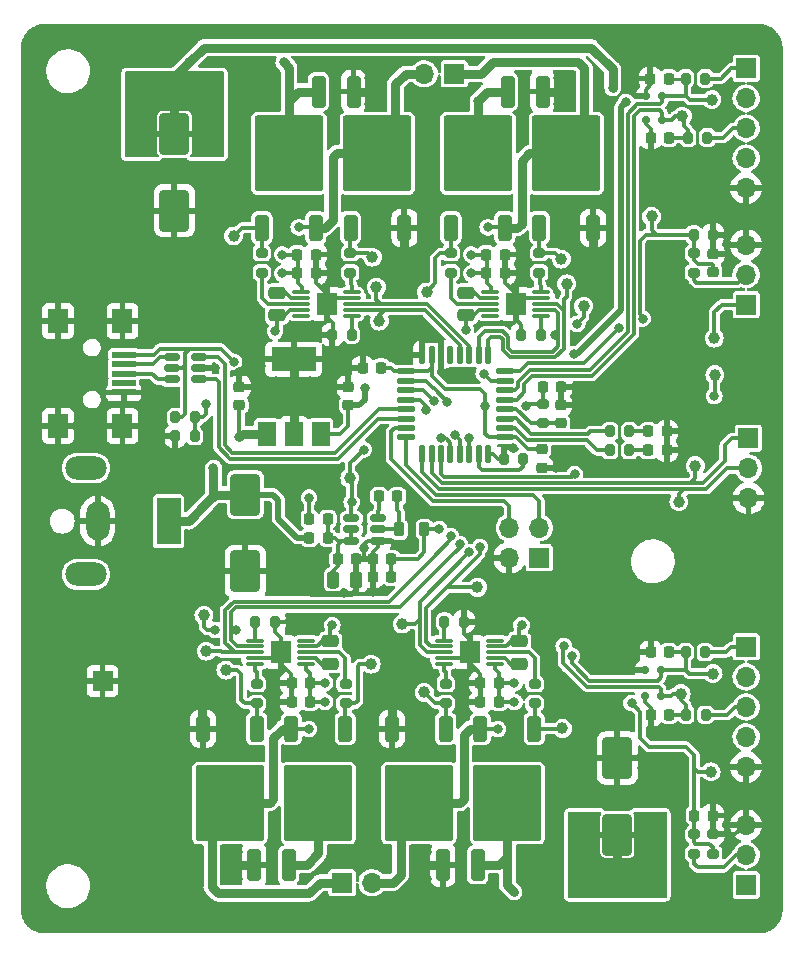
<source format=gbr>
%TF.GenerationSoftware,KiCad,Pcbnew,7.0.1*%
%TF.CreationDate,2024-02-17T21:50:19+01:00*%
%TF.ProjectId,BallBalancer,42616c6c-4261-46c6-916e-6365722e6b69,rev?*%
%TF.SameCoordinates,Original*%
%TF.FileFunction,Copper,L1,Top*%
%TF.FilePolarity,Positive*%
%FSLAX46Y46*%
G04 Gerber Fmt 4.6, Leading zero omitted, Abs format (unit mm)*
G04 Created by KiCad (PCBNEW 7.0.1) date 2024-02-17 21:50:19*
%MOMM*%
%LPD*%
G01*
G04 APERTURE LIST*
G04 Aperture macros list*
%AMRoundRect*
0 Rectangle with rounded corners*
0 $1 Rounding radius*
0 $2 $3 $4 $5 $6 $7 $8 $9 X,Y pos of 4 corners*
0 Add a 4 corners polygon primitive as box body*
4,1,4,$2,$3,$4,$5,$6,$7,$8,$9,$2,$3,0*
0 Add four circle primitives for the rounded corners*
1,1,$1+$1,$2,$3*
1,1,$1+$1,$4,$5*
1,1,$1+$1,$6,$7*
1,1,$1+$1,$8,$9*
0 Add four rect primitives between the rounded corners*
20,1,$1+$1,$2,$3,$4,$5,0*
20,1,$1+$1,$4,$5,$6,$7,0*
20,1,$1+$1,$6,$7,$8,$9,0*
20,1,$1+$1,$8,$9,$2,$3,0*%
G04 Aperture macros list end*
%TA.AperFunction,SMDPad,CuDef*%
%ADD10RoundRect,0.225000X-0.250000X0.225000X-0.250000X-0.225000X0.250000X-0.225000X0.250000X0.225000X0*%
%TD*%
%TA.AperFunction,SMDPad,CuDef*%
%ADD11RoundRect,0.225000X0.225000X0.250000X-0.225000X0.250000X-0.225000X-0.250000X0.225000X-0.250000X0*%
%TD*%
%TA.AperFunction,SMDPad,CuDef*%
%ADD12RoundRect,0.218750X0.218750X0.256250X-0.218750X0.256250X-0.218750X-0.256250X0.218750X-0.256250X0*%
%TD*%
%TA.AperFunction,ComponentPad*%
%ADD13R,1.700000X1.700000*%
%TD*%
%TA.AperFunction,ComponentPad*%
%ADD14O,1.700000X1.700000*%
%TD*%
%TA.AperFunction,SMDPad,CuDef*%
%ADD15RoundRect,0.225000X-0.225000X-0.250000X0.225000X-0.250000X0.225000X0.250000X-0.225000X0.250000X0*%
%TD*%
%TA.AperFunction,SMDPad,CuDef*%
%ADD16RoundRect,0.200000X-0.200000X-0.275000X0.200000X-0.275000X0.200000X0.275000X-0.200000X0.275000X0*%
%TD*%
%TA.AperFunction,SMDPad,CuDef*%
%ADD17C,1.000000*%
%TD*%
%TA.AperFunction,SMDPad,CuDef*%
%ADD18RoundRect,0.125000X0.625000X0.125000X-0.625000X0.125000X-0.625000X-0.125000X0.625000X-0.125000X0*%
%TD*%
%TA.AperFunction,SMDPad,CuDef*%
%ADD19RoundRect,0.125000X0.125000X0.625000X-0.125000X0.625000X-0.125000X-0.625000X0.125000X-0.625000X0*%
%TD*%
%TA.AperFunction,SMDPad,CuDef*%
%ADD20RoundRect,0.150000X-0.150000X-0.200000X0.150000X-0.200000X0.150000X0.200000X-0.150000X0.200000X0*%
%TD*%
%TA.AperFunction,SMDPad,CuDef*%
%ADD21RoundRect,0.150000X-0.512500X-0.150000X0.512500X-0.150000X0.512500X0.150000X-0.512500X0.150000X0*%
%TD*%
%TA.AperFunction,SMDPad,CuDef*%
%ADD22RoundRect,0.200000X0.200000X0.275000X-0.200000X0.275000X-0.200000X-0.275000X0.200000X-0.275000X0*%
%TD*%
%TA.AperFunction,SMDPad,CuDef*%
%ADD23RoundRect,0.200000X0.275000X-0.200000X0.275000X0.200000X-0.275000X0.200000X-0.275000X-0.200000X0*%
%TD*%
%TA.AperFunction,SMDPad,CuDef*%
%ADD24RoundRect,0.250000X1.000000X-1.500000X1.000000X1.500000X-1.000000X1.500000X-1.000000X-1.500000X0*%
%TD*%
%TA.AperFunction,SMDPad,CuDef*%
%ADD25RoundRect,0.250000X-1.000000X1.500000X-1.000000X-1.500000X1.000000X-1.500000X1.000000X1.500000X0*%
%TD*%
%TA.AperFunction,SMDPad,CuDef*%
%ADD26R,1.680000X1.880000*%
%TD*%
%TA.AperFunction,SMDPad,CuDef*%
%ADD27RoundRect,0.075000X-0.650000X-0.075000X0.650000X-0.075000X0.650000X0.075000X-0.650000X0.075000X0*%
%TD*%
%TA.AperFunction,SMDPad,CuDef*%
%ADD28RoundRect,0.250000X-0.325000X-1.100000X0.325000X-1.100000X0.325000X1.100000X-0.325000X1.100000X0*%
%TD*%
%TA.AperFunction,SMDPad,CuDef*%
%ADD29RoundRect,0.250000X0.350000X-0.850000X0.350000X0.850000X-0.350000X0.850000X-0.350000X-0.850000X0*%
%TD*%
%TA.AperFunction,SMDPad,CuDef*%
%ADD30RoundRect,0.250000X1.125000X-1.275000X1.125000X1.275000X-1.125000X1.275000X-1.125000X-1.275000X0*%
%TD*%
%TA.AperFunction,SMDPad,CuDef*%
%ADD31RoundRect,0.249997X2.650003X-2.950003X2.650003X2.950003X-2.650003X2.950003X-2.650003X-2.950003X0*%
%TD*%
%TA.AperFunction,SMDPad,CuDef*%
%ADD32RoundRect,0.150000X0.512500X0.150000X-0.512500X0.150000X-0.512500X-0.150000X0.512500X-0.150000X0*%
%TD*%
%TA.AperFunction,SMDPad,CuDef*%
%ADD33RoundRect,0.250000X0.475000X-0.250000X0.475000X0.250000X-0.475000X0.250000X-0.475000X-0.250000X0*%
%TD*%
%TA.AperFunction,SMDPad,CuDef*%
%ADD34RoundRect,0.200000X-0.275000X0.200000X-0.275000X-0.200000X0.275000X-0.200000X0.275000X0.200000X0*%
%TD*%
%TA.AperFunction,SMDPad,CuDef*%
%ADD35RoundRect,0.250000X-0.350000X0.850000X-0.350000X-0.850000X0.350000X-0.850000X0.350000X0.850000X0*%
%TD*%
%TA.AperFunction,SMDPad,CuDef*%
%ADD36RoundRect,0.250000X-1.125000X1.275000X-1.125000X-1.275000X1.125000X-1.275000X1.125000X1.275000X0*%
%TD*%
%TA.AperFunction,SMDPad,CuDef*%
%ADD37RoundRect,0.249997X-2.650003X2.950003X-2.650003X-2.950003X2.650003X-2.950003X2.650003X2.950003X0*%
%TD*%
%TA.AperFunction,SMDPad,CuDef*%
%ADD38RoundRect,0.250000X-0.475000X0.250000X-0.475000X-0.250000X0.475000X-0.250000X0.475000X0.250000X0*%
%TD*%
%TA.AperFunction,SMDPad,CuDef*%
%ADD39RoundRect,0.075000X0.650000X0.075000X-0.650000X0.075000X-0.650000X-0.075000X0.650000X-0.075000X0*%
%TD*%
%TA.AperFunction,SMDPad,CuDef*%
%ADD40RoundRect,0.225000X0.250000X-0.225000X0.250000X0.225000X-0.250000X0.225000X-0.250000X-0.225000X0*%
%TD*%
%TA.AperFunction,SMDPad,CuDef*%
%ADD41RoundRect,0.218750X-0.218750X-0.381250X0.218750X-0.381250X0.218750X0.381250X-0.218750X0.381250X0*%
%TD*%
%TA.AperFunction,SMDPad,CuDef*%
%ADD42R,1.500000X2.000000*%
%TD*%
%TA.AperFunction,SMDPad,CuDef*%
%ADD43R,3.800000X2.000000*%
%TD*%
%TA.AperFunction,ComponentPad*%
%ADD44O,3.500000X2.000000*%
%TD*%
%TA.AperFunction,ComponentPad*%
%ADD45O,2.000000X3.300000*%
%TD*%
%TA.AperFunction,ComponentPad*%
%ADD46R,2.000000X4.000000*%
%TD*%
%TA.AperFunction,SMDPad,CuDef*%
%ADD47RoundRect,0.250000X0.325000X1.100000X-0.325000X1.100000X-0.325000X-1.100000X0.325000X-1.100000X0*%
%TD*%
%TA.AperFunction,SMDPad,CuDef*%
%ADD48RoundRect,0.250000X-0.250000X-0.475000X0.250000X-0.475000X0.250000X0.475000X-0.250000X0.475000X0*%
%TD*%
%TA.AperFunction,SMDPad,CuDef*%
%ADD49R,1.700000X2.000000*%
%TD*%
%TA.AperFunction,SMDPad,CuDef*%
%ADD50R,2.000000X0.500000*%
%TD*%
%TA.AperFunction,ViaPad*%
%ADD51C,0.800000*%
%TD*%
%TA.AperFunction,Conductor*%
%ADD52C,0.300000*%
%TD*%
%TA.AperFunction,Conductor*%
%ADD53C,0.500000*%
%TD*%
%TA.AperFunction,Conductor*%
%ADD54C,0.800000*%
%TD*%
%TA.AperFunction,Conductor*%
%ADD55C,0.250000*%
%TD*%
G04 APERTURE END LIST*
D10*
%TO.P,C1,1*%
%TO.N,GND*%
X128200000Y-90225000D03*
%TO.P,C1,2*%
%TO.N,Net-(U9-PG10)*%
X128200000Y-91775000D03*
%TD*%
D11*
%TO.P,C3,2*%
%TO.N,+3V3*%
X126700000Y-88700000D03*
%TO.P,C3,1*%
%TO.N,GND*%
X128250000Y-88700000D03*
%TD*%
D12*
%TO.P,D1,1,K*%
%TO.N,GND*%
X137187500Y-94100000D03*
%TO.P,D1,2,A*%
%TO.N,Net-(D1-A)*%
X135612500Y-94100000D03*
%TD*%
D13*
%TO.P,J4,1,Pin_1*%
%TO.N,+12V*%
X143900000Y-130900000D03*
D14*
%TO.P,J4,2,Pin_2*%
%TO.N,Net-(J4-Pin_2)*%
X143900000Y-128360000D03*
%TO.P,J4,3,Pin_3*%
%TO.N,GND*%
X143900000Y-125820000D03*
%TD*%
D13*
%TO.P,J7,1,Pin_1*%
%TO.N,+12V*%
X143900000Y-81760000D03*
D14*
%TO.P,J7,2,Pin_2*%
%TO.N,Net-(J7-Pin_2)*%
X143900000Y-79220000D03*
%TO.P,J7,3,Pin_3*%
%TO.N,GND*%
X143900000Y-76680000D03*
%TD*%
D15*
%TO.P,C31,1*%
%TO.N,GND*%
X105411451Y-113805292D03*
%TO.P,C31,2*%
%TO.N,+12V*%
X106961451Y-113805292D03*
%TD*%
D16*
%TO.P,R5,1*%
%TO.N,VBUS*%
X95575000Y-91300000D03*
%TO.P,R5,2*%
%TO.N,/Main/VUSB*%
X97225000Y-91300000D03*
%TD*%
D17*
%TO.P,TP2,1,1*%
%TO.N,/Main/RSPI_RX*%
X138200000Y-98450000D03*
%TD*%
D18*
%TO.P,U9,1,VDD*%
%TO.N,+3V3*%
X123445000Y-93005000D03*
%TO.P,U9,2,PF0*%
%TO.N,/Main/LED1*%
X123445000Y-92205000D03*
%TO.P,U9,3,PF1*%
%TO.N,/Main/LED2*%
X123445000Y-91405000D03*
%TO.P,U9,4,PG10*%
%TO.N,Net-(U9-PG10)*%
X123445000Y-90605000D03*
%TO.P,U9,5,PA0*%
%TO.N,/Main/ENCODER2_A*%
X123445000Y-89805000D03*
%TO.P,U9,6,PA1*%
%TO.N,/Main/ENCODER2_B*%
X123445000Y-89005000D03*
%TO.P,U9,7,PA2*%
%TO.N,/Main/VUSB*%
X123445000Y-88205000D03*
%TO.P,U9,8,PA3*%
%TO.N,/Main/REF_MOT2*%
X123445000Y-87405000D03*
D19*
%TO.P,U9,9,PA4*%
%TO.N,IN_MOT_CH2R*%
X122070000Y-86030000D03*
%TO.P,U9,10,PA5*%
%TO.N,EN_MOT_CH2R*%
X121270000Y-86030000D03*
%TO.P,U9,11,PA6*%
%TO.N,IN_MOT_CH2L*%
X120470000Y-86030000D03*
%TO.P,U9,12,PA7*%
%TO.N,EN_MOT_CH2L*%
X119670000Y-86030000D03*
%TO.P,U9,13,PB0*%
%TO.N,unconnected-(U9-PB0-Pad13)*%
X118870000Y-86030000D03*
%TO.P,U9,14,VSSA*%
%TO.N,GND*%
X118070000Y-86030000D03*
%TO.P,U9,15,VDDA*%
%TO.N,+3V3*%
X117270000Y-86030000D03*
%TO.P,U9,16,VSS*%
%TO.N,GND*%
X116470000Y-86030000D03*
D18*
%TO.P,U9,17,VDD*%
%TO.N,+3V3*%
X115095000Y-87405000D03*
%TO.P,U9,18,PA8*%
%TO.N,/Main/ENCODER1_B*%
X115095000Y-88205000D03*
%TO.P,U9,19,PA9*%
%TO.N,/Main/ENCODER1_A*%
X115095000Y-89005000D03*
%TO.P,U9,20,PA10*%
%TO.N,EN_MOT_CH1L*%
X115095000Y-89805000D03*
%TO.P,U9,21,PA11*%
%TO.N,/Main/USB_DM*%
X115095000Y-90605000D03*
%TO.P,U9,22,PA12*%
%TO.N,/Main/USB_DP*%
X115095000Y-91405000D03*
%TO.P,U9,23,PA13*%
%TO.N,/Main/SWDIO*%
X115095000Y-92205000D03*
%TO.P,U9,24,PA14*%
%TO.N,/Main/SWCLK*%
X115095000Y-93005000D03*
D19*
%TO.P,U9,25,PA15*%
%TO.N,/Main/RSPI_RX*%
X116470000Y-94380000D03*
%TO.P,U9,26,PB3*%
%TO.N,/Main/RSPI_TX*%
X117270000Y-94380000D03*
%TO.P,U9,27,PB4*%
%TO.N,/Main/REF_MOT1*%
X118070000Y-94380000D03*
%TO.P,U9,28,PB5*%
%TO.N,IN_MOT_CH1R*%
X118870000Y-94380000D03*
%TO.P,U9,29,PB6*%
%TO.N,EN_MOT_CH1R*%
X119670000Y-94380000D03*
%TO.P,U9,30,PB7*%
%TO.N,IN_MOT_CH1L*%
X120470000Y-94380000D03*
%TO.P,U9,31,PB8*%
%TO.N,Net-(U9-PB8)*%
X121270000Y-94380000D03*
%TO.P,U9,32,VSS*%
%TO.N,GND*%
X122070000Y-94380000D03*
%TD*%
D17*
%TO.P,TP17,1,1*%
%TO.N,Net-(Q6-G)*%
X99850000Y-112700000D03*
%TD*%
D20*
%TO.P,D6,1,K*%
%TO.N,/Main/ENCODER2_B*%
X136800000Y-64100000D03*
%TO.P,D6,2,A*%
%TO.N,GND*%
X135400000Y-64100000D03*
%TD*%
D11*
%TO.P,C32,1*%
%TO.N,GND*%
X123462500Y-79120000D03*
%TO.P,C32,2*%
%TO.N,+12V*%
X121912500Y-79120000D03*
%TD*%
D21*
%TO.P,U6,1,FB*%
%TO.N,+3V3*%
X110462500Y-99850000D03*
%TO.P,U6,2,EN*%
%TO.N,+12VA*%
X110462500Y-100800000D03*
%TO.P,U6,3,IN*%
X110462500Y-101750000D03*
%TO.P,U6,4,GND*%
%TO.N,GND*%
X112737500Y-101750000D03*
%TO.P,U6,5,SW*%
%TO.N,Net-(U6-SW)*%
X112737500Y-100800000D03*
%TO.P,U6,6,BST*%
%TO.N,Net-(U6-BST)*%
X112737500Y-99850000D03*
%TD*%
D22*
%TO.P,R17,1*%
%TO.N,Net-(U4-DT)*%
X110512500Y-84320000D03*
%TO.P,R17,2*%
%TO.N,GND*%
X108862500Y-84320000D03*
%TD*%
D11*
%TO.P,C34,1*%
%TO.N,GND*%
X123462500Y-77520000D03*
%TO.P,C34,2*%
%TO.N,+12V*%
X121912500Y-77520000D03*
%TD*%
D13*
%TO.P,J5,1,Pin_1*%
%TO.N,/Main/ENCODER1_B_OUT*%
X143900000Y-110740000D03*
D14*
%TO.P,J5,2,Pin_2*%
%TO.N,+5V*%
X143900000Y-113280000D03*
%TO.P,J5,3,Pin_3*%
%TO.N,/Main/ENCODER1_A_OUT*%
X143900000Y-115820000D03*
%TO.P,J5,4,Pin_4*%
%TO.N,unconnected-(J5-Pin_4-Pad4)*%
X143900000Y-118360000D03*
%TO.P,J5,5,Pin_5*%
%TO.N,GND*%
X143900000Y-120900000D03*
%TD*%
D12*
%TO.P,D2,1,K*%
%TO.N,GND*%
X137187500Y-92500000D03*
%TO.P,D2,2,A*%
%TO.N,Net-(D2-A)*%
X135612500Y-92500000D03*
%TD*%
D23*
%TO.P,R22,1*%
%TO.N,Net-(Q5-G)*%
X109986451Y-115530292D03*
%TO.P,R22,2*%
%TO.N,Net-(U7-HO)*%
X109986451Y-113880292D03*
%TD*%
D17*
%TO.P,TP1,1,1*%
%TO.N,/Main/RSPI_TX*%
X139600000Y-95400000D03*
%TD*%
D20*
%TO.P,D3,1,K*%
%TO.N,/Main/ENCODER1_A*%
X136700000Y-114900000D03*
%TO.P,D3,2,A*%
%TO.N,GND*%
X135300000Y-114900000D03*
%TD*%
D17*
%TO.P,TP22,1,1*%
%TO.N,EN_MOT_CH2R*%
X130150000Y-81900000D03*
%TD*%
D24*
%TO.P,C36,1*%
%TO.N,+12V*%
X133000000Y-126650000D03*
%TO.P,C36,2*%
%TO.N,GND*%
X133000000Y-120150000D03*
%TD*%
D15*
%TO.P,C13,1*%
%TO.N,GND*%
X121411451Y-113805292D03*
%TO.P,C13,2*%
%TO.N,+12V*%
X122961451Y-113805292D03*
%TD*%
D13*
%TO.P,J9,1,Pin_1*%
%TO.N,GND*%
X89410000Y-113640000D03*
%TD*%
D17*
%TO.P,TP19,1,1*%
%TO.N,Net-(Q8-G)*%
X128250000Y-77900000D03*
%TD*%
D22*
%TO.P,R27,1*%
%TO.N,Net-(U8-DT)*%
X126512500Y-84320000D03*
%TO.P,R27,2*%
%TO.N,GND*%
X124862500Y-84320000D03*
%TD*%
D25*
%TO.P,C15,1*%
%TO.N,+12V*%
X101500000Y-97850000D03*
%TO.P,C15,2*%
%TO.N,GND*%
X101500000Y-104350000D03*
%TD*%
D15*
%TO.P,C11,1*%
%TO.N,GND*%
X121411451Y-115405292D03*
%TO.P,C11,2*%
%TO.N,+12V*%
X122961451Y-115405292D03*
%TD*%
D17*
%TO.P,TP4,1,1*%
%TO.N,/Main/REF_MOT1*%
X140930000Y-121320000D03*
%TD*%
D15*
%TO.P,C33,1*%
%TO.N,GND*%
X105411451Y-115405292D03*
%TO.P,C33,2*%
%TO.N,+12V*%
X106961451Y-115405292D03*
%TD*%
D26*
%TO.P,U4,11,PAD*%
%TO.N,GND*%
X108387500Y-81720000D03*
D27*
%TO.P,U4,10,LO*%
%TO.N,Net-(U4-LO)*%
X110537500Y-80720000D03*
%TO.P,U4,9,COM*%
%TO.N,GND*%
X110537500Y-81220000D03*
%TO.P,U4,8,IN*%
%TO.N,IN_MOT_CH2L*%
X110537500Y-81720000D03*
%TO.P,U4,7,EN*%
%TO.N,EN_MOT_CH2L*%
X110537500Y-82220000D03*
%TO.P,U4,6,DT*%
%TO.N,Net-(U4-DT)*%
X110537500Y-82720000D03*
%TO.P,U4,5,NC*%
%TO.N,unconnected-(U4-NC-Pad5)*%
X106237500Y-82720000D03*
%TO.P,U4,4,Vs*%
%TO.N,Net-(M2--)*%
X106237500Y-82220000D03*
%TO.P,U4,3,HO*%
%TO.N,Net-(U4-HO)*%
X106237500Y-81720000D03*
%TO.P,U4,2,VB*%
%TO.N,Net-(U4-VB)*%
X106237500Y-81220000D03*
%TO.P,U4,1,Vcc*%
%TO.N,+12V*%
X106237500Y-80720000D03*
%TD*%
D22*
%TO.P,R12,1*%
%TO.N,/Main/ENCODER2_A_OUT*%
X140625000Y-67620000D03*
%TO.P,R12,2*%
%TO.N,/Main/ENCODER2_A*%
X138975000Y-67620000D03*
%TD*%
D28*
%TO.P,C27,1*%
%TO.N,GND*%
X118211451Y-129205292D03*
%TO.P,C27,2*%
%TO.N,+12V*%
X121161451Y-129205292D03*
%TD*%
D29*
%TO.P,Q4,1,G*%
%TO.N,Net-(Q4-G)*%
X110407500Y-75260000D03*
D30*
%TO.P,Q4,2,D*%
%TO.N,Net-(M2--)*%
X111162500Y-70635000D03*
X114212500Y-70635000D03*
D31*
X112687500Y-68960000D03*
D30*
X111162500Y-67285000D03*
X114212500Y-67285000D03*
D29*
%TO.P,Q4,3,S*%
%TO.N,GND*%
X114967500Y-75260000D03*
%TD*%
D28*
%TO.P,C24,1*%
%TO.N,GND*%
X102211451Y-129205292D03*
%TO.P,C24,2*%
%TO.N,+12V*%
X105161451Y-129205292D03*
%TD*%
D16*
%TO.P,R2,1*%
%TO.N,/Main/LED2*%
X132375000Y-92500000D03*
%TO.P,R2,2*%
%TO.N,Net-(D2-A)*%
X134025000Y-92500000D03*
%TD*%
D17*
%TO.P,TP6,1,1*%
%TO.N,/Main/ENCODER2_A*%
X138500000Y-65820000D03*
%TD*%
D32*
%TO.P,U2,1,I/O1*%
%TO.N,/Main/USB_DP*%
X97537500Y-88100000D03*
%TO.P,U2,2,GND*%
%TO.N,GND*%
X97537500Y-87150000D03*
%TO.P,U2,3,I/O2*%
%TO.N,/Main/USB_DM*%
X97537500Y-86200000D03*
%TO.P,U2,4,I/O2*%
%TO.N,/Main/D-*%
X95262500Y-86200000D03*
%TO.P,U2,5,VBUS*%
%TO.N,VBUS*%
X95262500Y-87150000D03*
%TO.P,U2,6,I/O1*%
%TO.N,/Main/D+*%
X95262500Y-88100000D03*
%TD*%
D33*
%TO.P,C20,1*%
%TO.N,Net-(M2--)*%
X104187500Y-82670000D03*
%TO.P,C20,2*%
%TO.N,Net-(U4-VB)*%
X104187500Y-80770000D03*
%TD*%
D11*
%TO.P,C8,1*%
%TO.N,/Main/ENCODER2_A*%
X137375000Y-67620000D03*
%TO.P,C8,2*%
%TO.N,GND*%
X135825000Y-67620000D03*
%TD*%
D34*
%TO.P,R23,1*%
%TO.N,Net-(U7-LO)*%
X102486451Y-113880292D03*
%TO.P,R23,2*%
%TO.N,Net-(Q6-G)*%
X102486451Y-115530292D03*
%TD*%
D15*
%TO.P,C26,1*%
%TO.N,GND*%
X112325000Y-104800000D03*
%TO.P,C26,2*%
%TO.N,+3V3*%
X113875000Y-104800000D03*
%TD*%
D29*
%TO.P,Q8,1,G*%
%TO.N,Net-(Q8-G)*%
X126407500Y-75260000D03*
D30*
%TO.P,Q8,2,D*%
%TO.N,Net-(M2-+)*%
X127162500Y-70635000D03*
X130212500Y-70635000D03*
D31*
X128687500Y-68960000D03*
D30*
X127162500Y-67285000D03*
X130212500Y-67285000D03*
D29*
%TO.P,Q8,3,S*%
%TO.N,GND*%
X130967500Y-75260000D03*
%TD*%
D35*
%TO.P,Q6,1,G*%
%TO.N,Net-(Q6-G)*%
X102466451Y-117665292D03*
D36*
%TO.P,Q6,2,D*%
%TO.N,Net-(M1-+)*%
X101711451Y-122290292D03*
X98661451Y-122290292D03*
D37*
X100186451Y-123965292D03*
D36*
X101711451Y-125640292D03*
X98661451Y-125640292D03*
D35*
%TO.P,Q6,3,S*%
%TO.N,GND*%
X97906451Y-117665292D03*
%TD*%
D16*
%TO.P,R14,1*%
%TO.N,/Main/REF_MOT2*%
X139475000Y-75835000D03*
%TO.P,R14,2*%
%TO.N,GND*%
X141125000Y-75835000D03*
%TD*%
D38*
%TO.P,C19,1*%
%TO.N,Net-(M1--)*%
X124686451Y-110255292D03*
%TO.P,C19,2*%
%TO.N,Net-(U3-VB)*%
X124686451Y-112155292D03*
%TD*%
D35*
%TO.P,Q5,1,G*%
%TO.N,Net-(Q5-G)*%
X109966451Y-117665292D03*
D36*
%TO.P,Q5,2,D*%
%TO.N,+12V*%
X109211451Y-122290292D03*
X106161451Y-122290292D03*
D37*
X107686451Y-123965292D03*
D36*
X109211451Y-125640292D03*
X106161451Y-125640292D03*
D35*
%TO.P,Q5,3,S*%
%TO.N,Net-(M1-+)*%
X105406451Y-117665292D03*
%TD*%
D16*
%TO.P,R6,1*%
%TO.N,GND*%
X95575000Y-92900000D03*
%TO.P,R6,2*%
%TO.N,/Main/VUSB*%
X97225000Y-92900000D03*
%TD*%
D17*
%TO.P,TP24,1,1*%
%TO.N,EN_MOT_CH1L*%
X121150000Y-105700000D03*
%TD*%
D29*
%TO.P,Q7,1,G*%
%TO.N,Net-(Q7-G)*%
X118907500Y-75260000D03*
D30*
%TO.P,Q7,2,D*%
%TO.N,+12V*%
X119662500Y-70635000D03*
X122712500Y-70635000D03*
D31*
X121187500Y-68960000D03*
D30*
X119662500Y-67285000D03*
X122712500Y-67285000D03*
D29*
%TO.P,Q7,3,S*%
%TO.N,Net-(M2-+)*%
X123467500Y-75260000D03*
%TD*%
D23*
%TO.P,R25,1*%
%TO.N,Net-(U8-LO)*%
X126387500Y-79045000D03*
%TO.P,R25,2*%
%TO.N,Net-(Q8-G)*%
X126387500Y-77395000D03*
%TD*%
D20*
%TO.P,D5,1,K*%
%TO.N,/Main/ENCODER2_A*%
X136800000Y-66100000D03*
%TO.P,D5,2,A*%
%TO.N,GND*%
X135400000Y-66100000D03*
%TD*%
D11*
%TO.P,C22,1*%
%TO.N,Net-(U6-SW)*%
X114375000Y-98000000D03*
%TO.P,C22,2*%
%TO.N,Net-(U6-BST)*%
X112825000Y-98000000D03*
%TD*%
D15*
%TO.P,C7,1*%
%TO.N,/Main/REF_MOT1*%
X139525000Y-125020000D03*
%TO.P,C7,2*%
%TO.N,GND*%
X141075000Y-125020000D03*
%TD*%
D26*
%TO.P,U8,11,PAD*%
%TO.N,GND*%
X124387500Y-81720000D03*
D27*
%TO.P,U8,10,LO*%
%TO.N,Net-(U8-LO)*%
X126537500Y-80720000D03*
%TO.P,U8,9,COM*%
%TO.N,GND*%
X126537500Y-81220000D03*
%TO.P,U8,8,IN*%
%TO.N,IN_MOT_CH2R*%
X126537500Y-81720000D03*
%TO.P,U8,7,EN*%
%TO.N,EN_MOT_CH2R*%
X126537500Y-82220000D03*
%TO.P,U8,6,DT*%
%TO.N,Net-(U8-DT)*%
X126537500Y-82720000D03*
%TO.P,U8,5,NC*%
%TO.N,unconnected-(U8-NC-Pad5)*%
X122237500Y-82720000D03*
%TO.P,U8,4,Vs*%
%TO.N,Net-(M2-+)*%
X122237500Y-82220000D03*
%TO.P,U8,3,HO*%
%TO.N,Net-(U8-HO)*%
X122237500Y-81720000D03*
%TO.P,U8,2,VB*%
%TO.N,Net-(U8-VB)*%
X122237500Y-81220000D03*
%TO.P,U8,1,Vcc*%
%TO.N,+12V*%
X122237500Y-80720000D03*
%TD*%
D17*
%TO.P,TP5,1,1*%
%TO.N,/Main/ENCODER1_B*%
X141100000Y-113000000D03*
%TD*%
D35*
%TO.P,Q2,1,G*%
%TO.N,Net-(Q2-G)*%
X118466451Y-117665292D03*
D36*
%TO.P,Q2,2,D*%
%TO.N,Net-(M1--)*%
X117711451Y-122290292D03*
X114661451Y-122290292D03*
D37*
X116186451Y-123965292D03*
D36*
X117711451Y-125640292D03*
X114661451Y-125640292D03*
D35*
%TO.P,Q2,3,S*%
%TO.N,GND*%
X113906451Y-117665292D03*
%TD*%
D26*
%TO.P,U7,11,PAD*%
%TO.N,GND*%
X104486451Y-111205292D03*
D39*
%TO.P,U7,10,LO*%
%TO.N,Net-(U7-LO)*%
X102336451Y-112205292D03*
%TO.P,U7,9,COM*%
%TO.N,GND*%
X102336451Y-111705292D03*
%TO.P,U7,8,IN*%
%TO.N,IN_MOT_CH1R*%
X102336451Y-111205292D03*
%TO.P,U7,7,EN*%
%TO.N,EN_MOT_CH1R*%
X102336451Y-110705292D03*
%TO.P,U7,6,DT*%
%TO.N,Net-(U7-DT)*%
X102336451Y-110205292D03*
%TO.P,U7,5,NC*%
%TO.N,unconnected-(U7-NC-Pad5)*%
X106636451Y-110205292D03*
%TO.P,U7,4,Vs*%
%TO.N,Net-(M1-+)*%
X106636451Y-110705292D03*
%TO.P,U7,3,HO*%
%TO.N,Net-(U7-HO)*%
X106636451Y-111205292D03*
%TO.P,U7,2,VB*%
%TO.N,Net-(U7-VB)*%
X106636451Y-111705292D03*
%TO.P,U7,1,Vcc*%
%TO.N,+12V*%
X106636451Y-112205292D03*
%TD*%
D34*
%TO.P,R20,1*%
%TO.N,Net-(Q3-G)*%
X102887500Y-77395000D03*
%TO.P,R20,2*%
%TO.N,Net-(U4-HO)*%
X102887500Y-79045000D03*
%TD*%
D17*
%TO.P,TP25,1,1*%
%TO.N,EN_MOT_CH1R*%
X98000000Y-108050000D03*
%TD*%
D16*
%TO.P,R1,1*%
%TO.N,/Main/LED1*%
X132375000Y-94100000D03*
%TO.P,R1,2*%
%TO.N,Net-(D1-A)*%
X134025000Y-94100000D03*
%TD*%
D25*
%TO.P,C35,1*%
%TO.N,+12V*%
X95500000Y-67300000D03*
%TO.P,C35,2*%
%TO.N,GND*%
X95500000Y-73800000D03*
%TD*%
D34*
%TO.P,R3,1*%
%TO.N,+3V3*%
X126700000Y-90175000D03*
%TO.P,R3,2*%
%TO.N,Net-(U9-PG10)*%
X126700000Y-91825000D03*
%TD*%
D23*
%TO.P,R10,1*%
%TO.N,/Main/REF_MOT1*%
X141100000Y-128270000D03*
%TO.P,R10,2*%
%TO.N,GND*%
X141100000Y-126620000D03*
%TD*%
D17*
%TO.P,TP13,1,1*%
%TO.N,Net-(Q4-G)*%
X112250000Y-77750000D03*
%TD*%
D12*
%TO.P,D7,1,K*%
%TO.N,+12VA*%
X108487500Y-101500000D03*
%TO.P,D7,2,A*%
%TO.N,+12V*%
X106912500Y-101500000D03*
%TD*%
D40*
%TO.P,C18,1*%
%TO.N,+12V*%
X101000000Y-90275000D03*
%TO.P,C18,2*%
%TO.N,GND*%
X101000000Y-88725000D03*
%TD*%
D13*
%TO.P,J3,1,Pin_1*%
%TO.N,+3V3*%
X126390000Y-103190000D03*
D14*
%TO.P,J3,2,Pin_2*%
%TO.N,GND*%
X123850000Y-103190000D03*
%TO.P,J3,3,Pin_3*%
%TO.N,/Main/SWCLK*%
X126390000Y-100650000D03*
%TO.P,J3,4,Pin_4*%
%TO.N,/Main/SWDIO*%
X123850000Y-100650000D03*
%TD*%
D40*
%TO.P,C2,1*%
%TO.N,GND*%
X126600000Y-95575000D03*
%TO.P,C2,2*%
%TO.N,+3V3*%
X126600000Y-94025000D03*
%TD*%
D41*
%TO.P,L1,1,1*%
%TO.N,Net-(U6-SW)*%
X114537500Y-100800000D03*
%TO.P,L1,2,2*%
%TO.N,+3V3*%
X116662500Y-100800000D03*
%TD*%
D22*
%TO.P,R8,1*%
%TO.N,/Main/ENCODER1_A_OUT*%
X140475000Y-116500000D03*
%TO.P,R8,2*%
%TO.N,/Main/ENCODER1_A*%
X138825000Y-116500000D03*
%TD*%
D40*
%TO.P,C21,1*%
%TO.N,+5V*%
X110200000Y-90275000D03*
%TO.P,C21,2*%
%TO.N,GND*%
X110200000Y-88725000D03*
%TD*%
D33*
%TO.P,C30,1*%
%TO.N,Net-(M2-+)*%
X120187500Y-82670000D03*
%TO.P,C30,2*%
%TO.N,Net-(U8-VB)*%
X120187500Y-80770000D03*
%TD*%
D17*
%TO.P,TP20,1,1*%
%TO.N,IN_MOT_CH1L*%
X114800000Y-108800000D03*
%TD*%
D42*
%TO.P,U5,1,VI*%
%TO.N,+12V*%
X103300000Y-92700000D03*
%TO.P,U5,2,GND*%
%TO.N,GND*%
X105600000Y-92700000D03*
D43*
X105600000Y-86400000D03*
D42*
%TO.P,U5,3,VO*%
%TO.N,+5V*%
X107900000Y-92700000D03*
%TD*%
D17*
%TO.P,TP9,1,1*%
%TO.N,+12V*%
X141200000Y-84600000D03*
%TD*%
D13*
%TO.P,M1,1,+*%
%TO.N,Net-(M1-+)*%
X109686451Y-130705292D03*
D14*
%TO.P,M1,2,-*%
%TO.N,Net-(M1--)*%
X112226451Y-130705292D03*
%TD*%
D13*
%TO.P,J6,1,Pin_1*%
%TO.N,/Main/ENCODER2_B_OUT*%
X143900000Y-61740000D03*
D14*
%TO.P,J6,2,Pin_2*%
%TO.N,+5V*%
X143900000Y-64280000D03*
%TO.P,J6,3,Pin_3*%
%TO.N,/Main/ENCODER2_A_OUT*%
X143900000Y-66820000D03*
%TO.P,J6,4,Pin_4*%
%TO.N,unconnected-(J6-Pin_4-Pad4)*%
X143900000Y-69360000D03*
%TO.P,J6,5,Pin_5*%
%TO.N,GND*%
X143900000Y-71900000D03*
%TD*%
D15*
%TO.P,C4,1*%
%TO.N,GND*%
X111450000Y-87100000D03*
%TO.P,C4,2*%
%TO.N,+3V3*%
X113000000Y-87100000D03*
%TD*%
D17*
%TO.P,TP7,1,1*%
%TO.N,/Main/REF_MOT2*%
X135900000Y-74300000D03*
%TD*%
%TO.P,TP12,1,1*%
%TO.N,Net-(Q3-G)*%
X100500000Y-75950000D03*
%TD*%
%TO.P,TP18,1,1*%
%TO.N,Net-(Q7-G)*%
X116850000Y-80700000D03*
%TD*%
D23*
%TO.P,R21,1*%
%TO.N,Net-(U4-LO)*%
X110387500Y-79045000D03*
%TO.P,R21,2*%
%TO.N,Net-(Q4-G)*%
X110387500Y-77395000D03*
%TD*%
D17*
%TO.P,TP16,1,1*%
%TO.N,Net-(Q5-G)*%
X112150000Y-112200000D03*
%TD*%
%TO.P,TP15,1,1*%
%TO.N,+3V3*%
X110350000Y-96450000D03*
%TD*%
%TO.P,TP11,1,1*%
%TO.N,Net-(Q2-G)*%
X116650000Y-114600000D03*
%TD*%
D20*
%TO.P,D4,1,K*%
%TO.N,/Main/ENCODER1_B*%
X136700000Y-112700000D03*
%TO.P,D4,2,A*%
%TO.N,GND*%
X135300000Y-112700000D03*
%TD*%
D23*
%TO.P,R9,1*%
%TO.N,Net-(J4-Pin_2)*%
X139500000Y-128245000D03*
%TO.P,R9,2*%
%TO.N,/Main/REF_MOT1*%
X139500000Y-126595000D03*
%TD*%
%TO.P,R13,1*%
%TO.N,Net-(J7-Pin_2)*%
X139475000Y-79060000D03*
%TO.P,R13,2*%
%TO.N,/Main/REF_MOT2*%
X139475000Y-77410000D03*
%TD*%
D13*
%TO.P,M2,1,+*%
%TO.N,Net-(M2-+)*%
X119187500Y-62220000D03*
D14*
%TO.P,M2,2,-*%
%TO.N,Net-(M2--)*%
X116647500Y-62220000D03*
%TD*%
D44*
%TO.P,J8,MP*%
%TO.N,N/C*%
X88000000Y-104600000D03*
X88000000Y-95600000D03*
D45*
%TO.P,J8,2*%
%TO.N,GND*%
X89000000Y-100100000D03*
D46*
%TO.P,J8,1*%
%TO.N,+12V*%
X95000000Y-100100000D03*
%TD*%
D47*
%TO.P,C28,1*%
%TO.N,GND*%
X126662500Y-63720000D03*
%TO.P,C28,2*%
%TO.N,+12V*%
X123712500Y-63720000D03*
%TD*%
D11*
%TO.P,C5,1*%
%TO.N,/Main/ENCODER1_A*%
X137400000Y-116500000D03*
%TO.P,C5,2*%
%TO.N,GND*%
X135850000Y-116500000D03*
%TD*%
D48*
%TO.P,C17,1*%
%TO.N,+12VA*%
X108950000Y-105050000D03*
%TO.P,C17,2*%
%TO.N,GND*%
X110850000Y-105050000D03*
%TD*%
D12*
%TO.P,D8,1,K*%
%TO.N,+12VA*%
X108487500Y-99900000D03*
%TO.P,D8,2,A*%
%TO.N,VBUS*%
X106912500Y-99900000D03*
%TD*%
D34*
%TO.P,R19,1*%
%TO.N,Net-(U3-LO)*%
X118486451Y-113880292D03*
%TO.P,R19,2*%
%TO.N,Net-(Q2-G)*%
X118486451Y-115530292D03*
%TD*%
D11*
%TO.P,C6,1*%
%TO.N,/Main/ENCODER1_B*%
X137375000Y-111190000D03*
%TO.P,C6,2*%
%TO.N,GND*%
X135825000Y-111190000D03*
%TD*%
D16*
%TO.P,R4,1*%
%TO.N,GND*%
X123375000Y-94800000D03*
%TO.P,R4,2*%
%TO.N,Net-(U9-PB8)*%
X125025000Y-94800000D03*
%TD*%
D17*
%TO.P,TP8,1,1*%
%TO.N,/Main/ENCODER2_B*%
X141000000Y-64400000D03*
%TD*%
%TO.P,TP23,1,1*%
%TO.N,IN_MOT_CH1R*%
X98200000Y-111100000D03*
%TD*%
D16*
%TO.P,R16,1*%
%TO.N,Net-(U3-DT)*%
X118361451Y-108605292D03*
%TO.P,R16,2*%
%TO.N,GND*%
X120011451Y-108605292D03*
%TD*%
D17*
%TO.P,TP26,1,1*%
%TO.N,EN_MOT_CH2L*%
X112850000Y-83150000D03*
%TD*%
D22*
%TO.P,R11,1*%
%TO.N,/Main/ENCODER1_B_OUT*%
X140425000Y-111190000D03*
%TO.P,R11,2*%
%TO.N,/Main/ENCODER1_B*%
X138775000Y-111190000D03*
%TD*%
D38*
%TO.P,C29,1*%
%TO.N,Net-(M1-+)*%
X108686451Y-110255292D03*
%TO.P,C29,2*%
%TO.N,Net-(U7-VB)*%
X108686451Y-112155292D03*
%TD*%
D15*
%TO.P,C16,1*%
%TO.N,+12VA*%
X109325000Y-103300000D03*
%TO.P,C16,2*%
%TO.N,GND*%
X110875000Y-103300000D03*
%TD*%
D17*
%TO.P,TP3,1,1*%
%TO.N,/Main/ENCODER1_A*%
X138400000Y-114700000D03*
%TD*%
D23*
%TO.P,R18,1*%
%TO.N,Net-(Q1-G)*%
X125986451Y-115530292D03*
%TO.P,R18,2*%
%TO.N,Net-(U3-HO)*%
X125986451Y-113880292D03*
%TD*%
D11*
%TO.P,C9,1*%
%TO.N,/Main/ENCODER2_B*%
X137350000Y-62620000D03*
%TO.P,C9,2*%
%TO.N,GND*%
X135800000Y-62620000D03*
%TD*%
D16*
%TO.P,R26,1*%
%TO.N,Net-(U7-DT)*%
X102361451Y-108605292D03*
%TO.P,R26,2*%
%TO.N,GND*%
X104011451Y-108605292D03*
%TD*%
D49*
%TO.P,J1,6,Shield*%
%TO.N,GND*%
X85650000Y-92050000D03*
X91100000Y-92050000D03*
X85650000Y-83150000D03*
X91100000Y-83150000D03*
D50*
%TO.P,J1,5,GND*%
X91200000Y-89200000D03*
%TO.P,J1,4,ID*%
%TO.N,unconnected-(J1-ID-Pad4)*%
X91200000Y-88400000D03*
%TO.P,J1,3,D+*%
%TO.N,/Main/D+*%
X91200000Y-87600000D03*
%TO.P,J1,2,D-*%
%TO.N,/Main/D-*%
X91200000Y-86800000D03*
%TO.P,J1,1,VBUS*%
%TO.N,VBUS*%
X91200000Y-86000000D03*
%TD*%
D15*
%TO.P,C23,1*%
%TO.N,GND*%
X112325000Y-103300000D03*
%TO.P,C23,2*%
%TO.N,+3V3*%
X113875000Y-103300000D03*
%TD*%
D17*
%TO.P,TP14,1,1*%
%TO.N,+5V*%
X141250000Y-87700000D03*
%TD*%
%TO.P,TP10,1,1*%
%TO.N,Net-(Q1-G)*%
X128350000Y-117650000D03*
%TD*%
D22*
%TO.P,R15,1*%
%TO.N,/Main/ENCODER2_B_OUT*%
X140450000Y-62620000D03*
%TO.P,R15,2*%
%TO.N,/Main/ENCODER2_B*%
X138800000Y-62620000D03*
%TD*%
D17*
%TO.P,TP27,1,1*%
%TO.N,IN_MOT_CH2L*%
X112600000Y-80300000D03*
%TD*%
%TO.P,TP21,1,1*%
%TO.N,IN_MOT_CH2R*%
X128700000Y-80000000D03*
%TD*%
D11*
%TO.P,C14,1*%
%TO.N,GND*%
X107462500Y-79120000D03*
%TO.P,C14,2*%
%TO.N,+12V*%
X105912500Y-79120000D03*
%TD*%
%TO.P,C12,1*%
%TO.N,GND*%
X107462500Y-77520000D03*
%TO.P,C12,2*%
%TO.N,+12V*%
X105912500Y-77520000D03*
%TD*%
D13*
%TO.P,J2,1,Pin_1*%
%TO.N,/Main/RSPI_TX*%
X144100000Y-93080000D03*
D14*
%TO.P,J2,2,Pin_2*%
%TO.N,/Main/RSPI_RX*%
X144100000Y-95620000D03*
%TO.P,J2,3,Pin_3*%
%TO.N,GND*%
X144100000Y-98160000D03*
%TD*%
D40*
%TO.P,C10,1*%
%TO.N,/Main/REF_MOT2*%
X141100000Y-79010000D03*
%TO.P,C10,2*%
%TO.N,GND*%
X141100000Y-77460000D03*
%TD*%
D26*
%TO.P,U3,11,PAD*%
%TO.N,GND*%
X120486451Y-111205292D03*
D39*
%TO.P,U3,10,LO*%
%TO.N,Net-(U3-LO)*%
X118336451Y-112205292D03*
%TO.P,U3,9,COM*%
%TO.N,GND*%
X118336451Y-111705292D03*
%TO.P,U3,8,IN*%
%TO.N,IN_MOT_CH1L*%
X118336451Y-111205292D03*
%TO.P,U3,7,EN*%
%TO.N,EN_MOT_CH1L*%
X118336451Y-110705292D03*
%TO.P,U3,6,DT*%
%TO.N,Net-(U3-DT)*%
X118336451Y-110205292D03*
%TO.P,U3,5,NC*%
%TO.N,unconnected-(U3-NC-Pad5)*%
X122636451Y-110205292D03*
%TO.P,U3,4,Vs*%
%TO.N,Net-(M1--)*%
X122636451Y-110705292D03*
%TO.P,U3,3,HO*%
%TO.N,Net-(U3-HO)*%
X122636451Y-111205292D03*
%TO.P,U3,2,VB*%
%TO.N,Net-(U3-VB)*%
X122636451Y-111705292D03*
%TO.P,U3,1,Vcc*%
%TO.N,+12V*%
X122636451Y-112205292D03*
%TD*%
D35*
%TO.P,Q1,1,G*%
%TO.N,Net-(Q1-G)*%
X125966451Y-117665292D03*
D36*
%TO.P,Q1,2,D*%
%TO.N,+12V*%
X125211451Y-122290292D03*
X122161451Y-122290292D03*
D37*
X123686451Y-123965292D03*
D36*
X125211451Y-125640292D03*
X122161451Y-125640292D03*
D35*
%TO.P,Q1,3,S*%
%TO.N,Net-(M1--)*%
X121406451Y-117665292D03*
%TD*%
D47*
%TO.P,C25,1*%
%TO.N,GND*%
X110662500Y-63720000D03*
%TO.P,C25,2*%
%TO.N,+12V*%
X107712500Y-63720000D03*
%TD*%
D29*
%TO.P,Q3,1,G*%
%TO.N,Net-(Q3-G)*%
X102907500Y-75260000D03*
D30*
%TO.P,Q3,2,D*%
%TO.N,+12V*%
X103662500Y-70635000D03*
X106712500Y-70635000D03*
D31*
X105187500Y-68960000D03*
D30*
X103662500Y-67285000D03*
X106712500Y-67285000D03*
D29*
%TO.P,Q3,3,S*%
%TO.N,Net-(M2--)*%
X107467500Y-75260000D03*
%TD*%
D34*
%TO.P,R24,1*%
%TO.N,Net-(Q7-G)*%
X118887500Y-77395000D03*
%TO.P,R24,2*%
%TO.N,Net-(U8-HO)*%
X118887500Y-79045000D03*
%TD*%
D51*
%TO.N,GND*%
X129500000Y-90200000D03*
X129500000Y-88700000D03*
X112000000Y-64800000D03*
X108400000Y-88200000D03*
X129300000Y-76100000D03*
X119910410Y-115405292D03*
X105600000Y-108900000D03*
X99500000Y-118800000D03*
X111571177Y-102354230D03*
X116100000Y-77200000D03*
X116900000Y-129200000D03*
X99100000Y-115700000D03*
X93700000Y-76400000D03*
X136100000Y-61200000D03*
X127800000Y-95600000D03*
X107600000Y-84100500D03*
X128000000Y-64800000D03*
X114500000Y-102100000D03*
X129400000Y-74000000D03*
X97400000Y-76400000D03*
X115100000Y-86200000D03*
X133700000Y-117400000D03*
X110200000Y-87100000D03*
X100900000Y-129200000D03*
X128000000Y-62544708D03*
X128900000Y-63100000D03*
X113800000Y-77200000D03*
X93250000Y-75500000D03*
X97750000Y-75500000D03*
X115100000Y-115600000D03*
X137200000Y-91100000D03*
X87200000Y-92000000D03*
X116900000Y-128100000D03*
X131007500Y-77430000D03*
X104100000Y-88200000D03*
X135100000Y-121000000D03*
X135100000Y-119900000D03*
X105600000Y-88200000D03*
X116000000Y-128600000D03*
X105600000Y-90800000D03*
X112900000Y-64300000D03*
X107000000Y-88200000D03*
X113861451Y-115455292D03*
X115600000Y-116600000D03*
X99600000Y-116700000D03*
X128900000Y-64300000D03*
X89400000Y-92000000D03*
X124998541Y-79120000D03*
X113300000Y-76200000D03*
X112000000Y-63700000D03*
X104300000Y-90800000D03*
X101000000Y-87500000D03*
X100000000Y-128600000D03*
X99600000Y-117700000D03*
X135900000Y-69000000D03*
X135100000Y-122200000D03*
X128000000Y-63700000D03*
X130700000Y-118400000D03*
X130700000Y-121600000D03*
X100000000Y-129800000D03*
X100900000Y-130355292D03*
X129800000Y-77100000D03*
X124998541Y-77520000D03*
X94750000Y-76750000D03*
X131500000Y-117400000D03*
X112900000Y-63100000D03*
X129300000Y-75100000D03*
X104750000Y-104350000D03*
X112000000Y-62544708D03*
X115500000Y-118700000D03*
X116000000Y-129800000D03*
X108998541Y-79120000D03*
X87400000Y-83200000D03*
X100900000Y-128100000D03*
X108998541Y-77520000D03*
X112800000Y-115600000D03*
X132600000Y-117400000D03*
X102800000Y-88200000D03*
X115007500Y-77430000D03*
X102800000Y-87000000D03*
X119910410Y-113805292D03*
X97816451Y-115445292D03*
X113300000Y-75200000D03*
X137200000Y-95500000D03*
X124200000Y-93900000D03*
X96250000Y-76750000D03*
X112300000Y-106100000D03*
X116900000Y-130355292D03*
X113400000Y-74100000D03*
X96800000Y-115700000D03*
X130700000Y-120100000D03*
X108500000Y-87000000D03*
X107000000Y-90800000D03*
X109850000Y-106150000D03*
X135900000Y-118000000D03*
X132100000Y-77100000D03*
X89400000Y-83200000D03*
X103885410Y-115395292D03*
X115600000Y-117600000D03*
X98950500Y-87148816D03*
X134100000Y-62900000D03*
X103885410Y-113795292D03*
X135900000Y-109800000D03*
%TO.N,+3V3*%
X125300000Y-90340000D03*
X110500000Y-98500000D03*
X117930000Y-100780000D03*
X111530000Y-94030000D03*
X121830000Y-90360000D03*
%TO.N,+12V*%
X98800000Y-95600000D03*
X129300000Y-131500000D03*
X121187500Y-64495000D03*
X131400000Y-129700000D03*
X124286451Y-113805292D03*
X104622500Y-77520000D03*
X131400000Y-131400000D03*
X107686451Y-128230292D03*
X136700000Y-128800000D03*
X120622500Y-77520000D03*
X91800000Y-63800000D03*
X129300000Y-128900000D03*
X108261451Y-113795292D03*
X134700000Y-131400000D03*
X91800000Y-65200000D03*
X99200000Y-63800000D03*
X134700000Y-129700000D03*
X129300000Y-130200000D03*
X124286451Y-115405292D03*
X136700000Y-130200000D03*
X96750000Y-61250000D03*
X108261451Y-115395292D03*
X120622500Y-79120000D03*
X132600000Y-63400000D03*
X132750000Y-129750000D03*
X104750000Y-61250000D03*
X99200000Y-65100000D03*
X97100000Y-62600000D03*
X91800000Y-62500000D03*
X101000000Y-93000000D03*
X99200000Y-62500000D03*
X124250000Y-131500000D03*
X93800000Y-64300000D03*
X136700000Y-131500000D03*
X104622500Y-79120000D03*
X97100000Y-64300000D03*
X93800000Y-62600000D03*
%TO.N,VBUS*%
X100553009Y-86606018D03*
X106900000Y-98100000D03*
%TO.N,+5V*%
X141200000Y-89500000D03*
X129300000Y-85950000D03*
X111600000Y-88840000D03*
X133738019Y-64602027D03*
%TO.N,Net-(M1--)*%
X124886451Y-108905292D03*
X122886451Y-117705292D03*
%TO.N,Net-(M1-+)*%
X106861451Y-117695292D03*
X108861451Y-108895292D03*
%TO.N,Net-(M2-+)*%
X122022500Y-75220000D03*
X120166603Y-83876603D03*
%TO.N,Net-(M2--)*%
X106022500Y-75220000D03*
X104022500Y-84020000D03*
%TO.N,/Main/ENCODER1_A*%
X117443561Y-89923516D03*
X128460500Y-110650486D03*
%TO.N,/Main/ENCODER1_B*%
X129150500Y-111510000D03*
X118590000Y-90015946D03*
%TO.N,/Main/REF_MOT2*%
X135149500Y-82940000D03*
X133150500Y-83740000D03*
%TO.N,/Main/REF_MOT1*%
X134200000Y-115500000D03*
X129380000Y-96125500D03*
%TO.N,/Main/VUSB*%
X98200000Y-90200000D03*
X121680000Y-87600000D03*
%TO.N,IN_MOT_CH1L*%
X120470000Y-102730000D03*
X120397112Y-93028222D03*
%TO.N,IN_MOT_CH1R*%
X118898112Y-101360926D03*
X118090000Y-93030500D03*
%TO.N,EN_MOT_CH1L*%
X116839460Y-90719799D03*
X121370000Y-102280000D03*
%TO.N,EN_MOT_CH2R*%
X129600000Y-83400000D03*
X127750500Y-84300000D03*
%TO.N,EN_MOT_CH1R*%
X98950000Y-109300000D03*
X119647612Y-102054155D03*
X100750000Y-109300000D03*
X119237129Y-92777174D03*
%TD*%
D52*
%TO.N,IN_MOT_CH2L*%
X112950000Y-81720000D02*
X116920000Y-81720000D01*
X116920000Y-81720000D02*
X120470000Y-85270000D01*
X120470000Y-85270000D02*
X120470000Y-86030000D01*
%TO.N,EN_MOT_CH2L*%
X113300000Y-82220000D02*
X116712894Y-82220000D01*
X116712894Y-82220000D02*
X119670000Y-85177106D01*
X119670000Y-85177106D02*
X119670000Y-86030000D01*
%TO.N,GND*%
X128200000Y-90225000D02*
X129475000Y-90225000D01*
X128200000Y-90225000D02*
X128200000Y-88750000D01*
X128250000Y-88700000D02*
X129500000Y-88700000D01*
%TO.N,+3V3*%
X126700000Y-90175000D02*
X126700000Y-88700000D01*
X126700000Y-90175000D02*
X125465000Y-90175000D01*
X125465000Y-90175000D02*
X125300000Y-90340000D01*
%TO.N,Net-(U9-PG10)*%
X126700000Y-91825000D02*
X128150000Y-91825000D01*
%TO.N,/Main/ENCODER2_A*%
X134400000Y-65807106D02*
X134907106Y-65300000D01*
X130858267Y-87800000D02*
X134400000Y-84258267D01*
X125800000Y-87800000D02*
X130858267Y-87800000D01*
X125090000Y-88510000D02*
X125800000Y-87800000D01*
X123445000Y-89805000D02*
X124485000Y-89805000D01*
X125090000Y-89200000D02*
X125090000Y-88510000D01*
X124485000Y-89805000D02*
X125090000Y-89200000D01*
X134400000Y-84258267D02*
X134400000Y-65807106D01*
X134907106Y-65300000D02*
X136600000Y-65300000D01*
X136600000Y-65300000D02*
X136800000Y-65500000D01*
X136800000Y-65500000D02*
X136800000Y-66100000D01*
%TO.N,/Main/ENCODER2_B*%
X123445000Y-89005000D02*
X124305000Y-89005000D01*
X124305000Y-89005000D02*
X124590000Y-88720000D01*
X125592894Y-87300000D02*
X130651161Y-87300000D01*
X124590000Y-88720000D02*
X124590000Y-88302894D01*
X124590000Y-88302894D02*
X125592894Y-87300000D01*
X130651161Y-87300000D02*
X133900000Y-84051161D01*
X133900000Y-84051161D02*
X133900000Y-65600000D01*
X133900000Y-65600000D02*
X134700000Y-64800000D01*
X134700000Y-64800000D02*
X136600000Y-64800000D01*
X136600000Y-64800000D02*
X136800000Y-64600000D01*
X136800000Y-64600000D02*
X136800000Y-64100000D01*
%TO.N,/Main/REF_MOT2*%
X124780788Y-87405000D02*
X125445788Y-86740000D01*
X125445788Y-86740000D02*
X130150500Y-86740000D01*
X123445000Y-87405000D02*
X124780788Y-87405000D01*
X130150500Y-86740000D02*
X133150500Y-83740000D01*
%TO.N,EN_MOT_CH2R*%
X128000000Y-85290000D02*
X127550000Y-85740000D01*
X123775000Y-85425000D02*
X123775000Y-84467894D01*
X128000000Y-83750000D02*
X128000000Y-85290000D01*
X121800000Y-84000000D02*
X121270000Y-84530000D01*
X124090000Y-85740000D02*
X123775000Y-85425000D01*
X127550000Y-85740000D02*
X124090000Y-85740000D01*
X123307106Y-84000000D02*
X121800000Y-84000000D01*
X121270000Y-84530000D02*
X121270000Y-86030000D01*
X123775000Y-84467894D02*
X123307106Y-84000000D01*
%TO.N,IN_MOT_CH2R*%
X122300000Y-84500000D02*
X123100000Y-84500000D01*
X123275000Y-84675000D02*
X123275000Y-85632107D01*
X127757107Y-86240000D02*
X128500000Y-85497107D01*
X128500000Y-85497107D02*
X128500000Y-82292893D01*
X122070000Y-84730000D02*
X122300000Y-84500000D01*
X123275000Y-85632107D02*
X123882893Y-86240000D01*
X123882893Y-86240000D02*
X127757107Y-86240000D01*
X122070000Y-86030000D02*
X122070000Y-84730000D01*
X123100000Y-84500000D02*
X123275000Y-84675000D01*
%TO.N,GND*%
X124387500Y-82987500D02*
X124387500Y-81720000D01*
X124862500Y-83462500D02*
X124387500Y-82987500D01*
X124862500Y-84320000D02*
X124862500Y-83462500D01*
%TO.N,IN_MOT_CH1R*%
X99505292Y-111205292D02*
X99400000Y-111100000D01*
X98200000Y-111100000D02*
X99400000Y-111100000D01*
X100800000Y-111205292D02*
X99505292Y-111205292D01*
X102336451Y-111205292D02*
X100800000Y-111205292D01*
%TO.N,/Main/RSPI_TX*%
X139600000Y-95400000D02*
X139600000Y-96475000D01*
X139600000Y-96475000D02*
X139200000Y-96875000D01*
X136400000Y-96875000D02*
X139200000Y-96875000D01*
X139200000Y-96875000D02*
X140225000Y-96875000D01*
X140225000Y-96875000D02*
X140850000Y-96250000D01*
X140850000Y-96250000D02*
X142090000Y-95010000D01*
X136400000Y-96875000D02*
X118127894Y-96875000D01*
%TO.N,/Main/RSPI_RX*%
X138200000Y-97775000D02*
X138600000Y-97375000D01*
X138200000Y-98450000D02*
X138200000Y-97775000D01*
X136600000Y-97375000D02*
X138600000Y-97375000D01*
X138600000Y-97375000D02*
X140545000Y-97375000D01*
X140545000Y-97375000D02*
X141020000Y-96900000D01*
X117920787Y-97375000D02*
X136600000Y-97375000D01*
D53*
%TO.N,+5V*%
X133300000Y-82200000D02*
X133300000Y-65040046D01*
X129300000Y-85950000D02*
X129550000Y-85950000D01*
X129550000Y-85950000D02*
X133300000Y-82200000D01*
X133300000Y-65040046D02*
X133738019Y-64602027D01*
D52*
%TO.N,GND*%
X108862500Y-85662500D02*
X109600000Y-86400000D01*
X87350000Y-83150000D02*
X87400000Y-83200000D01*
X114100000Y-102100000D02*
X114500000Y-102100000D01*
X108898541Y-81220000D02*
X108398541Y-81720000D01*
X123497500Y-79120000D02*
X124998541Y-79120000D01*
X107497500Y-79120000D02*
X108998541Y-79120000D01*
X91200000Y-89200000D02*
X91200000Y-90200000D01*
X134500000Y-64100000D02*
X134400000Y-64000000D01*
X105600000Y-86400000D02*
X109600000Y-86400000D01*
X112325000Y-103300000D02*
X112325000Y-102675000D01*
X135800000Y-61500000D02*
X136100000Y-61200000D01*
D53*
X101500000Y-104350000D02*
X104750000Y-104350000D01*
X104750000Y-104350000D02*
X105150000Y-104350000D01*
X89500000Y-100100000D02*
X91500000Y-100100000D01*
D52*
X122100000Y-94375000D02*
X122475000Y-94375000D01*
X134400000Y-64000000D02*
X134100000Y-63700000D01*
X135400000Y-66500000D02*
X135825000Y-66925000D01*
D53*
X92100000Y-103500000D02*
X92950000Y-104350000D01*
D54*
X97861451Y-115490292D02*
X97816451Y-115445292D01*
D52*
X112737500Y-102262500D02*
X112737500Y-101750000D01*
X122475000Y-94375000D02*
X122900000Y-94800000D01*
X112100000Y-106300000D02*
X112300000Y-106100000D01*
X104011451Y-109511451D02*
X104486451Y-109986451D01*
X142680000Y-76680000D02*
X143900000Y-76680000D01*
D53*
X107100000Y-106300000D02*
X109700000Y-106300000D01*
D54*
X97861451Y-117655292D02*
X97861451Y-115490292D01*
D52*
X87400000Y-83200000D02*
X87450000Y-83150000D01*
X136000000Y-109700000D02*
X135900000Y-109800000D01*
X108862500Y-84320000D02*
X108862500Y-85662500D01*
X135850000Y-115950000D02*
X135850000Y-116500000D01*
X107819500Y-84320000D02*
X107600000Y-84100500D01*
X143780000Y-125820000D02*
X143900000Y-125820000D01*
X123497500Y-79120000D02*
X123497500Y-77520000D01*
X105386451Y-113795292D02*
X103885410Y-113795292D01*
X124898541Y-81220000D02*
X124398541Y-81720000D01*
X126600000Y-95575000D02*
X127775000Y-95575000D01*
X104461451Y-112095292D02*
X104461451Y-111195292D01*
X103986451Y-111705292D02*
X104486451Y-111205292D01*
X135825000Y-111190000D02*
X135825000Y-109875000D01*
X120486451Y-110105292D02*
X120486451Y-111205292D01*
X110875000Y-103300000D02*
X111700000Y-103300000D01*
X123600000Y-93900000D02*
X124200000Y-93900000D01*
X123375000Y-94800000D02*
X123375000Y-94125000D01*
D54*
X116311451Y-129205292D02*
X116261451Y-129255292D01*
D52*
X89350000Y-83150000D02*
X89400000Y-83200000D01*
X108897500Y-84320000D02*
X108897500Y-83295000D01*
X137187500Y-91112500D02*
X137200000Y-91100000D01*
X136000000Y-118100000D02*
X135900000Y-118000000D01*
X112325000Y-103300000D02*
X112325000Y-104800000D01*
D54*
X102211451Y-129205292D02*
X100411451Y-129205292D01*
D52*
X118360410Y-111705292D02*
X120010410Y-111705292D01*
X110100000Y-86900000D02*
X110100000Y-87000000D01*
X141075000Y-125020000D02*
X141075000Y-126595000D01*
X103985410Y-111695292D02*
X104485410Y-111195292D01*
D54*
X113906451Y-117665292D02*
X113906451Y-115500292D01*
D52*
X141125000Y-77435000D02*
X141100000Y-77460000D01*
X109600000Y-86400000D02*
X110100000Y-86900000D01*
X91100000Y-92050000D02*
X93450000Y-92050000D01*
X87200000Y-92000000D02*
X87250000Y-92050000D01*
X102336451Y-111705292D02*
X103986451Y-111705292D01*
X112325000Y-102675000D02*
X112737500Y-102262500D01*
X91200000Y-90200000D02*
X91100000Y-90300000D01*
X108422500Y-80820000D02*
X108422500Y-81720000D01*
D54*
X118111451Y-129205292D02*
X116311451Y-129205292D01*
D52*
X104011451Y-108605292D02*
X104011451Y-109511451D01*
X95575000Y-92900000D02*
X94300000Y-92900000D01*
D53*
X91500000Y-100100000D02*
X92100000Y-100700000D01*
D52*
X135800000Y-62620000D02*
X135800000Y-61500000D01*
D53*
X105150000Y-104350000D02*
X107100000Y-106300000D01*
X109700000Y-106300000D02*
X109850000Y-106150000D01*
D52*
X115275000Y-86025000D02*
X115100000Y-86200000D01*
X141125000Y-75835000D02*
X141835000Y-75835000D01*
X127775000Y-95575000D02*
X127800000Y-95600000D01*
X104486451Y-109986451D02*
X104486451Y-111205292D01*
X123497500Y-79895000D02*
X124422500Y-80820000D01*
X135800000Y-62620000D02*
X135800000Y-63200000D01*
X121411451Y-113030292D02*
X120486451Y-112105292D01*
X111450000Y-87100000D02*
X110200000Y-87100000D01*
D53*
X109850000Y-106150000D02*
X110000000Y-106300000D01*
D52*
X116470000Y-86030000D02*
X116470000Y-85020000D01*
X85650000Y-92050000D02*
X87150000Y-92050000D01*
X141100000Y-126620000D02*
X142980000Y-126620000D01*
X105386451Y-113795292D02*
X105386451Y-115395292D01*
D54*
X105600000Y-90800000D02*
X105600000Y-92700000D01*
D52*
X87450000Y-83150000D02*
X89350000Y-83150000D01*
X141075000Y-126595000D02*
X141100000Y-126620000D01*
X134100000Y-63700000D02*
X134100000Y-62900000D01*
X87250000Y-92050000D02*
X89350000Y-92050000D01*
D54*
X130962500Y-77385000D02*
X131007500Y-77430000D01*
X114962500Y-75220000D02*
X114962500Y-77385000D01*
D52*
X107497500Y-79120000D02*
X107497500Y-79895000D01*
X135850000Y-117950000D02*
X135900000Y-118000000D01*
X121411451Y-113805292D02*
X121411451Y-113030292D01*
D54*
X130962500Y-75220000D02*
X130962500Y-77385000D01*
D52*
X135400000Y-63600000D02*
X135400000Y-64100000D01*
X105386451Y-115395292D02*
X103885410Y-115395292D01*
X123497500Y-79120000D02*
X123497500Y-79895000D01*
X116620000Y-84870000D02*
X117900000Y-84870000D01*
X111700000Y-103300000D02*
X111571177Y-103171177D01*
D53*
X110000000Y-106300000D02*
X110550000Y-106300000D01*
D52*
X101000000Y-88725000D02*
X101000000Y-87500000D01*
X89400000Y-83200000D02*
X89450000Y-83150000D01*
X108862500Y-84320000D02*
X107819500Y-84320000D01*
X102000000Y-86400000D02*
X101000000Y-87400000D01*
X97500000Y-87150000D02*
X98949316Y-87150000D01*
X108897500Y-83295000D02*
X108422500Y-82820000D01*
X101000000Y-87400000D02*
X101000000Y-87500000D01*
X116470000Y-85020000D02*
X116620000Y-84870000D01*
X104011451Y-108605292D02*
X105305292Y-108605292D01*
X136280000Y-61020000D02*
X136100000Y-61200000D01*
X113750000Y-101750000D02*
X114100000Y-102100000D01*
X135825000Y-68925000D02*
X135900000Y-69000000D01*
X121411451Y-113805292D02*
X121411451Y-115405292D01*
X141835000Y-75835000D02*
X142680000Y-76680000D01*
X107497500Y-77520000D02*
X108998541Y-77520000D01*
X110200000Y-88725000D02*
X110200000Y-87100000D01*
X85650000Y-83150000D02*
X87350000Y-83150000D01*
X89350000Y-92050000D02*
X89400000Y-92000000D01*
D54*
X126712500Y-63770000D02*
X128512500Y-63770000D01*
D53*
X110850000Y-106000000D02*
X110850000Y-105050000D01*
D52*
X107497500Y-79895000D02*
X108422500Y-80820000D01*
X137187500Y-94100000D02*
X137187500Y-92500000D01*
X120011451Y-109630292D02*
X120486451Y-110105292D01*
X93450000Y-92050000D02*
X94300000Y-92900000D01*
X120011451Y-108605292D02*
X120011451Y-109630292D01*
X105305292Y-108605292D02*
X105600000Y-108900000D01*
X120010410Y-111705292D02*
X120510410Y-111205292D01*
D54*
X100411451Y-129205292D02*
X100361451Y-129255292D01*
D52*
X136120000Y-69220000D02*
X135900000Y-69000000D01*
X121411451Y-115405292D02*
X119910410Y-115405292D01*
X135300000Y-115400000D02*
X135850000Y-115950000D01*
X89450000Y-92050000D02*
X91100000Y-92050000D01*
D54*
X114962500Y-77385000D02*
X115007500Y-77430000D01*
D52*
X89450000Y-83150000D02*
X91100000Y-83150000D01*
X135825000Y-66925000D02*
X135825000Y-67620000D01*
X122900000Y-94800000D02*
X123375000Y-94800000D01*
D54*
X105600000Y-88400000D02*
X105600000Y-90800000D01*
D52*
X111571177Y-102354230D02*
X111571177Y-102028823D01*
X105386451Y-113020292D02*
X104461451Y-112095292D01*
X111571177Y-103171177D02*
X111571177Y-102354230D01*
X111850000Y-101750000D02*
X112737500Y-101750000D01*
X118070000Y-85040000D02*
X118070000Y-86030000D01*
X110548541Y-81220000D02*
X108898541Y-81220000D01*
D54*
X105600000Y-88200000D02*
X105600000Y-88400000D01*
D52*
X137187500Y-92500000D02*
X137187500Y-91112500D01*
X117900000Y-84870000D02*
X118070000Y-85040000D01*
X87150000Y-92050000D02*
X87200000Y-92000000D01*
X123375000Y-94125000D02*
X123600000Y-93900000D01*
X135825000Y-109875000D02*
X135900000Y-109800000D01*
X89400000Y-92000000D02*
X89450000Y-92050000D01*
X135800000Y-63200000D02*
X135400000Y-63600000D01*
D54*
X105600000Y-86400000D02*
X105600000Y-88200000D01*
D52*
X135850000Y-116500000D02*
X135850000Y-117950000D01*
X111571177Y-102028823D02*
X111850000Y-101750000D01*
X111700000Y-103300000D02*
X112325000Y-103300000D01*
D53*
X110550000Y-106300000D02*
X110850000Y-106000000D01*
D54*
X128512500Y-63770000D02*
X128562500Y-63720000D01*
D53*
X92950000Y-104350000D02*
X101500000Y-104350000D01*
D52*
X105386451Y-113795292D02*
X105386451Y-113020292D01*
X110850000Y-103325000D02*
X110875000Y-103300000D01*
X105600000Y-86400000D02*
X102000000Y-86400000D01*
X110550000Y-106300000D02*
X112100000Y-106300000D01*
D54*
X110662500Y-63720000D02*
X112562500Y-63720000D01*
D52*
X135400000Y-66100000D02*
X135400000Y-66500000D01*
X141125000Y-75835000D02*
X141125000Y-77435000D01*
X120486451Y-112105292D02*
X120486451Y-111205292D01*
X98949316Y-87150000D02*
X98950500Y-87148816D01*
X108422500Y-82820000D02*
X108422500Y-81720000D01*
D53*
X92100000Y-100700000D02*
X92100000Y-103500000D01*
D52*
X123497500Y-77520000D02*
X124998541Y-77520000D01*
X91100000Y-92050000D02*
X91100000Y-90300000D01*
X110100000Y-87000000D02*
X110200000Y-87100000D01*
X107497500Y-79120000D02*
X107497500Y-77520000D01*
X135300000Y-114900000D02*
X135300000Y-115400000D01*
D54*
X113906451Y-115500292D02*
X113861451Y-115455292D01*
D52*
X124422500Y-80820000D02*
X124422500Y-81720000D01*
X126548541Y-81220000D02*
X124898541Y-81220000D01*
X121411451Y-113805292D02*
X119910410Y-113805292D01*
X135825000Y-67620000D02*
X135825000Y-68925000D01*
X142980000Y-126620000D02*
X143780000Y-125820000D01*
X112325000Y-104800000D02*
X112325000Y-106075000D01*
X135400000Y-64100000D02*
X134500000Y-64100000D01*
X112737500Y-101750000D02*
X113750000Y-101750000D01*
X110850000Y-105050000D02*
X110850000Y-103325000D01*
%TO.N,+3V3*%
X116662500Y-100800000D02*
X117910000Y-100800000D01*
X116662500Y-102737500D02*
X116662500Y-100800000D01*
X114105000Y-87405000D02*
X113800000Y-87100000D01*
X126600000Y-94025000D02*
X126575000Y-94000000D01*
X116100000Y-103300000D02*
X116662500Y-102737500D01*
X110462500Y-99850000D02*
X110462500Y-98537500D01*
X117270000Y-87090000D02*
X117270000Y-86030000D01*
X121830000Y-89360000D02*
X121380000Y-88910000D01*
X118410000Y-88910000D02*
X117270000Y-87770000D01*
X117270000Y-87770000D02*
X117270000Y-86030000D01*
X113875000Y-103300000D02*
X113875000Y-104800000D01*
X116955000Y-87405000D02*
X117270000Y-87090000D01*
X123445000Y-93005000D02*
X122115000Y-93005000D01*
X110462500Y-98537500D02*
X110500000Y-98500000D01*
X110350000Y-95210000D02*
X111530000Y-94030000D01*
X110500000Y-98500000D02*
X110500000Y-96600000D01*
X115095000Y-87405000D02*
X114105000Y-87405000D01*
X110500000Y-96600000D02*
X110350000Y-96450000D01*
X121830000Y-90360000D02*
X121830000Y-92720000D01*
X126575000Y-94000000D02*
X125400000Y-94000000D01*
X117910000Y-100800000D02*
X117930000Y-100780000D01*
X113800000Y-87100000D02*
X113000000Y-87100000D01*
X125400000Y-94000000D02*
X124400000Y-93000000D01*
X121830000Y-92720000D02*
X122115000Y-93005000D01*
X121830000Y-90360000D02*
X121830000Y-89360000D01*
X124400000Y-93000000D02*
X122400000Y-93000000D01*
X115095000Y-87405000D02*
X116955000Y-87405000D01*
X110350000Y-96450000D02*
X110350000Y-95210000D01*
X121380000Y-88910000D02*
X118410000Y-88910000D01*
X113875000Y-103300000D02*
X116100000Y-103300000D01*
%TO.N,Net-(U3-VB)*%
X124710410Y-112155292D02*
X123936452Y-112155292D01*
X123748431Y-111967271D02*
X123910410Y-112129251D01*
X122660410Y-111705292D02*
X123486451Y-111705292D01*
X123486451Y-111705292D02*
X123748431Y-111967271D01*
X123936452Y-112155292D02*
X123748431Y-111967271D01*
%TO.N,Net-(U6-SW)*%
X112737500Y-100800000D02*
X114537500Y-100800000D01*
X114537500Y-99337500D02*
X114375000Y-99175000D01*
X114375000Y-99175000D02*
X114375000Y-98000000D01*
X114537500Y-100800000D02*
X114537500Y-99337500D01*
D54*
%TO.N,+12V*%
X105187500Y-65250000D02*
X105187500Y-61687500D01*
D53*
X103850000Y-97850000D02*
X104300000Y-98300000D01*
D52*
X122272500Y-80270000D02*
X122272500Y-80720000D01*
D54*
X121962500Y-63720000D02*
X123712500Y-63720000D01*
X121187500Y-64495000D02*
X121962500Y-63720000D01*
D52*
X141840000Y-81760000D02*
X143900000Y-81760000D01*
X105947500Y-79120000D02*
X104622500Y-79120000D01*
D54*
X123686451Y-128530292D02*
X123686451Y-130936451D01*
D52*
X122961451Y-115405292D02*
X124286451Y-115405292D01*
D54*
X130800000Y-60000000D02*
X132600000Y-61800000D01*
X98200000Y-98600000D02*
X96700000Y-100100000D01*
X98000000Y-60000000D02*
X130800000Y-60000000D01*
D52*
X106936451Y-113795292D02*
X108261451Y-113795292D01*
X121947500Y-79120000D02*
X121947500Y-77520000D01*
D54*
X101300000Y-92700000D02*
X101000000Y-93000000D01*
X123011451Y-129205292D02*
X123686451Y-128530292D01*
D52*
X141200000Y-84600000D02*
X141200000Y-82400000D01*
D54*
X132600000Y-61800000D02*
X132600000Y-63400000D01*
D52*
X122636451Y-112655292D02*
X122636451Y-112205292D01*
D54*
X95500000Y-67300000D02*
X95500000Y-62500000D01*
D52*
X106636451Y-112205292D02*
X106636451Y-112670292D01*
X106272500Y-80270000D02*
X106272500Y-80720000D01*
D54*
X107686451Y-128230292D02*
X107686451Y-123965292D01*
X96700000Y-100100000D02*
X95000000Y-100100000D01*
D52*
X106936451Y-115395292D02*
X108261451Y-115395292D01*
D54*
X96750000Y-61250000D02*
X98000000Y-60000000D01*
D52*
X106636451Y-112670292D02*
X106936451Y-112970292D01*
X122961451Y-113805292D02*
X124286451Y-113805292D01*
D54*
X98950000Y-97850000D02*
X98200000Y-98600000D01*
D52*
X121947500Y-77520000D02*
X120622500Y-77520000D01*
X101000000Y-90275000D02*
X101000000Y-93000000D01*
X122961451Y-113805292D02*
X122961451Y-115405292D01*
D53*
X104300000Y-99900000D02*
X105900000Y-101500000D01*
D54*
X106711451Y-129205292D02*
X107686451Y-128230292D01*
X103647500Y-67300000D02*
X103662500Y-67285000D01*
D52*
X121947500Y-79945000D02*
X122272500Y-80270000D01*
X122961451Y-113805292D02*
X122961451Y-112980292D01*
D54*
X107712500Y-63720000D02*
X105962500Y-63720000D01*
D52*
X105947500Y-79945000D02*
X106272500Y-80270000D01*
D54*
X121187500Y-68960000D02*
X121187500Y-64495000D01*
X123686451Y-128530292D02*
X123686451Y-123965292D01*
D52*
X105947500Y-77520000D02*
X104622500Y-77520000D01*
D53*
X105900000Y-101500000D02*
X106912500Y-101500000D01*
D52*
X106936451Y-113795292D02*
X106936451Y-112970292D01*
D54*
X123686451Y-130936451D02*
X124250000Y-131500000D01*
X105187500Y-64495000D02*
X105962500Y-63720000D01*
X101500000Y-97850000D02*
X98950000Y-97850000D01*
X133000000Y-126650000D02*
X133000000Y-129500000D01*
D52*
X105947500Y-79120000D02*
X105947500Y-77520000D01*
X106936451Y-113795292D02*
X106936451Y-115395292D01*
D54*
X105187500Y-65250000D02*
X105187500Y-64495000D01*
X105187500Y-68960000D02*
X105187500Y-65250000D01*
D53*
X104300000Y-98300000D02*
X104300000Y-99900000D01*
D54*
X103300000Y-92700000D02*
X101300000Y-92700000D01*
X105187500Y-61687500D02*
X104750000Y-61250000D01*
D52*
X141200000Y-82400000D02*
X141840000Y-81760000D01*
X121947500Y-79120000D02*
X121947500Y-79945000D01*
X105947500Y-79120000D02*
X105947500Y-79945000D01*
D54*
X98800000Y-98000000D02*
X98800000Y-95600000D01*
D53*
X101500000Y-97850000D02*
X103850000Y-97850000D01*
D54*
X95500000Y-62500000D02*
X96750000Y-61250000D01*
X121161451Y-129205292D02*
X123011451Y-129205292D01*
D52*
X122961451Y-112980292D02*
X122636451Y-112655292D01*
X121947500Y-79120000D02*
X120622500Y-79120000D01*
D54*
X133000000Y-129500000D02*
X132750000Y-129750000D01*
X98200000Y-98600000D02*
X98800000Y-98000000D01*
X105161451Y-129205292D02*
X106711451Y-129205292D01*
D52*
%TO.N,VBUS*%
X93750500Y-86000000D02*
X94250500Y-85500000D01*
X96400000Y-86100000D02*
X96400000Y-85900000D01*
X99457106Y-85500000D02*
X96800000Y-85500000D01*
X96400000Y-85900000D02*
X96800000Y-85500000D01*
X100553009Y-86595903D02*
X99457106Y-85500000D01*
X96600000Y-85500000D02*
X96800000Y-85500000D01*
X96150000Y-87150000D02*
X96400000Y-86900000D01*
X96600000Y-85500000D02*
X94250500Y-85500000D01*
X95575000Y-91300000D02*
X96100000Y-91300000D01*
X95262500Y-87150000D02*
X96150000Y-87150000D01*
X106900000Y-98100000D02*
X106900000Y-99887500D01*
X100553009Y-86606018D02*
X100553009Y-86595903D01*
X96100000Y-91300000D02*
X96400000Y-91000000D01*
X96400000Y-86900000D02*
X96400000Y-86100000D01*
X96400000Y-91000000D02*
X96400000Y-86900000D01*
X106900000Y-99887500D02*
X106912500Y-99900000D01*
X91200000Y-86000000D02*
X93750500Y-86000000D01*
%TO.N,+5V*%
X110200000Y-92000000D02*
X110200000Y-90275000D01*
X141250000Y-87700000D02*
X141250000Y-89450000D01*
D53*
X111125000Y-90275000D02*
X111600000Y-89800000D01*
D52*
X109500000Y-92700000D02*
X110200000Y-92000000D01*
D53*
X110200000Y-90275000D02*
X111125000Y-90275000D01*
D52*
X141250000Y-89450000D02*
X141200000Y-89500000D01*
D53*
X111600000Y-89800000D02*
X111600000Y-88840000D01*
D52*
X107900000Y-92700000D02*
X109500000Y-92700000D01*
%TO.N,/Main/D-*%
X93700000Y-86800000D02*
X91200000Y-86800000D01*
X94300000Y-86200000D02*
X93700000Y-86800000D01*
X95225000Y-86200000D02*
X94300000Y-86200000D01*
%TO.N,/Main/D+*%
X94100000Y-88100000D02*
X95225000Y-88100000D01*
X91200000Y-87600000D02*
X93600000Y-87600000D01*
X93600000Y-87600000D02*
X94100000Y-88100000D01*
%TO.N,Net-(U6-BST)*%
X112737500Y-99850000D02*
X112737500Y-99262500D01*
X112825000Y-99175000D02*
X112737500Y-99262500D01*
X112825000Y-98000000D02*
X112825000Y-99175000D01*
%TO.N,Net-(M1--)*%
X124060410Y-110255292D02*
X124710410Y-110255292D01*
X123610410Y-110705292D02*
X124060410Y-110255292D01*
D54*
X120011451Y-118205292D02*
X120011451Y-123605292D01*
X114661451Y-125640292D02*
X114661451Y-130055292D01*
X121406451Y-117665292D02*
X120551451Y-117665292D01*
X114011451Y-130705292D02*
X112226451Y-130705292D01*
X120551451Y-117665292D02*
X120011451Y-118205292D01*
X120011451Y-123605292D02*
X119651451Y-123965292D01*
X119651451Y-123965292D02*
X116186451Y-123965292D01*
D52*
X124686451Y-109105292D02*
X124886451Y-108905292D01*
D54*
X114661451Y-130055292D02*
X114011451Y-130705292D01*
D52*
X122660410Y-110705292D02*
X123610410Y-110705292D01*
X122886451Y-117705292D02*
X121446451Y-117705292D01*
X121446451Y-117705292D02*
X121406451Y-117665292D01*
X124686451Y-110255292D02*
X124686451Y-109105292D01*
%TO.N,Net-(U4-VB)*%
X104912500Y-80770000D02*
X104187500Y-80770000D01*
X106237500Y-81220000D02*
X105362500Y-81220000D01*
X105362500Y-81220000D02*
X104912500Y-80770000D01*
%TO.N,Net-(M1-+)*%
X108661451Y-110245292D02*
X108661451Y-109095292D01*
D54*
X107811451Y-130705292D02*
X109686451Y-130705292D01*
X106911451Y-131605292D02*
X107811451Y-130705292D01*
X105396451Y-117655292D02*
X104661451Y-117655292D01*
D52*
X105436451Y-117695292D02*
X105406451Y-117665292D01*
D54*
X98661451Y-131055292D02*
X99211451Y-131605292D01*
D52*
X106861451Y-117695292D02*
X105436451Y-117695292D01*
X108685410Y-110245292D02*
X108035410Y-110245292D01*
D54*
X105406451Y-117665292D02*
X105396451Y-117655292D01*
X103551451Y-123965292D02*
X100186451Y-123965292D01*
D52*
X108035410Y-110245292D02*
X107575410Y-110705292D01*
D54*
X103861451Y-123655292D02*
X103551451Y-123965292D01*
X101611451Y-131605292D02*
X106911451Y-131605292D01*
X99211451Y-131605292D02*
X101611451Y-131605292D01*
X103861451Y-118455292D02*
X103861451Y-123655292D01*
D52*
X107575410Y-110705292D02*
X106636451Y-110705292D01*
D54*
X104661451Y-117655292D02*
X103861451Y-118455292D01*
D52*
X108661451Y-109095292D02*
X108861451Y-108895292D01*
D54*
X98661451Y-125640292D02*
X98661451Y-131055292D01*
D52*
%TO.N,Net-(U8-VB)*%
X120912500Y-80770000D02*
X120187500Y-80770000D01*
X122237500Y-81220000D02*
X121362500Y-81220000D01*
X121362500Y-81220000D02*
X120912500Y-80770000D01*
D54*
%TO.N,Net-(M2-+)*%
X130212500Y-61770000D02*
X129662500Y-61220000D01*
X128687500Y-68960000D02*
X125540000Y-68960000D01*
D52*
X122248541Y-82220000D02*
X121298541Y-82220000D01*
X121298541Y-82220000D02*
X120848541Y-82670000D01*
D54*
X122462500Y-61220000D02*
X121462500Y-62220000D01*
D52*
X122022500Y-75220000D02*
X123427500Y-75220000D01*
X120187500Y-82670000D02*
X120187500Y-83855706D01*
D54*
X125540000Y-68960000D02*
X124900000Y-69600000D01*
D52*
X120187500Y-83855706D02*
X120166603Y-83876603D01*
X120848541Y-82670000D02*
X120198541Y-82670000D01*
D54*
X130212500Y-67285000D02*
X130212500Y-61770000D01*
X124900000Y-69600000D02*
X124900000Y-74900000D01*
X129662500Y-61220000D02*
X122462500Y-61220000D01*
X124900000Y-74900000D02*
X124540000Y-75260000D01*
X124540000Y-75260000D02*
X123467500Y-75260000D01*
D52*
X123427500Y-75220000D02*
X123467500Y-75260000D01*
D54*
X121462500Y-62220000D02*
X119187500Y-62220000D01*
D52*
%TO.N,Net-(D1-A)*%
X134025000Y-94100000D02*
X135612500Y-94100000D01*
%TO.N,Net-(M2--)*%
X106022500Y-75220000D02*
X107427500Y-75220000D01*
D54*
X108240000Y-75260000D02*
X107467500Y-75260000D01*
D52*
X104222500Y-83820000D02*
X104022500Y-84020000D01*
D54*
X109240000Y-68960000D02*
X108900000Y-69300000D01*
X114212500Y-67285000D02*
X114212500Y-63070000D01*
D52*
X106248541Y-82220000D02*
X105298541Y-82220000D01*
D54*
X114212500Y-63070000D02*
X115062500Y-62220000D01*
D52*
X107427500Y-75220000D02*
X107467500Y-75260000D01*
D54*
X115062500Y-62220000D02*
X116647500Y-62220000D01*
X112627500Y-69020000D02*
X112687500Y-68960000D01*
D52*
X104848541Y-82670000D02*
X104198541Y-82670000D01*
D54*
X112687500Y-68960000D02*
X109240000Y-68960000D01*
D52*
X104222500Y-82670000D02*
X104222500Y-83820000D01*
D54*
X108900000Y-69300000D02*
X108900000Y-74600000D01*
X108900000Y-74600000D02*
X108240000Y-75260000D01*
D52*
X105298541Y-82220000D02*
X104848541Y-82670000D01*
%TO.N,Net-(U7-VB)*%
X107462492Y-111705292D02*
X106636451Y-111705292D01*
X107912492Y-112155292D02*
X107462492Y-111705292D01*
X108686451Y-112155292D02*
X107912492Y-112155292D01*
%TO.N,Net-(U9-PG10)*%
X123445000Y-90605000D02*
X124455000Y-90605000D01*
X125675000Y-91825000D02*
X126700000Y-91825000D01*
X124455000Y-90605000D02*
X125675000Y-91825000D01*
%TO.N,Net-(D2-A)*%
X134025000Y-92500000D02*
X135612500Y-92500000D01*
%TO.N,Net-(J4-Pin_2)*%
X143040000Y-128360000D02*
X143900000Y-128360000D01*
X142000000Y-129400000D02*
X143040000Y-128360000D01*
X139500000Y-128245000D02*
X139500000Y-129100000D01*
X139800000Y-129400000D02*
X142000000Y-129400000D01*
X139500000Y-129100000D02*
X139800000Y-129400000D01*
%TO.N,/Main/RSPI_RX*%
X116470000Y-95924212D02*
X117920787Y-97375000D01*
X142300000Y-95620000D02*
X144100000Y-95620000D01*
X141020000Y-96900000D02*
X142300000Y-95620000D01*
X116470000Y-94380000D02*
X116470000Y-95924212D01*
%TO.N,/Main/RSPI_TX*%
X142700000Y-93080000D02*
X144100000Y-93080000D01*
X118127894Y-96875000D02*
X117270000Y-96017106D01*
X142090000Y-95010000D02*
X142090000Y-93690000D01*
X142090000Y-93690000D02*
X142700000Y-93080000D01*
X117270000Y-96017106D02*
X117270000Y-94380000D01*
%TO.N,Net-(Q1-G)*%
X125986451Y-115530292D02*
X125986451Y-117645292D01*
X128334708Y-117665292D02*
X128350000Y-117650000D01*
X125966451Y-117665292D02*
X128334708Y-117665292D01*
X125986451Y-117645292D02*
X125966451Y-117665292D01*
%TO.N,Net-(Q2-G)*%
X118486451Y-117645292D02*
X118466451Y-117665292D01*
X117580292Y-115530292D02*
X116650000Y-114600000D01*
X118486451Y-115530292D02*
X117580292Y-115530292D01*
X118486451Y-115530292D02*
X118486451Y-117645292D01*
%TO.N,Net-(Q3-G)*%
X100500000Y-75950000D02*
X101200000Y-75250000D01*
X102922500Y-77395000D02*
X102922500Y-75280000D01*
X102897500Y-75250000D02*
X102907500Y-75260000D01*
X101200000Y-75250000D02*
X102897500Y-75250000D01*
%TO.N,Net-(Q4-G)*%
X110387500Y-77395000D02*
X110387500Y-75280000D01*
X110387500Y-75280000D02*
X110407500Y-75260000D01*
X111895000Y-77395000D02*
X112250000Y-77750000D01*
X110387500Y-77395000D02*
X111895000Y-77395000D01*
%TO.N,Net-(Q5-G)*%
X111000000Y-115350000D02*
X111000000Y-112350000D01*
X110819708Y-115530292D02*
X111000000Y-115350000D01*
X111150000Y-112200000D02*
X111000000Y-112350000D01*
X110800000Y-115530292D02*
X110819708Y-115530292D01*
X109986451Y-115530292D02*
X110800000Y-115530292D01*
X109961451Y-117635292D02*
X109941451Y-117655292D01*
X109961451Y-115520292D02*
X109961451Y-117635292D01*
X112150000Y-112200000D02*
X111150000Y-112200000D01*
%TO.N,Net-(Q6-G)*%
X102486451Y-117645292D02*
X102466451Y-117665292D01*
X102486451Y-115530292D02*
X101480292Y-115530292D01*
X101480292Y-115530292D02*
X101150000Y-115200000D01*
X100800000Y-112700000D02*
X99850000Y-112700000D01*
X101150000Y-115200000D02*
X101150000Y-113050000D01*
X101150000Y-113050000D02*
X100800000Y-112700000D01*
X102486451Y-115530292D02*
X102486451Y-117645292D01*
%TO.N,Net-(Q7-G)*%
X117600000Y-77800000D02*
X118005000Y-77395000D01*
X118922500Y-77395000D02*
X118922500Y-75280000D01*
X117600000Y-79950000D02*
X117600000Y-77800000D01*
X116850000Y-80700000D02*
X117600000Y-79950000D01*
X118005000Y-77395000D02*
X118887500Y-77395000D01*
%TO.N,Net-(Q8-G)*%
X127745000Y-77395000D02*
X128250000Y-77900000D01*
X126397500Y-77385000D02*
X126397500Y-75270000D01*
X126387500Y-77395000D02*
X127745000Y-77395000D01*
X126397500Y-75270000D02*
X126417500Y-75250000D01*
%TO.N,Net-(U9-PB8)*%
X125025000Y-95475000D02*
X125025000Y-94800000D01*
X121270000Y-95550000D02*
X121520000Y-95800000D01*
X124700000Y-95800000D02*
X125025000Y-95475000D01*
X121520000Y-95800000D02*
X124700000Y-95800000D01*
X121270000Y-94380000D02*
X121270000Y-95550000D01*
%TO.N,Net-(U4-HO)*%
X106248541Y-81720000D02*
X103422500Y-81720000D01*
X102922500Y-79045000D02*
X102922500Y-81220000D01*
X102922500Y-81220000D02*
X103422500Y-81720000D01*
%TO.N,Net-(U4-LO)*%
X110548541Y-80146041D02*
X110422500Y-80020000D01*
X110422500Y-80020000D02*
X110422500Y-79045000D01*
X110548541Y-80720000D02*
X110548541Y-80146041D01*
%TO.N,Net-(U4-DT)*%
X110572500Y-82720000D02*
X110572500Y-83470000D01*
X110547500Y-84320000D02*
X110547500Y-83495000D01*
X110572500Y-83470000D02*
X110547500Y-83495000D01*
%TO.N,Net-(U3-DT)*%
X118361451Y-108605292D02*
X118361451Y-109430292D01*
X118336451Y-110205292D02*
X118336451Y-109455292D01*
X118336451Y-109455292D02*
X118361451Y-109430292D01*
%TO.N,Net-(U3-HO)*%
X125986451Y-111705292D02*
X125486451Y-111205292D01*
X125986451Y-113880292D02*
X125986451Y-111705292D01*
X122660410Y-111205292D02*
X125486451Y-111205292D01*
%TO.N,Net-(U3-LO)*%
X118360410Y-112779251D02*
X118486451Y-112905292D01*
X118486451Y-112905292D02*
X118486451Y-113880292D01*
X118360410Y-112205292D02*
X118360410Y-112779251D01*
%TO.N,Net-(U8-HO)*%
X118922500Y-81220000D02*
X119422500Y-81720000D01*
X122248541Y-81720000D02*
X119422500Y-81720000D01*
X118922500Y-79045000D02*
X118922500Y-81220000D01*
%TO.N,Net-(U7-HO)*%
X109961451Y-111695292D02*
X109461451Y-111195292D01*
X109961451Y-113870292D02*
X109961451Y-111695292D01*
X106636451Y-111205292D02*
X109471451Y-111205292D01*
%TO.N,Net-(U7-LO)*%
X102335410Y-112769251D02*
X102461451Y-112895292D01*
X102336451Y-112205292D02*
X102336451Y-112768210D01*
X102461451Y-112895292D02*
X102461451Y-113870292D01*
X102336451Y-112768210D02*
X102335410Y-112769251D01*
%TO.N,Net-(U7-DT)*%
X102336451Y-108595292D02*
X102336451Y-109420292D01*
X102311451Y-109445292D02*
X102336451Y-109420292D01*
X102311451Y-110195292D02*
X102311451Y-109445292D01*
%TO.N,/Main/LED1*%
X131300000Y-94100000D02*
X132375000Y-94100000D01*
X124307107Y-92200000D02*
X125332108Y-93225000D01*
X130425000Y-93225000D02*
X131300000Y-94100000D01*
X123475000Y-92200000D02*
X124307107Y-92200000D01*
X125332108Y-93225000D02*
X130425000Y-93225000D01*
%TO.N,/Main/LED2*%
X123475000Y-91400000D02*
X124400000Y-91400000D01*
X125725000Y-92725000D02*
X130475000Y-92725000D01*
X130700000Y-92500000D02*
X132375000Y-92500000D01*
X130475000Y-92725000D02*
X130700000Y-92500000D01*
X124400000Y-91400000D02*
X125725000Y-92725000D01*
%TO.N,Net-(U8-LO)*%
X126422500Y-80020000D02*
X126422500Y-79045000D01*
X126548541Y-80720000D02*
X126548541Y-80146041D01*
X126548541Y-80146041D02*
X126422500Y-80020000D01*
%TO.N,Net-(U8-DT)*%
X126572500Y-83470000D02*
X126547500Y-83495000D01*
X126547500Y-84320000D02*
X126547500Y-83495000D01*
X126572500Y-82720000D02*
X126572500Y-83470000D01*
%TO.N,/Main/SWCLK*%
X117615000Y-97875000D02*
X125865000Y-97875000D01*
X126390000Y-98400000D02*
X126390000Y-100650000D01*
X115095000Y-95355000D02*
X117615000Y-97875000D01*
X115095000Y-93005000D02*
X115095000Y-95355000D01*
X125865000Y-97875000D02*
X126390000Y-98400000D01*
%TO.N,/Main/SWDIO*%
X113840000Y-92500000D02*
X113840000Y-94810000D01*
X123850000Y-98810000D02*
X123850000Y-100650000D01*
X114135000Y-92205000D02*
X113840000Y-92500000D01*
X115095000Y-92205000D02*
X114135000Y-92205000D01*
X113840000Y-94810000D02*
X117430000Y-98400000D01*
X123440000Y-98400000D02*
X123850000Y-98810000D01*
X117430000Y-98400000D02*
X123440000Y-98400000D01*
%TO.N,/Main/ENCODER1_A*%
X136700000Y-114300000D02*
X136700000Y-114900000D01*
X136500000Y-114100000D02*
X136700000Y-114300000D01*
X138400000Y-114700000D02*
X137700000Y-114700000D01*
X116335000Y-89005000D02*
X116525045Y-89005000D01*
X128900000Y-112592894D02*
X130407106Y-114100000D01*
X115095000Y-89005000D02*
X116335000Y-89005000D01*
X137400000Y-116500000D02*
X138825000Y-116500000D01*
X137700000Y-114700000D02*
X137500000Y-114900000D01*
X138825000Y-116500000D02*
X138825000Y-115700000D01*
X136700000Y-114900000D02*
X137500000Y-114900000D01*
X128400500Y-112093394D02*
X128400500Y-110710486D01*
X138400000Y-115275000D02*
X138825000Y-115700000D01*
X138400000Y-114700000D02*
X138400000Y-115275000D01*
X128900000Y-112592894D02*
X128400500Y-112093394D01*
X116525045Y-89005000D02*
X117443561Y-89923516D01*
X130407106Y-114100000D02*
X136500000Y-114100000D01*
X128400500Y-110710486D02*
X128460500Y-110650486D01*
%TO.N,/Main/ENCODER1_B*%
X117300000Y-88720000D02*
X117525000Y-88945000D01*
X129150500Y-112136288D02*
X129150500Y-111510000D01*
X136700000Y-112700000D02*
X136700000Y-113300000D01*
X139100000Y-113000000D02*
X138775000Y-112675000D01*
X129400000Y-112385788D02*
X129150500Y-112136288D01*
X138775000Y-111190000D02*
X138775000Y-112675000D01*
X136700000Y-112700000D02*
X138750000Y-112700000D01*
X117525000Y-88945000D02*
X118590000Y-90010000D01*
X138750000Y-112700000D02*
X138775000Y-112675000D01*
X116785000Y-88205000D02*
X117300000Y-88720000D01*
X136700000Y-113300000D02*
X136400000Y-113600000D01*
X141100000Y-113000000D02*
X139100000Y-113000000D01*
X118590000Y-90010000D02*
X118590000Y-90015946D01*
X130614212Y-113600000D02*
X136400000Y-113600000D01*
X130614212Y-113600000D02*
X129400000Y-112385788D01*
X137375000Y-111190000D02*
X138775000Y-111190000D01*
X115095000Y-88205000D02*
X116785000Y-88205000D01*
%TO.N,/Main/ENCODER2_A*%
X138600000Y-66600000D02*
X138975000Y-66975000D01*
X138600000Y-65820000D02*
X137880000Y-65820000D01*
X138975000Y-66975000D02*
X138975000Y-67620000D01*
X137880000Y-65820000D02*
X137600000Y-66100000D01*
X138600000Y-65820000D02*
X138600000Y-66600000D01*
X137375000Y-67620000D02*
X138975000Y-67620000D01*
X136800000Y-66100000D02*
X137600000Y-66100000D01*
D55*
%TO.N,/Main/ENCODER2_B*%
X137350000Y-62620000D02*
X138800000Y-62620000D01*
D52*
X136800000Y-64100000D02*
X138800000Y-64100000D01*
X138800000Y-64100000D02*
X139120000Y-64420000D01*
X138800000Y-62620000D02*
X138800000Y-64100000D01*
X139120000Y-64420000D02*
X140600000Y-64420000D01*
%TO.N,/Main/REF_MOT2*%
X134900000Y-76335000D02*
X135400000Y-75835000D01*
X135900000Y-75485000D02*
X136250000Y-75835000D01*
X136250000Y-75835000D02*
X139475000Y-75835000D01*
X141100000Y-79010000D02*
X141100000Y-78400000D01*
X134900000Y-82567060D02*
X134900000Y-76335000D01*
X135149500Y-82816560D02*
X134900000Y-82567060D01*
X135400000Y-75835000D02*
X136250000Y-75835000D01*
X139475000Y-77975000D02*
X139475000Y-77410000D01*
X139800000Y-78300000D02*
X139475000Y-77975000D01*
X141000000Y-78300000D02*
X139800000Y-78300000D01*
X141100000Y-78400000D02*
X141000000Y-78300000D01*
X135900000Y-74300000D02*
X135900000Y-75485000D01*
X135149500Y-82940000D02*
X135149500Y-82816560D01*
X139475000Y-75835000D02*
X139475000Y-77410000D01*
%TO.N,/Main/REF_MOT1*%
X139525000Y-121040000D02*
X139525000Y-125020000D01*
X141100000Y-127700000D02*
X141100000Y-128270000D01*
X129380000Y-96125500D02*
X129380000Y-96130000D01*
X129380000Y-96130000D02*
X129135000Y-96375000D01*
X139500000Y-125045000D02*
X139525000Y-125020000D01*
X138800000Y-119200000D02*
X139525000Y-119925000D01*
X134950000Y-118450000D02*
X135700000Y-119200000D01*
X139525000Y-119925000D02*
X139525000Y-121040000D01*
X140930000Y-121320000D02*
X139805000Y-121320000D01*
X139805000Y-121320000D02*
X139525000Y-121040000D01*
X129135000Y-96375000D02*
X118335000Y-96375000D01*
X139500000Y-127300000D02*
X139600000Y-127400000D01*
X139500000Y-126595000D02*
X139500000Y-125045000D01*
X134950000Y-116250000D02*
X134950000Y-118450000D01*
X118070000Y-96110000D02*
X118070000Y-94380000D01*
X134200000Y-115500000D02*
X134950000Y-116250000D01*
X140800000Y-127400000D02*
X141100000Y-127700000D01*
X135700000Y-119200000D02*
X138800000Y-119200000D01*
X118335000Y-96375000D02*
X118070000Y-96110000D01*
X139600000Y-127400000D02*
X140800000Y-127400000D01*
X139500000Y-126595000D02*
X139500000Y-127300000D01*
%TO.N,/Main/USB_DP*%
X99250000Y-88350000D02*
X99250000Y-93857106D01*
X99000000Y-88100000D02*
X99250000Y-88350000D01*
X99250000Y-93857106D02*
X100192894Y-94800000D01*
X97500000Y-88100000D02*
X99000000Y-88100000D01*
X112727106Y-91405000D02*
X115095000Y-91405000D01*
X109332106Y-94800000D02*
X112727106Y-91405000D01*
X100192894Y-94800000D02*
X109332106Y-94800000D01*
%TO.N,/Main/USB_DM*%
X100400000Y-94300000D02*
X109125000Y-94300000D01*
X112820000Y-90605000D02*
X115095000Y-90605000D01*
X97500000Y-86200000D02*
X99150000Y-86200000D01*
X109125000Y-94300000D02*
X112820000Y-90605000D01*
X99150000Y-86200000D02*
X99750000Y-86800000D01*
X99750000Y-86800000D02*
X99750000Y-93650000D01*
X99750000Y-93650000D02*
X100400000Y-94300000D01*
%TO.N,/Main/ENCODER1_A_OUT*%
X140475000Y-116500000D02*
X142300000Y-116500000D01*
X142975000Y-115825000D02*
X143900000Y-115825000D01*
X142300000Y-116500000D02*
X142975000Y-115825000D01*
%TO.N,/Main/ENCODER1_B_OUT*%
X142210000Y-111190000D02*
X142655000Y-110745000D01*
X140425000Y-111190000D02*
X142210000Y-111190000D01*
X142655000Y-110745000D02*
X143900000Y-110745000D01*
%TO.N,/Main/ENCODER2_A_OUT*%
X140625000Y-67620000D02*
X141980000Y-67620000D01*
X141980000Y-67620000D02*
X142775000Y-66825000D01*
X142775000Y-66825000D02*
X143900000Y-66825000D01*
%TO.N,/Main/ENCODER2_B_OUT*%
X140450000Y-62620000D02*
X141780000Y-62620000D01*
X142655000Y-61745000D02*
X143900000Y-61745000D01*
X141780000Y-62620000D02*
X142655000Y-61745000D01*
%TO.N,/Main/VUSB*%
X98200000Y-91000000D02*
X97900000Y-91300000D01*
X122285000Y-88205000D02*
X121680000Y-87600000D01*
X98200000Y-90200000D02*
X98200000Y-91000000D01*
X97900000Y-91300000D02*
X97225000Y-91300000D01*
X123445000Y-88205000D02*
X122285000Y-88205000D01*
X97225000Y-92900000D02*
X97225000Y-91300000D01*
%TO.N,IN_MOT_CH1L*%
X118336451Y-111205292D02*
X116905292Y-111205292D01*
X116905292Y-111205292D02*
X116300000Y-110600000D01*
X114800000Y-108800000D02*
X115900000Y-108800000D01*
X120470000Y-102730000D02*
X116300000Y-106900000D01*
X115900000Y-108800000D02*
X116300000Y-108400000D01*
X116300000Y-106900000D02*
X116300000Y-108400000D01*
X120470000Y-94380000D02*
X120470000Y-93101110D01*
X120470000Y-93101110D02*
X120397112Y-93028222D01*
X116300000Y-110600000D02*
X116300000Y-108400000D01*
%TO.N,IN_MOT_CH1R*%
X99800000Y-107600000D02*
X100499999Y-106900000D01*
X100598186Y-111205292D02*
X99800000Y-110407106D01*
X118580000Y-93180000D02*
X118430500Y-93030500D01*
X113700000Y-106900000D02*
X117375000Y-103225000D01*
X118870000Y-101730000D02*
X118870000Y-101389038D01*
X118430500Y-93030500D02*
X118090000Y-93030500D01*
X100499999Y-106900000D02*
X113700000Y-106900000D01*
X118870000Y-93470000D02*
X118580000Y-93180000D01*
X118870000Y-101389038D02*
X118898112Y-101360926D01*
X118870000Y-94380000D02*
X118870000Y-93470000D01*
X99800000Y-110407106D02*
X99800000Y-107600000D01*
X118870000Y-101730000D02*
X117375000Y-103225000D01*
%TO.N,EN_MOT_CH1L*%
X118560660Y-105700000D02*
X121370000Y-102890660D01*
X116860661Y-107400000D02*
X116880330Y-107380330D01*
X118336451Y-110705292D02*
X117205292Y-110705292D01*
X118560660Y-105700000D02*
X116880330Y-107380330D01*
X115095000Y-89805000D02*
X116275000Y-89805000D01*
X117205292Y-110705292D02*
X116800000Y-110300000D01*
X116800000Y-110300000D02*
X116800000Y-107460660D01*
X121150000Y-105700000D02*
X118560660Y-105700000D01*
X116275000Y-89805000D02*
X116740000Y-90270000D01*
X116740000Y-90270000D02*
X116839460Y-90369460D01*
X121370000Y-102890660D02*
X121370000Y-102280000D01*
X116839460Y-90369460D02*
X116839460Y-90719799D01*
X116800000Y-107460660D02*
X116880330Y-107380330D01*
%TO.N,EN_MOT_CH2L*%
X110537500Y-82220000D02*
X113300000Y-82220000D01*
X112850000Y-83150000D02*
X112850000Y-82670000D01*
X112850000Y-82670000D02*
X113300000Y-82220000D01*
%TO.N,IN_MOT_CH2R*%
X128500000Y-82292893D02*
X128500000Y-81300000D01*
X128500000Y-82292893D02*
X127927106Y-81720000D01*
X128700000Y-81100000D02*
X128700000Y-80000000D01*
X127927106Y-81720000D02*
X126537500Y-81720000D01*
X128500000Y-81300000D02*
X128700000Y-81100000D01*
%TO.N,EN_MOT_CH2R*%
X127750500Y-84300000D02*
X128000000Y-84050500D01*
X126537500Y-82220000D02*
X127720000Y-82220000D01*
X128000000Y-84050500D02*
X128000000Y-83750000D01*
X130150000Y-81900000D02*
X130150000Y-82850000D01*
X127720000Y-82220000D02*
X128000000Y-82500000D01*
X130150000Y-82850000D02*
X129600000Y-83400000D01*
X128000000Y-82500000D02*
X128000000Y-83750000D01*
%TO.N,EN_MOT_CH1R*%
X100300000Y-110200000D02*
X100300000Y-109000000D01*
X119670000Y-94380000D02*
X119670000Y-93210045D01*
X102336451Y-110705292D02*
X100805292Y-110705292D01*
X98000000Y-108050000D02*
X98000000Y-109050000D01*
X100750000Y-109300000D02*
X100600000Y-109300000D01*
X100600000Y-109300000D02*
X100300000Y-109000000D01*
X114600000Y-107400000D02*
X100707106Y-107400000D01*
X98250000Y-109300000D02*
X98950000Y-109300000D01*
X119175000Y-102825000D02*
X114600000Y-107400000D01*
X100707106Y-107400000D02*
X100300000Y-107807106D01*
X119647612Y-102352388D02*
X119175000Y-102825000D01*
X98000000Y-109050000D02*
X98250000Y-109300000D01*
X119670000Y-102330000D02*
X119175000Y-102825000D01*
X119647612Y-102054155D02*
X119647612Y-102352388D01*
X100300000Y-107807106D02*
X100300000Y-109000000D01*
X119670000Y-93210045D02*
X119237129Y-92777174D01*
X100805292Y-110705292D02*
X100300000Y-110200000D01*
%TO.N,IN_MOT_CH2L*%
X110537500Y-81720000D02*
X112950000Y-81720000D01*
X112600000Y-80300000D02*
X112600000Y-81370000D01*
X112600000Y-81370000D02*
X112950000Y-81720000D01*
%TO.N,Net-(J7-Pin_2)*%
X139475000Y-79060000D02*
X139475000Y-79675000D01*
X139700000Y-79900000D02*
X143220000Y-79900000D01*
X143220000Y-79900000D02*
X143900000Y-79220000D01*
X139475000Y-79675000D02*
X139700000Y-79900000D01*
%TO.N,+12VA*%
X109650000Y-101750000D02*
X110462500Y-101750000D01*
X108487500Y-101487500D02*
X108500000Y-101500000D01*
X110462500Y-100800000D02*
X110462500Y-101750000D01*
X108500000Y-101500000D02*
X109100000Y-101500000D01*
X108950000Y-104300000D02*
X109325000Y-103925000D01*
X108950000Y-105050000D02*
X108950000Y-104300000D01*
X109325000Y-102075000D02*
X109650000Y-101750000D01*
X109100000Y-101500000D02*
X109350000Y-101750000D01*
X109350000Y-101750000D02*
X110462500Y-101750000D01*
X109325000Y-103925000D02*
X109325000Y-103300000D01*
X108487500Y-99900000D02*
X108487500Y-101487500D01*
X109325000Y-103300000D02*
X109325000Y-102075000D01*
%TD*%
%TA.AperFunction,Conductor*%
%TO.N,GND*%
G36*
X113662500Y-62633675D02*
G01*
X113650149Y-62651568D01*
X113645713Y-62657597D01*
X113608621Y-62704942D01*
X113604461Y-62714186D01*
X113593441Y-62733725D01*
X113587682Y-62742069D01*
X113566353Y-62798305D01*
X113563489Y-62805219D01*
X113538803Y-62860070D01*
X113536975Y-62870047D01*
X113530954Y-62891648D01*
X113527359Y-62901128D01*
X113520109Y-62960827D01*
X113518983Y-62968226D01*
X113508141Y-63027391D01*
X113511774Y-63087434D01*
X113512000Y-63094921D01*
X113512000Y-65320000D01*
X111662500Y-65320000D01*
X111662500Y-62220000D01*
X113662500Y-62220000D01*
X113662500Y-62633675D01*
G37*
%TD.AperFunction*%
%TD*%
%TA.AperFunction,Conductor*%
%TO.N,GND*%
G36*
X101261451Y-130755292D02*
G01*
X99370210Y-130755292D01*
X99361951Y-130713773D01*
X99361951Y-127655292D01*
X101261451Y-127655292D01*
X101261451Y-130755292D01*
G37*
%TD.AperFunction*%
%TD*%
%TA.AperFunction,Conductor*%
%TO.N,GND*%
G36*
X117161451Y-130755292D02*
G01*
X115161451Y-130755292D01*
X115161451Y-130548188D01*
X115189634Y-130523221D01*
X115223828Y-130473681D01*
X115228221Y-130467711D01*
X115265329Y-130420348D01*
X115269486Y-130411110D01*
X115280512Y-130391560D01*
X115286269Y-130383222D01*
X115307603Y-130326966D01*
X115310445Y-130320103D01*
X115335146Y-130265223D01*
X115336973Y-130255248D01*
X115343000Y-130233631D01*
X115346591Y-130224164D01*
X115353838Y-130164471D01*
X115354965Y-130157069D01*
X115365809Y-130097898D01*
X115362177Y-130037858D01*
X115361951Y-130030371D01*
X115361951Y-127655292D01*
X117161451Y-127655292D01*
X117161451Y-130755292D01*
G37*
%TD.AperFunction*%
%TD*%
%TA.AperFunction,Conductor*%
%TO.N,GND*%
G36*
X129512000Y-65320000D02*
G01*
X127662500Y-65320000D01*
X127662500Y-62220000D01*
X129512000Y-62220000D01*
X129512000Y-65320000D01*
G37*
%TD.AperFunction*%
%TD*%
%TA.AperFunction,Conductor*%
%TO.N,GND*%
G36*
X104434836Y-124220492D02*
G01*
X104472436Y-124264515D01*
X104485951Y-124320810D01*
X104485951Y-126958395D01*
X104488837Y-126982423D01*
X104496574Y-127046861D01*
X104546787Y-127174189D01*
X104552090Y-127187636D01*
X104565637Y-127205500D01*
X104643527Y-127308215D01*
X104711930Y-127360086D01*
X104751566Y-127411437D01*
X104759850Y-127475774D01*
X104734516Y-127535491D01*
X104682496Y-127574244D01*
X104564109Y-127620930D01*
X104443528Y-127712369D01*
X104352089Y-127832951D01*
X104296574Y-127973724D01*
X104285951Y-128062193D01*
X104285951Y-130348391D01*
X104296574Y-130436859D01*
X104352089Y-130577632D01*
X104352090Y-130577634D01*
X104387565Y-130624414D01*
X104449332Y-130705867D01*
X104473982Y-130769165D01*
X104461584Y-130835952D01*
X104415858Y-130886186D01*
X104350528Y-130904792D01*
X103270045Y-130904792D01*
X103207266Y-130887726D01*
X103161768Y-130841224D01*
X103146074Y-130778088D01*
X103164506Y-130715696D01*
X103220808Y-130624414D01*
X103275957Y-130457988D01*
X103286451Y-130355271D01*
X103286451Y-129455292D01*
X101261451Y-129455292D01*
X101261451Y-128955292D01*
X103286450Y-128955292D01*
X103286450Y-128055313D01*
X103275957Y-127952596D01*
X103220808Y-127786169D01*
X103128767Y-127636946D01*
X103085756Y-127593935D01*
X103052326Y-127532863D01*
X103057077Y-127463401D01*
X103098512Y-127407450D01*
X103108792Y-127399653D01*
X103108795Y-127399653D01*
X103229374Y-127308215D01*
X103320812Y-127187636D01*
X103376328Y-127046859D01*
X103386951Y-126958397D01*
X103386951Y-124789792D01*
X103403564Y-124727792D01*
X103448951Y-124682405D01*
X103510951Y-124665792D01*
X103526530Y-124665792D01*
X103534017Y-124666018D01*
X103537157Y-124666207D01*
X103594057Y-124669650D01*
X103653233Y-124658805D01*
X103660632Y-124657679D01*
X103720323Y-124650432D01*
X103729786Y-124646842D01*
X103751409Y-124640814D01*
X103761383Y-124638987D01*
X103816259Y-124614288D01*
X103823124Y-124611444D01*
X103879381Y-124590110D01*
X103887721Y-124584352D01*
X103907270Y-124573327D01*
X103916508Y-124569170D01*
X103963864Y-124532067D01*
X103969871Y-124527647D01*
X104019380Y-124493475D01*
X104059274Y-124448442D01*
X104064375Y-124443023D01*
X104274269Y-124233129D01*
X104323633Y-124202879D01*
X104381349Y-124198337D01*
X104434836Y-124220492D01*
G37*
%TD.AperFunction*%
%TA.AperFunction,Conductor*%
G36*
X101276828Y-130778088D02*
G01*
X101261134Y-130841224D01*
X101215636Y-130887726D01*
X101152857Y-130904792D01*
X99552970Y-130904792D01*
X99505517Y-130895353D01*
X99465289Y-130868473D01*
X99398270Y-130801454D01*
X99371390Y-130761226D01*
X99370210Y-130755292D01*
X101261451Y-130755292D01*
X101261451Y-130726037D01*
X101276828Y-130778088D01*
G37*
%TD.AperFunction*%
%TA.AperFunction,Conductor*%
G36*
X116531076Y-127465792D02*
G01*
X117177529Y-127465792D01*
X117240308Y-127482858D01*
X117285806Y-127529360D01*
X117301500Y-127592496D01*
X117283068Y-127654888D01*
X117202093Y-127786169D01*
X117161451Y-127908816D01*
X117161451Y-127655292D01*
X115361951Y-127655292D01*
X115361951Y-127589792D01*
X115378564Y-127527792D01*
X115423951Y-127482405D01*
X115485951Y-127465792D01*
X115849672Y-127465792D01*
X115849678Y-127465791D01*
X116531066Y-127465791D01*
X116531076Y-127465792D01*
G37*
%TD.AperFunction*%
%TA.AperFunction,Conductor*%
G36*
X100531076Y-127465792D02*
G01*
X101177529Y-127465792D01*
X101240308Y-127482858D01*
X101285806Y-127529360D01*
X101301500Y-127592496D01*
X101283068Y-127654888D01*
X101261451Y-127689935D01*
X101261451Y-127655292D01*
X99361951Y-127655292D01*
X99361951Y-127589792D01*
X99378564Y-127527792D01*
X99423951Y-127482405D01*
X99485951Y-127465792D01*
X99849672Y-127465792D01*
X99849678Y-127465791D01*
X100531066Y-127465791D01*
X100531076Y-127465792D01*
G37*
%TD.AperFunction*%
%TA.AperFunction,Conductor*%
G36*
X104674451Y-110971905D02*
G01*
X104719838Y-111017292D01*
X104736451Y-111079292D01*
X104736451Y-112645292D01*
X104859325Y-112645292D01*
X104925646Y-112664518D01*
X104971400Y-112716235D01*
X104982401Y-112784404D01*
X104955235Y-112847887D01*
X104898328Y-112886998D01*
X104877965Y-112893745D01*
X104733718Y-112982718D01*
X104613877Y-113102559D01*
X104524904Y-113246805D01*
X104471594Y-113407685D01*
X104461451Y-113506977D01*
X104461451Y-113555292D01*
X105537451Y-113555292D01*
X105599451Y-113571905D01*
X105644838Y-113617292D01*
X105661451Y-113679292D01*
X105661451Y-115531292D01*
X105644838Y-115593292D01*
X105599451Y-115638679D01*
X105537451Y-115655292D01*
X104461452Y-115655292D01*
X104461452Y-115703607D01*
X104471594Y-115802897D01*
X104524904Y-115963778D01*
X104613877Y-116108024D01*
X104713509Y-116207656D01*
X104746939Y-116268728D01*
X104742188Y-116338189D01*
X104700754Y-116394141D01*
X104663527Y-116422371D01*
X104572089Y-116542951D01*
X104516574Y-116683724D01*
X104505951Y-116772193D01*
X104505951Y-116876928D01*
X104496983Y-116923227D01*
X104471377Y-116962829D01*
X104432839Y-116990004D01*
X104420205Y-116995690D01*
X104396673Y-117006280D01*
X104389761Y-117009143D01*
X104333521Y-117030473D01*
X104325174Y-117036235D01*
X104305638Y-117047253D01*
X104296395Y-117051413D01*
X104249059Y-117088497D01*
X104243033Y-117092931D01*
X104193523Y-117127108D01*
X104153635Y-117172130D01*
X104148503Y-117177581D01*
X103578632Y-117747453D01*
X103529269Y-117777703D01*
X103471553Y-117782245D01*
X103418066Y-117760090D01*
X103380466Y-117716067D01*
X103366951Y-117659772D01*
X103366951Y-116772193D01*
X103366095Y-116765065D01*
X103356328Y-116683728D01*
X103356327Y-116683726D01*
X103356327Y-116683724D01*
X103315811Y-116580984D01*
X103300812Y-116542950D01*
X103223131Y-116440512D01*
X103209373Y-116422369D01*
X103075213Y-116320633D01*
X103077475Y-116317649D01*
X103050391Y-116297433D01*
X103025133Y-116237489D01*
X103033696Y-116173006D01*
X103073722Y-116121731D01*
X103092100Y-116107973D01*
X103118997Y-116087838D01*
X103205247Y-115972623D01*
X103255542Y-115837775D01*
X103261951Y-115778165D01*
X103261950Y-115282420D01*
X103255542Y-115222809D01*
X103230360Y-115155292D01*
X104461451Y-115155292D01*
X105161451Y-115155292D01*
X105161451Y-114055292D01*
X104461452Y-114055292D01*
X104461452Y-114103607D01*
X104471594Y-114202897D01*
X104524904Y-114363778D01*
X104613877Y-114508024D01*
X104623464Y-114517611D01*
X104655558Y-114573198D01*
X104655558Y-114637386D01*
X104623464Y-114692973D01*
X104613877Y-114702559D01*
X104524904Y-114846805D01*
X104471594Y-115007685D01*
X104461451Y-115106977D01*
X104461451Y-115155292D01*
X103230360Y-115155292D01*
X103205247Y-115087961D01*
X103118997Y-114972746D01*
X103003782Y-114886496D01*
X102868934Y-114836201D01*
X102809324Y-114829792D01*
X102809320Y-114829792D01*
X102163581Y-114829792D01*
X102103966Y-114836201D01*
X101969120Y-114886496D01*
X101853904Y-114972746D01*
X101823767Y-115013005D01*
X101776011Y-115051489D01*
X101715653Y-115062378D01*
X101657460Y-115043009D01*
X101615668Y-114998121D01*
X101600500Y-114938694D01*
X101600500Y-114471890D01*
X101615668Y-114412463D01*
X101657460Y-114367575D01*
X101715653Y-114348206D01*
X101776011Y-114359095D01*
X101823767Y-114397579D01*
X101851008Y-114433969D01*
X101853905Y-114437838D01*
X101969120Y-114524088D01*
X102103968Y-114574383D01*
X102163578Y-114580792D01*
X102809323Y-114580791D01*
X102868934Y-114574383D01*
X103003782Y-114524088D01*
X103118997Y-114437838D01*
X103205247Y-114322623D01*
X103255542Y-114187775D01*
X103261951Y-114128165D01*
X103261950Y-113632420D01*
X103255542Y-113572809D01*
X103205247Y-113437961D01*
X103118997Y-113322746D01*
X103003782Y-113236496D01*
X103000758Y-113235368D01*
X102992616Y-113232331D01*
X102950380Y-113205892D01*
X102921963Y-113164962D01*
X102911951Y-113116150D01*
X102911951Y-112927554D01*
X102912731Y-112913670D01*
X102916721Y-112878258D01*
X102914637Y-112867244D01*
X102906083Y-112822033D01*
X102905316Y-112817514D01*
X102902416Y-112798271D01*
X102905878Y-112745463D01*
X102931043Y-112698907D01*
X102973328Y-112667085D01*
X103013378Y-112658337D01*
X103013196Y-112657087D01*
X103022084Y-112655792D01*
X103022087Y-112655792D01*
X103095076Y-112645158D01*
X103207662Y-112590118D01*
X103216737Y-112581042D01*
X103266660Y-112550612D01*
X103324980Y-112546440D01*
X103378728Y-112569456D01*
X103404359Y-112588643D01*
X103539075Y-112638889D01*
X103598627Y-112645292D01*
X104236451Y-112645292D01*
X104236451Y-111079292D01*
X104253064Y-111017292D01*
X104298451Y-110971905D01*
X104360451Y-110955292D01*
X104612451Y-110955292D01*
X104674451Y-110971905D01*
G37*
%TD.AperFunction*%
%TA.AperFunction,Conductor*%
G36*
X112513000Y-103066613D02*
G01*
X112558387Y-103112000D01*
X112575000Y-103174000D01*
X112575000Y-105774999D01*
X112598315Y-105774999D01*
X112697605Y-105764856D01*
X112858486Y-105711546D01*
X113002732Y-105622573D01*
X113122571Y-105502734D01*
X113132080Y-105487318D01*
X113182295Y-105441439D01*
X113249155Y-105428951D01*
X113312545Y-105453609D01*
X113390026Y-105512365D01*
X113524409Y-105565359D01*
X113608852Y-105575500D01*
X114088035Y-105575500D01*
X114144330Y-105589015D01*
X114188353Y-105626615D01*
X114210508Y-105680102D01*
X114205966Y-105737818D01*
X114175716Y-105787181D01*
X113549716Y-106413181D01*
X113509488Y-106440061D01*
X113462035Y-106449500D01*
X111462845Y-106449500D01*
X111396525Y-106430274D01*
X111350770Y-106378558D01*
X111339769Y-106310389D01*
X111366934Y-106246906D01*
X111407890Y-106218755D01*
X111406787Y-106216966D01*
X111568345Y-106117316D01*
X111692316Y-105993345D01*
X111784357Y-105844123D01*
X111785645Y-105840236D01*
X111820916Y-105786606D01*
X111878276Y-105757798D01*
X111942356Y-105761530D01*
X111952394Y-105764856D01*
X112051685Y-105775000D01*
X112075000Y-105775000D01*
X112075000Y-103550000D01*
X111125000Y-103550000D01*
X111125000Y-104238638D01*
X111115561Y-104286091D01*
X111100000Y-104309379D01*
X111100000Y-105176000D01*
X111083387Y-105238000D01*
X111038000Y-105283387D01*
X110976000Y-105300000D01*
X110724000Y-105300000D01*
X110662000Y-105283387D01*
X110616613Y-105238000D01*
X110600000Y-105176000D01*
X110600000Y-103861362D01*
X110609439Y-103813909D01*
X110625000Y-103790621D01*
X110625000Y-103174000D01*
X110641613Y-103112000D01*
X110687000Y-103066613D01*
X110749000Y-103050000D01*
X112451000Y-103050000D01*
X112513000Y-103066613D01*
G37*
%TD.AperFunction*%
%TA.AperFunction,Conductor*%
G36*
X111527854Y-102037902D02*
G01*
X111581213Y-102069263D01*
X111612767Y-102122507D01*
X111623717Y-102160197D01*
X111704127Y-102296163D01*
X111721395Y-102358967D01*
X111704449Y-102421858D01*
X111657965Y-102467484D01*
X111594769Y-102483256D01*
X111532298Y-102464822D01*
X111408486Y-102388453D01*
X111382700Y-102379909D01*
X111333478Y-102349336D01*
X111303521Y-102299736D01*
X111299371Y-102241940D01*
X111321934Y-102188569D01*
X111354187Y-102144867D01*
X111377793Y-102112882D01*
X111377793Y-102112880D01*
X111388716Y-102098081D01*
X111411018Y-102064685D01*
X111465985Y-102036238D01*
X111527854Y-102037902D01*
G37*
%TD.AperFunction*%
%TA.AperFunction,Conductor*%
G36*
X124289482Y-93541754D02*
G01*
X124332737Y-93569841D01*
X124521752Y-93758856D01*
X124636646Y-93873749D01*
X124667942Y-93926494D01*
X124670132Y-93987786D01*
X124642680Y-94042631D01*
X124592302Y-94077610D01*
X124582672Y-94081201D01*
X124467453Y-94167454D01*
X124429918Y-94217596D01*
X124420259Y-94230499D01*
X124416893Y-94234995D01*
X124370373Y-94272906D01*
X124311499Y-94284533D01*
X124254060Y-94267152D01*
X124211509Y-94224834D01*
X124130074Y-94090124D01*
X124009875Y-93969925D01*
X123864396Y-93881980D01*
X123702106Y-93831409D01*
X123631576Y-93825000D01*
X123625000Y-93825000D01*
X123625000Y-94926000D01*
X123608387Y-94988000D01*
X123563000Y-95033387D01*
X123501000Y-95050000D01*
X123249000Y-95050000D01*
X123187000Y-95033387D01*
X123141613Y-94988000D01*
X123125000Y-94926000D01*
X123125000Y-93825001D01*
X123118421Y-93825001D01*
X123047895Y-93831408D01*
X122980891Y-93852288D01*
X122923493Y-93856196D01*
X122870510Y-93833779D01*
X122833346Y-93789864D01*
X122820000Y-93733903D01*
X122820000Y-93691890D01*
X122819791Y-93689237D01*
X122820000Y-93688186D01*
X122820000Y-93687016D01*
X122820233Y-93687016D01*
X122832921Y-93623210D01*
X122878616Y-93573774D01*
X122943408Y-93555500D01*
X124103490Y-93555500D01*
X124222524Y-93536647D01*
X124222727Y-93537934D01*
X124238542Y-93533693D01*
X124289482Y-93541754D01*
G37*
%TD.AperFunction*%
%TA.AperFunction,Conductor*%
G36*
X98959487Y-86659939D02*
G01*
X98999715Y-86686819D01*
X99263181Y-86950284D01*
X99290061Y-86990512D01*
X99299500Y-87037965D01*
X99299500Y-87552754D01*
X99285667Y-87609668D01*
X99247255Y-87653883D01*
X99192834Y-87675536D01*
X99134546Y-87669796D01*
X99109751Y-87661120D01*
X99084699Y-87652354D01*
X99084698Y-87652353D01*
X99079023Y-87650368D01*
X99073914Y-87649500D01*
X99067902Y-87649500D01*
X99010738Y-87649500D01*
X99006101Y-87649413D01*
X98942970Y-87647050D01*
X98924365Y-87649500D01*
X98790490Y-87649500D01*
X98735065Y-87636424D01*
X98691329Y-87599952D01*
X98668508Y-87547778D01*
X98671413Y-87490906D01*
X98697099Y-87402489D01*
X98697295Y-87400000D01*
X97411500Y-87400000D01*
X97349500Y-87383387D01*
X97304113Y-87338000D01*
X97287500Y-87276000D01*
X97287500Y-87024000D01*
X97304113Y-86962000D01*
X97349500Y-86916613D01*
X97411500Y-86900000D01*
X98697295Y-86900000D01*
X98697295Y-86899999D01*
X98697099Y-86897510D01*
X98671413Y-86809094D01*
X98668508Y-86752222D01*
X98691329Y-86700048D01*
X98735065Y-86663576D01*
X98790490Y-86650500D01*
X98912034Y-86650500D01*
X98959487Y-86659939D01*
G37*
%TD.AperFunction*%
%TA.AperFunction,Conductor*%
G36*
X125733271Y-61934015D02*
G01*
X125777294Y-61971615D01*
X125799449Y-62025102D01*
X125794907Y-62082818D01*
X125764657Y-62132181D01*
X125745183Y-62151654D01*
X125653142Y-62300877D01*
X125597993Y-62467303D01*
X125587500Y-62570021D01*
X125587500Y-63470000D01*
X127662500Y-63470000D01*
X127662500Y-63970000D01*
X125587501Y-63970000D01*
X125587501Y-64869979D01*
X125597993Y-64972695D01*
X125653142Y-65139122D01*
X125745183Y-65288345D01*
X125788194Y-65331356D01*
X125821624Y-65392428D01*
X125816873Y-65461889D01*
X125775438Y-65517841D01*
X125644576Y-65617076D01*
X125553138Y-65737656D01*
X125497623Y-65878430D01*
X125487000Y-65966898D01*
X125487000Y-68150936D01*
X125472797Y-68208561D01*
X125433442Y-68252985D01*
X125377950Y-68274031D01*
X125374939Y-68274397D01*
X125371125Y-68274860D01*
X125361651Y-68278453D01*
X125340047Y-68284476D01*
X125330069Y-68286305D01*
X125275225Y-68310987D01*
X125268310Y-68313851D01*
X125212070Y-68335181D01*
X125203723Y-68340943D01*
X125184187Y-68351961D01*
X125174944Y-68356121D01*
X125127608Y-68393205D01*
X125121582Y-68397639D01*
X125072072Y-68431816D01*
X125032184Y-68476838D01*
X125027052Y-68482289D01*
X124599680Y-68909662D01*
X124550317Y-68939912D01*
X124492601Y-68944454D01*
X124439114Y-68922299D01*
X124401514Y-68878276D01*
X124387999Y-68821981D01*
X124387999Y-68618371D01*
X124388000Y-68618363D01*
X124388000Y-65966895D01*
X124378262Y-65885806D01*
X124377900Y-65879758D01*
X124321861Y-65737656D01*
X124230423Y-65617076D01*
X124162020Y-65565205D01*
X124122384Y-65513854D01*
X124114100Y-65449516D01*
X124139435Y-65389800D01*
X124191451Y-65351048D01*
X124309842Y-65304361D01*
X124430422Y-65212922D01*
X124521861Y-65092342D01*
X124577377Y-64951564D01*
X124588000Y-64863102D01*
X124588000Y-62576898D01*
X124577377Y-62488436D01*
X124577376Y-62488434D01*
X124577376Y-62488432D01*
X124533056Y-62376047D01*
X124521861Y-62347658D01*
X124449457Y-62252179D01*
X124430422Y-62227077D01*
X124319950Y-62143304D01*
X124281826Y-62095451D01*
X124271225Y-62035193D01*
X124290726Y-61977202D01*
X124335583Y-61935594D01*
X124394875Y-61920500D01*
X125676976Y-61920500D01*
X125733271Y-61934015D01*
G37*
%TD.AperFunction*%
%TA.AperFunction,Conductor*%
G36*
X121748276Y-60714015D02*
G01*
X121792299Y-60751615D01*
X121814454Y-60805102D01*
X121809912Y-60862818D01*
X121779662Y-60912181D01*
X121208662Y-61483181D01*
X121168434Y-61510061D01*
X121120981Y-61519500D01*
X120461999Y-61519500D01*
X120399999Y-61502887D01*
X120354612Y-61457500D01*
X120337999Y-61395500D01*
X120337999Y-61325133D01*
X120335085Y-61300011D01*
X120335085Y-61300009D01*
X120289706Y-61197235D01*
X120289704Y-61197233D01*
X120289704Y-61197232D01*
X120210267Y-61117795D01*
X120210265Y-61117794D01*
X120107491Y-61072415D01*
X120082365Y-61069500D01*
X120082363Y-61069500D01*
X118292632Y-61069500D01*
X118267511Y-61072414D01*
X118164732Y-61117795D01*
X118085295Y-61197232D01*
X118051254Y-61274329D01*
X118039915Y-61300009D01*
X118037313Y-61322442D01*
X118037000Y-61325136D01*
X118037000Y-62063950D01*
X118021329Y-62124289D01*
X117978277Y-62169377D01*
X117918726Y-62187818D01*
X117857728Y-62174950D01*
X117810700Y-62134026D01*
X117789529Y-62075390D01*
X117788822Y-62067765D01*
X117783256Y-62007690D01*
X117776209Y-61982924D01*
X117737244Y-61845979D01*
X117724905Y-61802611D01*
X117717342Y-61787422D01*
X117629868Y-61611747D01*
X117501373Y-61441594D01*
X117476449Y-61418873D01*
X117370672Y-61322443D01*
X117343801Y-61297947D01*
X117181145Y-61197235D01*
X117162519Y-61185702D01*
X117162517Y-61185701D01*
X116963698Y-61108679D01*
X116929964Y-61102373D01*
X116754110Y-61069500D01*
X116540890Y-61069500D01*
X116424822Y-61091197D01*
X116331301Y-61108679D01*
X116132482Y-61185701D01*
X115951198Y-61297947D01*
X115793628Y-61441592D01*
X115772004Y-61470228D01*
X115728321Y-61506500D01*
X115673050Y-61519500D01*
X115087421Y-61519500D01*
X115079934Y-61519274D01*
X115019891Y-61515641D01*
X114960727Y-61526483D01*
X114953328Y-61527610D01*
X114893624Y-61534860D01*
X114884151Y-61538453D01*
X114862547Y-61544476D01*
X114852569Y-61546305D01*
X114797725Y-61570987D01*
X114790810Y-61573851D01*
X114734570Y-61595181D01*
X114726223Y-61600943D01*
X114706687Y-61611961D01*
X114697446Y-61616120D01*
X114650109Y-61653206D01*
X114644079Y-61657643D01*
X114594570Y-61691817D01*
X114554677Y-61736846D01*
X114549544Y-61742298D01*
X113734790Y-62557051D01*
X113729338Y-62562183D01*
X113684316Y-62602070D01*
X113662500Y-62633675D01*
X113662500Y-62220000D01*
X111662500Y-62220000D01*
X111662500Y-62285707D01*
X111579816Y-62151654D01*
X111455845Y-62027683D01*
X111306622Y-61935642D01*
X111140196Y-61880493D01*
X111037479Y-61870000D01*
X110912500Y-61870000D01*
X110912500Y-63470000D01*
X111662500Y-63470000D01*
X111662500Y-63970000D01*
X109587501Y-63970000D01*
X109587501Y-64869979D01*
X109597993Y-64972695D01*
X109653142Y-65139122D01*
X109745183Y-65288345D01*
X109788194Y-65331356D01*
X109821624Y-65392428D01*
X109816873Y-65461889D01*
X109775438Y-65517841D01*
X109644576Y-65617076D01*
X109553138Y-65737656D01*
X109497623Y-65878430D01*
X109487000Y-65966898D01*
X109487000Y-68135500D01*
X109470387Y-68197500D01*
X109425000Y-68242887D01*
X109363000Y-68259500D01*
X109264921Y-68259500D01*
X109257434Y-68259274D01*
X109197391Y-68255641D01*
X109138227Y-68266483D01*
X109130828Y-68267610D01*
X109071124Y-68274860D01*
X109061651Y-68278453D01*
X109040047Y-68284476D01*
X109030069Y-68286305D01*
X108975225Y-68310987D01*
X108968310Y-68313851D01*
X108912070Y-68335181D01*
X108903723Y-68340943D01*
X108884187Y-68351961D01*
X108874946Y-68356120D01*
X108827609Y-68393206D01*
X108821579Y-68397643D01*
X108772070Y-68431817D01*
X108732178Y-68476845D01*
X108727054Y-68482289D01*
X108599679Y-68609663D01*
X108550318Y-68639912D01*
X108492602Y-68644454D01*
X108439115Y-68622299D01*
X108401515Y-68578276D01*
X108388000Y-68521981D01*
X108388000Y-65966895D01*
X108378262Y-65885806D01*
X108377900Y-65879758D01*
X108321861Y-65737656D01*
X108230423Y-65617076D01*
X108162020Y-65565205D01*
X108122384Y-65513854D01*
X108114100Y-65449516D01*
X108139435Y-65389800D01*
X108191451Y-65351048D01*
X108309842Y-65304361D01*
X108430422Y-65212922D01*
X108521861Y-65092342D01*
X108577377Y-64951564D01*
X108588000Y-64863102D01*
X108588000Y-63470000D01*
X109587500Y-63470000D01*
X110412500Y-63470000D01*
X110412500Y-61870001D01*
X110287521Y-61870001D01*
X110184804Y-61880493D01*
X110018377Y-61935642D01*
X109869154Y-62027683D01*
X109745183Y-62151654D01*
X109653142Y-62300877D01*
X109597993Y-62467303D01*
X109587500Y-62570021D01*
X109587500Y-63470000D01*
X108588000Y-63470000D01*
X108588000Y-62576898D01*
X108577377Y-62488436D01*
X108577376Y-62488434D01*
X108577376Y-62488432D01*
X108533056Y-62376047D01*
X108521861Y-62347658D01*
X108449457Y-62252179D01*
X108430422Y-62227077D01*
X108342047Y-62160061D01*
X108309842Y-62135639D01*
X108309840Y-62135638D01*
X108169067Y-62080123D01*
X108124833Y-62074811D01*
X108080602Y-62069500D01*
X107344398Y-62069500D01*
X107306485Y-62074052D01*
X107255932Y-62080123D01*
X107115159Y-62135638D01*
X106994577Y-62227077D01*
X106903138Y-62347659D01*
X106847623Y-62488432D01*
X106842552Y-62530667D01*
X106839384Y-62557051D01*
X106837000Y-62576901D01*
X106837000Y-62895500D01*
X106820387Y-62957500D01*
X106775000Y-63002887D01*
X106713000Y-63019500D01*
X106012000Y-63019500D01*
X105950000Y-63002887D01*
X105904613Y-62957500D01*
X105888000Y-62895500D01*
X105888000Y-61712409D01*
X105888226Y-61704922D01*
X105888856Y-61694500D01*
X105891857Y-61644894D01*
X105881009Y-61585701D01*
X105879892Y-61578356D01*
X105872640Y-61518628D01*
X105869391Y-61510061D01*
X105869046Y-61509150D01*
X105863019Y-61487529D01*
X105862156Y-61482819D01*
X105861194Y-61477568D01*
X105836512Y-61422728D01*
X105833651Y-61415822D01*
X105812318Y-61359570D01*
X105806558Y-61351226D01*
X105795530Y-61331672D01*
X105791377Y-61322443D01*
X105754288Y-61275102D01*
X105749849Y-61269069D01*
X105715684Y-61219572D01*
X105715683Y-61219571D01*
X105670653Y-61179678D01*
X105665215Y-61174558D01*
X105402838Y-60912181D01*
X105372588Y-60862818D01*
X105368046Y-60805102D01*
X105390201Y-60751615D01*
X105434224Y-60714015D01*
X105490519Y-60700500D01*
X121691981Y-60700500D01*
X121748276Y-60714015D01*
G37*
%TD.AperFunction*%
%TA.AperFunction,Conductor*%
G36*
X127662500Y-65320000D02*
G01*
X129512000Y-65320000D01*
X129512000Y-65335500D01*
X129495387Y-65397500D01*
X129450000Y-65442887D01*
X129388000Y-65459500D01*
X127696422Y-65459500D01*
X127633643Y-65442434D01*
X127588145Y-65395932D01*
X127572451Y-65332796D01*
X127590883Y-65270404D01*
X127662500Y-65154292D01*
X127662500Y-65320000D01*
G37*
%TD.AperFunction*%
%TA.AperFunction,Conductor*%
G36*
X111662500Y-65320000D02*
G01*
X113512000Y-65320000D01*
X113512000Y-65335500D01*
X113495387Y-65397500D01*
X113450000Y-65442887D01*
X113388000Y-65459500D01*
X111696422Y-65459500D01*
X111633643Y-65442434D01*
X111588145Y-65395932D01*
X111572451Y-65332796D01*
X111590883Y-65270404D01*
X111662500Y-65154292D01*
X111662500Y-65320000D01*
G37*
%TD.AperFunction*%
%TA.AperFunction,Conductor*%
G36*
X129368434Y-61929939D02*
G01*
X129408662Y-61956819D01*
X129475681Y-62023838D01*
X129502561Y-62064066D01*
X129512000Y-62111519D01*
X129512000Y-62220000D01*
X127662500Y-62220000D01*
X127662500Y-62285707D01*
X127579816Y-62151654D01*
X127560343Y-62132181D01*
X127530093Y-62082818D01*
X127525551Y-62025102D01*
X127547706Y-61971615D01*
X127591729Y-61934015D01*
X127648024Y-61920500D01*
X129320981Y-61920500D01*
X129368434Y-61929939D01*
G37*
%TD.AperFunction*%
%TA.AperFunction,Conductor*%
G36*
X145004042Y-58000764D02*
G01*
X145083586Y-58005978D01*
X145083767Y-58005991D01*
X145261587Y-58018709D01*
X145276904Y-58020772D01*
X145388378Y-58042945D01*
X145390437Y-58043374D01*
X145530240Y-58073786D01*
X145543703Y-58077522D01*
X145657725Y-58116228D01*
X145661074Y-58117420D01*
X145788808Y-58165062D01*
X145800300Y-58170024D01*
X145910687Y-58224461D01*
X145915187Y-58226798D01*
X146032478Y-58290844D01*
X146041942Y-58296574D01*
X146145269Y-58365615D01*
X146150688Y-58369450D01*
X146256727Y-58448830D01*
X146264145Y-58454844D01*
X146357976Y-58537131D01*
X146363898Y-58542678D01*
X146457320Y-58636100D01*
X146462867Y-58642022D01*
X146545150Y-58735848D01*
X146551173Y-58743278D01*
X146588691Y-58793396D01*
X146630548Y-58849310D01*
X146634383Y-58854729D01*
X146703424Y-58958056D01*
X146709154Y-58967520D01*
X146773183Y-59084779D01*
X146775564Y-59089363D01*
X146829969Y-59199687D01*
X146834938Y-59211196D01*
X146882556Y-59338863D01*
X146883793Y-59342338D01*
X146922470Y-59456276D01*
X146926217Y-59469777D01*
X146956613Y-59609508D01*
X146957064Y-59611675D01*
X146979224Y-59723080D01*
X146981291Y-59738425D01*
X146993995Y-59916046D01*
X146994045Y-59916781D01*
X146999234Y-59995942D01*
X146999500Y-60004053D01*
X146999500Y-132995947D01*
X146999234Y-133004058D01*
X146994045Y-133083217D01*
X146993995Y-133083952D01*
X146981291Y-133261573D01*
X146979224Y-133276918D01*
X146957064Y-133388323D01*
X146956613Y-133390490D01*
X146926217Y-133530221D01*
X146922470Y-133543722D01*
X146883793Y-133657660D01*
X146882556Y-133661135D01*
X146834938Y-133788802D01*
X146829969Y-133800311D01*
X146775564Y-133910635D01*
X146773183Y-133915219D01*
X146709154Y-134032478D01*
X146703424Y-134041942D01*
X146634383Y-134145269D01*
X146630548Y-134150688D01*
X146551181Y-134256711D01*
X146545142Y-134264160D01*
X146462867Y-134357976D01*
X146457320Y-134363898D01*
X146363898Y-134457320D01*
X146357976Y-134462867D01*
X146264160Y-134545142D01*
X146256711Y-134551181D01*
X146150688Y-134630548D01*
X146145269Y-134634383D01*
X146041942Y-134703424D01*
X146032478Y-134709154D01*
X145915219Y-134773183D01*
X145910635Y-134775564D01*
X145800311Y-134829969D01*
X145788802Y-134834938D01*
X145661135Y-134882556D01*
X145657660Y-134883793D01*
X145543722Y-134922470D01*
X145530221Y-134926217D01*
X145390490Y-134956613D01*
X145388323Y-134957064D01*
X145276918Y-134979224D01*
X145261573Y-134981291D01*
X145083952Y-134993995D01*
X145083217Y-134994045D01*
X145004058Y-134999234D01*
X144995947Y-134999500D01*
X84504053Y-134999500D01*
X84495942Y-134999234D01*
X84416781Y-134994045D01*
X84416046Y-134993995D01*
X84238425Y-134981291D01*
X84223080Y-134979224D01*
X84111675Y-134957064D01*
X84109508Y-134956613D01*
X83969777Y-134926217D01*
X83956276Y-134922470D01*
X83842338Y-134883793D01*
X83838863Y-134882556D01*
X83711196Y-134834938D01*
X83699687Y-134829969D01*
X83634947Y-134798043D01*
X83589348Y-134775556D01*
X83584779Y-134773183D01*
X83467520Y-134709154D01*
X83458056Y-134703424D01*
X83354729Y-134634383D01*
X83349310Y-134630548D01*
X83293396Y-134588691D01*
X83243278Y-134551173D01*
X83235848Y-134545150D01*
X83142022Y-134462867D01*
X83136100Y-134457320D01*
X83042678Y-134363898D01*
X83037131Y-134357976D01*
X83005450Y-134321851D01*
X82954844Y-134264145D01*
X82948830Y-134256727D01*
X82869450Y-134150688D01*
X82865615Y-134145269D01*
X82796574Y-134041942D01*
X82790844Y-134032478D01*
X82726798Y-133915187D01*
X82724461Y-133910687D01*
X82670024Y-133800300D01*
X82665060Y-133788802D01*
X82617420Y-133661074D01*
X82616228Y-133657725D01*
X82577522Y-133543703D01*
X82573786Y-133530240D01*
X82543374Y-133390437D01*
X82542945Y-133388378D01*
X82520772Y-133276904D01*
X82518709Y-133261587D01*
X82505991Y-133083767D01*
X82505978Y-133083586D01*
X82500764Y-133004042D01*
X82500500Y-132995935D01*
X82500500Y-131067764D01*
X84645787Y-131067764D01*
X84675413Y-131337016D01*
X84711155Y-131473728D01*
X84743928Y-131599088D01*
X84849870Y-131848390D01*
X84849871Y-131848392D01*
X84990982Y-132079611D01*
X85164253Y-132287818D01*
X85164255Y-132287820D01*
X85365998Y-132468582D01*
X85591910Y-132618044D01*
X85698211Y-132667876D01*
X85837177Y-132733021D01*
X86096562Y-132811058D01*
X86096569Y-132811060D01*
X86364561Y-132850500D01*
X86567631Y-132850500D01*
X86567634Y-132850500D01*
X86770156Y-132835677D01*
X86770156Y-132835676D01*
X87034553Y-132776780D01*
X87287558Y-132680014D01*
X87523777Y-132547441D01*
X87738177Y-132381888D01*
X87926186Y-132186881D01*
X88083799Y-131966579D01*
X88207656Y-131725675D01*
X88295118Y-131469305D01*
X88344319Y-131202933D01*
X88354212Y-130932235D01*
X88324586Y-130662982D01*
X88256072Y-130400912D01*
X88150130Y-130151610D01*
X88080708Y-130037858D01*
X88009017Y-129920388D01*
X87835746Y-129712181D01*
X87804355Y-129684055D01*
X87634002Y-129531418D01*
X87408090Y-129381956D01*
X87408086Y-129381954D01*
X87162822Y-129266978D01*
X86903437Y-129188941D01*
X86903431Y-129188940D01*
X86635439Y-129149500D01*
X86432369Y-129149500D01*
X86432366Y-129149500D01*
X86229843Y-129164322D01*
X85965449Y-129223219D01*
X85712441Y-129319986D01*
X85476223Y-129452559D01*
X85261825Y-129618109D01*
X85073813Y-129813120D01*
X84916201Y-130033420D01*
X84792342Y-130274329D01*
X84704881Y-130530695D01*
X84655680Y-130797066D01*
X84645787Y-131067764D01*
X82500500Y-131067764D01*
X82500500Y-117915292D01*
X96806452Y-117915292D01*
X96806452Y-118565271D01*
X96816944Y-118667987D01*
X96872093Y-118834414D01*
X96964134Y-118983637D01*
X97088105Y-119107608D01*
X97237328Y-119199649D01*
X97403754Y-119254798D01*
X97506472Y-119265292D01*
X97656451Y-119265292D01*
X97656451Y-117915292D01*
X98156451Y-117915292D01*
X98156451Y-119265291D01*
X98306430Y-119265291D01*
X98409146Y-119254798D01*
X98575573Y-119199649D01*
X98724796Y-119107608D01*
X98848767Y-118983637D01*
X98940808Y-118834414D01*
X98995957Y-118667988D01*
X99006451Y-118565271D01*
X99006451Y-117915292D01*
X98156451Y-117915292D01*
X97656451Y-117915292D01*
X96806452Y-117915292D01*
X82500500Y-117915292D01*
X82500500Y-117415292D01*
X96806451Y-117415292D01*
X97656451Y-117415292D01*
X97656451Y-116065293D01*
X97506472Y-116065293D01*
X97403755Y-116075785D01*
X97237328Y-116130934D01*
X97088105Y-116222975D01*
X96964134Y-116346946D01*
X96872093Y-116496169D01*
X96816944Y-116662595D01*
X96806451Y-116765313D01*
X96806451Y-117415292D01*
X82500500Y-117415292D01*
X82500500Y-116065292D01*
X98156451Y-116065292D01*
X98156451Y-117415292D01*
X99006450Y-117415292D01*
X99006450Y-116765313D01*
X98995957Y-116662596D01*
X98940808Y-116496169D01*
X98848767Y-116346946D01*
X98724796Y-116222975D01*
X98575573Y-116130934D01*
X98409147Y-116075785D01*
X98306430Y-116065292D01*
X98156451Y-116065292D01*
X82500500Y-116065292D01*
X82500500Y-113890000D01*
X88060000Y-113890000D01*
X88060000Y-114537824D01*
X88066402Y-114597375D01*
X88116647Y-114732089D01*
X88202811Y-114847188D01*
X88317910Y-114933352D01*
X88452624Y-114983597D01*
X88512176Y-114990000D01*
X89160000Y-114990000D01*
X89160000Y-113890000D01*
X89660000Y-113890000D01*
X89660000Y-114990000D01*
X90307824Y-114990000D01*
X90367375Y-114983597D01*
X90502089Y-114933352D01*
X90617188Y-114847188D01*
X90703352Y-114732089D01*
X90753597Y-114597375D01*
X90760000Y-114537824D01*
X90760000Y-113890000D01*
X89660000Y-113890000D01*
X89160000Y-113890000D01*
X88060000Y-113890000D01*
X82500500Y-113890000D01*
X82500500Y-113390000D01*
X88060000Y-113390000D01*
X89160000Y-113390000D01*
X89160000Y-112290000D01*
X89660000Y-112290000D01*
X89660000Y-113390000D01*
X90760000Y-113390000D01*
X90760000Y-112742176D01*
X90753597Y-112682624D01*
X90703352Y-112547910D01*
X90617188Y-112432811D01*
X90502089Y-112346647D01*
X90367375Y-112296402D01*
X90307824Y-112290000D01*
X89660000Y-112290000D01*
X89160000Y-112290000D01*
X88512176Y-112290000D01*
X88452624Y-112296402D01*
X88317910Y-112346647D01*
X88202811Y-112432811D01*
X88116647Y-112547910D01*
X88066402Y-112682624D01*
X88060000Y-112742176D01*
X88060000Y-113390000D01*
X82500500Y-113390000D01*
X82500500Y-104600000D01*
X85944531Y-104600000D01*
X85964364Y-104826689D01*
X86023261Y-105046497D01*
X86119432Y-105252735D01*
X86249953Y-105439140D01*
X86410859Y-105600046D01*
X86597264Y-105730567D01*
X86597265Y-105730567D01*
X86597266Y-105730568D01*
X86803504Y-105826739D01*
X87023308Y-105885635D01*
X87108262Y-105893067D01*
X87193214Y-105900500D01*
X87193216Y-105900500D01*
X88806784Y-105900500D01*
X88806786Y-105900500D01*
X88874747Y-105894554D01*
X88976692Y-105885635D01*
X89196496Y-105826739D01*
X89402734Y-105730568D01*
X89589139Y-105600047D01*
X89750047Y-105439139D01*
X89880568Y-105252734D01*
X89976739Y-105046496D01*
X90035635Y-104826692D01*
X90055468Y-104600000D01*
X90035635Y-104373308D01*
X89976739Y-104153504D01*
X89951790Y-104100000D01*
X99750000Y-104100000D01*
X101250000Y-104100000D01*
X101250000Y-102100001D01*
X100450021Y-102100001D01*
X100347304Y-102110493D01*
X100180877Y-102165642D01*
X100031654Y-102257683D01*
X99907683Y-102381654D01*
X99815642Y-102530877D01*
X99760493Y-102697303D01*
X99750000Y-102800021D01*
X99750000Y-104100000D01*
X89951790Y-104100000D01*
X89880568Y-103947266D01*
X89865031Y-103925077D01*
X89750046Y-103760859D01*
X89589140Y-103599953D01*
X89402735Y-103469432D01*
X89196497Y-103373261D01*
X88976689Y-103314364D01*
X88806786Y-103299500D01*
X88806784Y-103299500D01*
X87193216Y-103299500D01*
X87193214Y-103299500D01*
X87023310Y-103314364D01*
X86803502Y-103373261D01*
X86597264Y-103469432D01*
X86410859Y-103599953D01*
X86249953Y-103760859D01*
X86119432Y-103947264D01*
X86023261Y-104153502D01*
X85964364Y-104373310D01*
X85944531Y-104600000D01*
X82500500Y-104600000D01*
X82500500Y-100100000D01*
X84944417Y-100100000D01*
X84945412Y-100110098D01*
X84964699Y-100305932D01*
X84986590Y-100378098D01*
X85024768Y-100503954D01*
X85122315Y-100686450D01*
X85136617Y-100703877D01*
X85253589Y-100846410D01*
X85310358Y-100892998D01*
X85413550Y-100977685D01*
X85596046Y-101075232D01*
X85794066Y-101135300D01*
X85948392Y-101150500D01*
X86051607Y-101150500D01*
X86051608Y-101150500D01*
X86205934Y-101135300D01*
X86403954Y-101075232D01*
X86586450Y-100977685D01*
X86746410Y-100846410D01*
X86877685Y-100686450D01*
X86975232Y-100503954D01*
X87021933Y-100350000D01*
X87500000Y-100350000D01*
X87500000Y-100812049D01*
X87515386Y-100997732D01*
X87576413Y-101238721D01*
X87676266Y-101466365D01*
X87812233Y-101674477D01*
X87980596Y-101857368D01*
X88176766Y-102010053D01*
X88395393Y-102128368D01*
X88630508Y-102209083D01*
X88749999Y-102229023D01*
X88750000Y-102229023D01*
X88750000Y-100350000D01*
X89250000Y-100350000D01*
X89250000Y-102229023D01*
X89369491Y-102209083D01*
X89604606Y-102128368D01*
X89823233Y-102010053D01*
X90019403Y-101857368D01*
X90187766Y-101674477D01*
X90323733Y-101466365D01*
X90423586Y-101238721D01*
X90484613Y-100997732D01*
X90500000Y-100812049D01*
X90500000Y-100350000D01*
X89250000Y-100350000D01*
X88750000Y-100350000D01*
X87500000Y-100350000D01*
X87021933Y-100350000D01*
X87035300Y-100305934D01*
X87055583Y-100100000D01*
X87035300Y-99894066D01*
X87021933Y-99850000D01*
X87500000Y-99850000D01*
X88750000Y-99850000D01*
X88750000Y-97970978D01*
X88749999Y-97970976D01*
X89250000Y-97970976D01*
X89250000Y-99850000D01*
X90500000Y-99850000D01*
X90500000Y-99387951D01*
X90484613Y-99202267D01*
X90423586Y-98961278D01*
X90323733Y-98733634D01*
X90187766Y-98525522D01*
X90019403Y-98342631D01*
X89823233Y-98189946D01*
X89604606Y-98071631D01*
X89369491Y-97990916D01*
X89250000Y-97970976D01*
X88749999Y-97970976D01*
X88630508Y-97990916D01*
X88395393Y-98071631D01*
X88176766Y-98189946D01*
X87980596Y-98342631D01*
X87812233Y-98525522D01*
X87676266Y-98733634D01*
X87576413Y-98961278D01*
X87515386Y-99202267D01*
X87500000Y-99387951D01*
X87500000Y-99850000D01*
X87021933Y-99850000D01*
X86975232Y-99696046D01*
X86877685Y-99513550D01*
X86784043Y-99399446D01*
X86746410Y-99353589D01*
X86623053Y-99252354D01*
X86586450Y-99222315D01*
X86425009Y-99136022D01*
X86403956Y-99124769D01*
X86403955Y-99124768D01*
X86403954Y-99124768D01*
X86304943Y-99094733D01*
X86205932Y-99064699D01*
X86068467Y-99051160D01*
X86051608Y-99049500D01*
X85948392Y-99049500D01*
X85933193Y-99050996D01*
X85794067Y-99064699D01*
X85679799Y-99099362D01*
X85596930Y-99124500D01*
X85596043Y-99124769D01*
X85413551Y-99222314D01*
X85253589Y-99353589D01*
X85122314Y-99513551D01*
X85024769Y-99696043D01*
X84964699Y-99894067D01*
X84947728Y-100066380D01*
X84944417Y-100100000D01*
X82500500Y-100100000D01*
X82500500Y-95600000D01*
X85944531Y-95600000D01*
X85964364Y-95826689D01*
X86023261Y-96046497D01*
X86119432Y-96252735D01*
X86249953Y-96439140D01*
X86410859Y-96600046D01*
X86597264Y-96730567D01*
X86597265Y-96730567D01*
X86597266Y-96730568D01*
X86803504Y-96826739D01*
X87023308Y-96885635D01*
X87108261Y-96893067D01*
X87193214Y-96900500D01*
X87193216Y-96900500D01*
X88806784Y-96900500D01*
X88806786Y-96900500D01*
X88886417Y-96893533D01*
X88976692Y-96885635D01*
X89196496Y-96826739D01*
X89402734Y-96730568D01*
X89589139Y-96600047D01*
X89750047Y-96439139D01*
X89880568Y-96252734D01*
X89976739Y-96046496D01*
X90035635Y-95826692D01*
X90055468Y-95600000D01*
X90035635Y-95373308D01*
X89976739Y-95153504D01*
X89880568Y-94947266D01*
X89878482Y-94944287D01*
X89750046Y-94760859D01*
X89589140Y-94599953D01*
X89402735Y-94469432D01*
X89196497Y-94373261D01*
X88976689Y-94314364D01*
X88806786Y-94299500D01*
X88806784Y-94299500D01*
X87193216Y-94299500D01*
X87193214Y-94299500D01*
X87023310Y-94314364D01*
X86803502Y-94373261D01*
X86597264Y-94469432D01*
X86410859Y-94599953D01*
X86249953Y-94760859D01*
X86119432Y-94947264D01*
X86023261Y-95153502D01*
X85964364Y-95373310D01*
X85944531Y-95600000D01*
X82500500Y-95600000D01*
X82500500Y-92300000D01*
X84300000Y-92300000D01*
X84300000Y-93097824D01*
X84306402Y-93157375D01*
X84356647Y-93292089D01*
X84442811Y-93407188D01*
X84557910Y-93493352D01*
X84692624Y-93543597D01*
X84752176Y-93550000D01*
X85400000Y-93550000D01*
X85400000Y-92300000D01*
X85900000Y-92300000D01*
X85900000Y-93550000D01*
X86547824Y-93550000D01*
X86607375Y-93543597D01*
X86742089Y-93493352D01*
X86857188Y-93407188D01*
X86943352Y-93292089D01*
X86993597Y-93157375D01*
X87000000Y-93097824D01*
X87000000Y-92300000D01*
X89750000Y-92300000D01*
X89750000Y-93097824D01*
X89756402Y-93157375D01*
X89806647Y-93292089D01*
X89892811Y-93407188D01*
X90007910Y-93493352D01*
X90142624Y-93543597D01*
X90202176Y-93550000D01*
X90850000Y-93550000D01*
X90850000Y-92300000D01*
X91350000Y-92300000D01*
X91350000Y-93550000D01*
X91997824Y-93550000D01*
X92057375Y-93543597D01*
X92192089Y-93493352D01*
X92307188Y-93407188D01*
X92393352Y-93292089D01*
X92443597Y-93157375D01*
X92444390Y-93150000D01*
X94675001Y-93150000D01*
X94675001Y-93231579D01*
X94681408Y-93302104D01*
X94731981Y-93464397D01*
X94819925Y-93609875D01*
X94940124Y-93730074D01*
X95085603Y-93818019D01*
X95247893Y-93868590D01*
X95318424Y-93875000D01*
X95325000Y-93875000D01*
X95325000Y-93150000D01*
X94675001Y-93150000D01*
X92444390Y-93150000D01*
X92450000Y-93097824D01*
X92450000Y-92300000D01*
X91350000Y-92300000D01*
X90850000Y-92300000D01*
X89750000Y-92300000D01*
X87000000Y-92300000D01*
X85900000Y-92300000D01*
X85400000Y-92300000D01*
X84300000Y-92300000D01*
X82500500Y-92300000D01*
X82500500Y-91800000D01*
X84300000Y-91800000D01*
X85400000Y-91800000D01*
X85400000Y-90550000D01*
X85900000Y-90550000D01*
X85900000Y-91800000D01*
X87000000Y-91800000D01*
X89750000Y-91800000D01*
X90850000Y-91800000D01*
X90850000Y-90550000D01*
X91350000Y-90550000D01*
X91350000Y-91800000D01*
X92450000Y-91800000D01*
X92450000Y-91002176D01*
X92443597Y-90942624D01*
X92393352Y-90807910D01*
X92307188Y-90692811D01*
X92192089Y-90606647D01*
X92057375Y-90556402D01*
X91997824Y-90550000D01*
X91350000Y-90550000D01*
X90850000Y-90550000D01*
X90202176Y-90550000D01*
X90142624Y-90556402D01*
X90007910Y-90606647D01*
X89892811Y-90692811D01*
X89806647Y-90807910D01*
X89756402Y-90942624D01*
X89750000Y-91002176D01*
X89750000Y-91800000D01*
X87000000Y-91800000D01*
X87000000Y-91002176D01*
X86993597Y-90942624D01*
X86943352Y-90807910D01*
X86857188Y-90692811D01*
X86742089Y-90606647D01*
X86607375Y-90556402D01*
X86547824Y-90550000D01*
X85900000Y-90550000D01*
X85400000Y-90550000D01*
X84752176Y-90550000D01*
X84692624Y-90556402D01*
X84557910Y-90606647D01*
X84442811Y-90692811D01*
X84356647Y-90807910D01*
X84306402Y-90942624D01*
X84300000Y-91002176D01*
X84300000Y-91800000D01*
X82500500Y-91800000D01*
X82500500Y-89843934D01*
X87745668Y-89843934D01*
X87763434Y-89944685D01*
X87776135Y-90016711D01*
X87835234Y-90153720D01*
X87845623Y-90177804D01*
X87950390Y-90318530D01*
X88084783Y-90431300D01*
X88084784Y-90431300D01*
X88084786Y-90431302D01*
X88241567Y-90510040D01*
X88241568Y-90510040D01*
X88241570Y-90510041D01*
X88412277Y-90550500D01*
X88412279Y-90550500D01*
X88543704Y-90550500D01*
X88543709Y-90550500D01*
X88674255Y-90535241D01*
X88839117Y-90475237D01*
X88985696Y-90378830D01*
X89106092Y-90251218D01*
X89193812Y-90099281D01*
X89244130Y-89931210D01*
X89254331Y-89756065D01*
X89223865Y-89583289D01*
X89166370Y-89450000D01*
X89700000Y-89450000D01*
X89700000Y-89497824D01*
X89706402Y-89557375D01*
X89756647Y-89692089D01*
X89842811Y-89807188D01*
X89957910Y-89893352D01*
X90092624Y-89943597D01*
X90152176Y-89950000D01*
X90950000Y-89950000D01*
X90950000Y-89450000D01*
X91450000Y-89450000D01*
X91450000Y-89950000D01*
X92247824Y-89950000D01*
X92307375Y-89943597D01*
X92442089Y-89893352D01*
X92557188Y-89807188D01*
X92643352Y-89692089D01*
X92693597Y-89557375D01*
X92700000Y-89497824D01*
X92700000Y-89450000D01*
X91450000Y-89450000D01*
X90950000Y-89450000D01*
X89700000Y-89450000D01*
X89166370Y-89450000D01*
X89154377Y-89422196D01*
X89049610Y-89281470D01*
X89040627Y-89273932D01*
X88915216Y-89168699D01*
X88785111Y-89103358D01*
X88758433Y-89089960D01*
X88758432Y-89089959D01*
X88758429Y-89089958D01*
X88587723Y-89049500D01*
X88587721Y-89049500D01*
X88456291Y-89049500D01*
X88374699Y-89059036D01*
X88325742Y-89064759D01*
X88160883Y-89124762D01*
X88014303Y-89221170D01*
X87893908Y-89348780D01*
X87806188Y-89500718D01*
X87794365Y-89540209D01*
X87755870Y-89668790D01*
X87755869Y-89668792D01*
X87755870Y-89668792D01*
X87745668Y-89843934D01*
X82500500Y-89843934D01*
X82500500Y-88950000D01*
X89700000Y-88950000D01*
X90143656Y-88950000D01*
X90152305Y-88950499D01*
X90155126Y-88950499D01*
X90155135Y-88950500D01*
X92244864Y-88950499D01*
X92247696Y-88950499D01*
X92256334Y-88950000D01*
X92700000Y-88950000D01*
X92700000Y-88902176D01*
X92693597Y-88842624D01*
X92643352Y-88707910D01*
X92557188Y-88592810D01*
X92550188Y-88587570D01*
X92513615Y-88543807D01*
X92500499Y-88488305D01*
X92500499Y-88174499D01*
X92517112Y-88112500D01*
X92562499Y-88067113D01*
X92624499Y-88050500D01*
X93362034Y-88050500D01*
X93409487Y-88059939D01*
X93449715Y-88086819D01*
X93758630Y-88395733D01*
X93767896Y-88406101D01*
X93790120Y-88433969D01*
X93837364Y-88466180D01*
X93841141Y-88468860D01*
X93865242Y-88486648D01*
X93891973Y-88506376D01*
X93896568Y-88508695D01*
X93902325Y-88510470D01*
X93902327Y-88510472D01*
X93927351Y-88518190D01*
X93956980Y-88527330D01*
X93961371Y-88528774D01*
X94015301Y-88547646D01*
X94015303Y-88547646D01*
X94020990Y-88549636D01*
X94026071Y-88550500D01*
X94032098Y-88550500D01*
X94089246Y-88550500D01*
X94093883Y-88550586D01*
X94151010Y-88552725D01*
X94151010Y-88552724D01*
X94157026Y-88552950D01*
X94175638Y-88550500D01*
X94357712Y-88550500D01*
X94396471Y-88556713D01*
X94431345Y-88574729D01*
X94537118Y-88652793D01*
X94665301Y-88697646D01*
X94677474Y-88698787D01*
X94695731Y-88700500D01*
X95825500Y-88700500D01*
X95887500Y-88717113D01*
X95932887Y-88762500D01*
X95949500Y-88824500D01*
X95949500Y-90400500D01*
X95932887Y-90462500D01*
X95887500Y-90507887D01*
X95825500Y-90524500D01*
X95327130Y-90524500D01*
X95267515Y-90530909D01*
X95132669Y-90581204D01*
X95017454Y-90667454D01*
X94931204Y-90782668D01*
X94886820Y-90901667D01*
X94880909Y-90917517D01*
X94875240Y-90970251D01*
X94874500Y-90977130D01*
X94874500Y-91622869D01*
X94880909Y-91682483D01*
X94931204Y-91817331D01*
X94982117Y-91885342D01*
X95006391Y-91948993D01*
X94993378Y-92015862D01*
X94947005Y-92065766D01*
X94940128Y-92069923D01*
X94819924Y-92190126D01*
X94731980Y-92335603D01*
X94681409Y-92497893D01*
X94675000Y-92568424D01*
X94675000Y-92650000D01*
X95701000Y-92650000D01*
X95763000Y-92666613D01*
X95808387Y-92712000D01*
X95825000Y-92774000D01*
X95825000Y-93874999D01*
X95831579Y-93874999D01*
X95902104Y-93868591D01*
X96064397Y-93818018D01*
X96209875Y-93730074D01*
X96330073Y-93609876D01*
X96411509Y-93475165D01*
X96454060Y-93432848D01*
X96511499Y-93415466D01*
X96570373Y-93427093D01*
X96616892Y-93465004D01*
X96624499Y-93475165D01*
X96667452Y-93532544D01*
X96667453Y-93532544D01*
X96667454Y-93532546D01*
X96782669Y-93618796D01*
X96917517Y-93669091D01*
X96977127Y-93675500D01*
X97472872Y-93675499D01*
X97532483Y-93669091D01*
X97667331Y-93618796D01*
X97782546Y-93532546D01*
X97868796Y-93417331D01*
X97919091Y-93282483D01*
X97925500Y-93222873D01*
X97925499Y-92577128D01*
X97919091Y-92517517D01*
X97868796Y-92382669D01*
X97782546Y-92267454D01*
X97782544Y-92267452D01*
X97782543Y-92267451D01*
X97725189Y-92224515D01*
X97688616Y-92180753D01*
X97675500Y-92125249D01*
X97675500Y-92074751D01*
X97688616Y-92019247D01*
X97725189Y-91975485D01*
X97782544Y-91932548D01*
X97782544Y-91932546D01*
X97782546Y-91932546D01*
X97855609Y-91834946D01*
X97879481Y-91803058D01*
X97880924Y-91804138D01*
X97901865Y-91774410D01*
X97958733Y-91747379D01*
X97973244Y-91744633D01*
X97977726Y-91743872D01*
X98034287Y-91735348D01*
X98034288Y-91735347D01*
X98040268Y-91734446D01*
X98045128Y-91732846D01*
X98050467Y-91730023D01*
X98050472Y-91730023D01*
X98101045Y-91703292D01*
X98105136Y-91701227D01*
X98156642Y-91676425D01*
X98156644Y-91676422D01*
X98162078Y-91673806D01*
X98166271Y-91670831D01*
X98170533Y-91666568D01*
X98170538Y-91666566D01*
X98211000Y-91626102D01*
X98214258Y-91622963D01*
X98256194Y-91584055D01*
X98256195Y-91584053D01*
X98260613Y-91579954D01*
X98272033Y-91565069D01*
X98495744Y-91341357D01*
X98506093Y-91332109D01*
X98533970Y-91309879D01*
X98566191Y-91262618D01*
X98568859Y-91258859D01*
X98570492Y-91256647D01*
X98575732Y-91249547D01*
X98623377Y-91210670D01*
X98683842Y-91199464D01*
X98742256Y-91218686D01*
X98784251Y-91263608D01*
X98799500Y-91323183D01*
X98799500Y-93824844D01*
X98798720Y-93838728D01*
X98794729Y-93874140D01*
X98805356Y-93930300D01*
X98806133Y-93934872D01*
X98815550Y-93997354D01*
X98817163Y-94002254D01*
X98846687Y-94058116D01*
X98848777Y-94062256D01*
X98876184Y-94119166D01*
X98879183Y-94123393D01*
X98923847Y-94168057D01*
X98927064Y-94171397D01*
X98970040Y-94217714D01*
X98984930Y-94229140D01*
X99851528Y-95095738D01*
X99860794Y-95106106D01*
X99883015Y-95133970D01*
X99930230Y-95166161D01*
X99934011Y-95168843D01*
X99984862Y-95206372D01*
X99989470Y-95208698D01*
X99995220Y-95210471D01*
X99995221Y-95210472D01*
X100049895Y-95227336D01*
X100054231Y-95228763D01*
X100108194Y-95247646D01*
X100108196Y-95247646D01*
X100113883Y-95249636D01*
X100118964Y-95250500D01*
X100124992Y-95250500D01*
X100182155Y-95250500D01*
X100186792Y-95250587D01*
X100243904Y-95252724D01*
X100243904Y-95252723D01*
X100249923Y-95252949D01*
X100268529Y-95250500D01*
X109299844Y-95250500D01*
X109313728Y-95251280D01*
X109349139Y-95255270D01*
X109349139Y-95255269D01*
X109349141Y-95255270D01*
X109405334Y-95244636D01*
X109409832Y-95243872D01*
X109466393Y-95235348D01*
X109466394Y-95235347D01*
X109472374Y-95234446D01*
X109477234Y-95232846D01*
X109482573Y-95230023D01*
X109482578Y-95230023D01*
X109533151Y-95203292D01*
X109537242Y-95201227D01*
X109588748Y-95176425D01*
X109588750Y-95176422D01*
X109594184Y-95173806D01*
X109598377Y-95170831D01*
X109602639Y-95166568D01*
X109602644Y-95166566D01*
X109643106Y-95126102D01*
X109646397Y-95122934D01*
X109691161Y-95081401D01*
X109740729Y-95053276D01*
X109797643Y-95050294D01*
X109849879Y-95073085D01*
X109886403Y-95116835D01*
X109899500Y-95172301D01*
X109899500Y-95199262D01*
X109899413Y-95203899D01*
X109897050Y-95267029D01*
X109899500Y-95285635D01*
X109899500Y-95719127D01*
X109884027Y-95779109D01*
X109856032Y-95808719D01*
X109857617Y-95810304D01*
X109720185Y-95947735D01*
X109631377Y-96089073D01*
X109624211Y-96100478D01*
X109582937Y-96218432D01*
X109564631Y-96270748D01*
X109544434Y-96449999D01*
X109564631Y-96629251D01*
X109564631Y-96629253D01*
X109564632Y-96629255D01*
X109624211Y-96799522D01*
X109641312Y-96826738D01*
X109720185Y-96952264D01*
X109847735Y-97079814D01*
X109847737Y-97079815D01*
X109847738Y-97079816D01*
X109958639Y-97149500D01*
X109991472Y-97170130D01*
X110034028Y-97215143D01*
X110049500Y-97275124D01*
X110049500Y-97907442D01*
X110038576Y-97958333D01*
X110007727Y-98000257D01*
X109971817Y-98032069D01*
X109875182Y-98172069D01*
X109814860Y-98331127D01*
X109794354Y-98499999D01*
X109814372Y-98664856D01*
X109814860Y-98668872D01*
X109875182Y-98827930D01*
X109971817Y-98967929D01*
X109971818Y-98967930D01*
X109980198Y-98980070D01*
X110001076Y-99008446D01*
X110012000Y-99059336D01*
X110012000Y-99125681D01*
X109997267Y-99184304D01*
X109956570Y-99228997D01*
X109899579Y-99249139D01*
X109865303Y-99252353D01*
X109737115Y-99297207D01*
X109627849Y-99377849D01*
X109547207Y-99487115D01*
X109502353Y-99615303D01*
X109499500Y-99645731D01*
X109499500Y-100054269D01*
X109502353Y-100084696D01*
X109547207Y-100212884D01*
X109575609Y-100251368D01*
X109597064Y-100298917D01*
X109597064Y-100351083D01*
X109575609Y-100398632D01*
X109547207Y-100437115D01*
X109502353Y-100565303D01*
X109499500Y-100595731D01*
X109499500Y-100989307D01*
X109481105Y-101054296D01*
X109431378Y-101100003D01*
X109365072Y-101112868D01*
X109331606Y-101100270D01*
X109330519Y-101103379D01*
X109320178Y-101099760D01*
X109303425Y-101091302D01*
X109247514Y-101074056D01*
X109199796Y-101046532D01*
X109168710Y-101001057D01*
X109163115Y-100986868D01*
X109115820Y-100924500D01*
X109076867Y-100873132D01*
X108987075Y-100805041D01*
X108950944Y-100761397D01*
X108938000Y-100706237D01*
X108938000Y-100693763D01*
X108950944Y-100638603D01*
X108987075Y-100594959D01*
X109076867Y-100526867D01*
X109094242Y-100503954D01*
X109163115Y-100413132D01*
X109215479Y-100280346D01*
X109218959Y-100251368D01*
X109225500Y-100196905D01*
X109225500Y-99603095D01*
X109215479Y-99519653D01*
X109181477Y-99433430D01*
X109163115Y-99386868D01*
X109108804Y-99315248D01*
X109076867Y-99273132D01*
X108993404Y-99209841D01*
X108963132Y-99186885D01*
X108963130Y-99186884D01*
X108830346Y-99134520D01*
X108746905Y-99124500D01*
X108746902Y-99124500D01*
X108228098Y-99124500D01*
X108228095Y-99124500D01*
X108144653Y-99134520D01*
X108011869Y-99186884D01*
X107898132Y-99273132D01*
X107801587Y-99400448D01*
X107800265Y-99399446D01*
X107781493Y-99426041D01*
X107729359Y-99453054D01*
X107670641Y-99453054D01*
X107618507Y-99426041D01*
X107599734Y-99399446D01*
X107598413Y-99400448D01*
X107501867Y-99273132D01*
X107399575Y-99195562D01*
X107363444Y-99151918D01*
X107350500Y-99096758D01*
X107350500Y-98692558D01*
X107361424Y-98641667D01*
X107392273Y-98599743D01*
X107428182Y-98567930D01*
X107433698Y-98559939D01*
X107524818Y-98427930D01*
X107585140Y-98268872D01*
X107605645Y-98100000D01*
X107585140Y-97931128D01*
X107524818Y-97772070D01*
X107428183Y-97632071D01*
X107300852Y-97519266D01*
X107285918Y-97511428D01*
X107150224Y-97440209D01*
X107025765Y-97409533D01*
X106985056Y-97399500D01*
X106814944Y-97399500D01*
X106782284Y-97407549D01*
X106649775Y-97440209D01*
X106499149Y-97519265D01*
X106371815Y-97632072D01*
X106275182Y-97772069D01*
X106214860Y-97931127D01*
X106194354Y-98099999D01*
X106214860Y-98268872D01*
X106275182Y-98427930D01*
X106371817Y-98567930D01*
X106407727Y-98599743D01*
X106438576Y-98641667D01*
X106449500Y-98692558D01*
X106449500Y-99115716D01*
X106436556Y-99170876D01*
X106400425Y-99214520D01*
X106323132Y-99273132D01*
X106236884Y-99386869D01*
X106184520Y-99519653D01*
X106174500Y-99603095D01*
X106174500Y-100196905D01*
X106184520Y-100280346D01*
X106231925Y-100400554D01*
X106236885Y-100413132D01*
X106255074Y-100437118D01*
X106323132Y-100526867D01*
X106421150Y-100601196D01*
X106457281Y-100644840D01*
X106470225Y-100700000D01*
X106457281Y-100755160D01*
X106421150Y-100798804D01*
X106323132Y-100873132D01*
X106302436Y-100900425D01*
X106258792Y-100936556D01*
X106203632Y-100949500D01*
X106179387Y-100949500D01*
X106131934Y-100940061D01*
X106091706Y-100913181D01*
X104886819Y-99708294D01*
X104859939Y-99668066D01*
X104850500Y-99620613D01*
X104850500Y-98311522D01*
X104850572Y-98307289D01*
X104852762Y-98243174D01*
X104843035Y-98203262D01*
X104840665Y-98190794D01*
X104835070Y-98150080D01*
X104827920Y-98133620D01*
X104821180Y-98113578D01*
X104816933Y-98096148D01*
X104812022Y-98087413D01*
X104796796Y-98060333D01*
X104791148Y-98048963D01*
X104787041Y-98039508D01*
X104774780Y-98011280D01*
X104763458Y-97997364D01*
X104751554Y-97979874D01*
X104742764Y-97964239D01*
X104713718Y-97935194D01*
X104705209Y-97925766D01*
X104692382Y-97909999D01*
X104679278Y-97893892D01*
X104673083Y-97889519D01*
X104664612Y-97883539D01*
X104648441Y-97869917D01*
X104247407Y-97468882D01*
X104244493Y-97465868D01*
X104200680Y-97418956D01*
X104200679Y-97418955D01*
X104200678Y-97418954D01*
X104165574Y-97397607D01*
X104155079Y-97390464D01*
X104122342Y-97365639D01*
X104122340Y-97365638D01*
X104105644Y-97359053D01*
X104086714Y-97349650D01*
X104071384Y-97340328D01*
X104040924Y-97331793D01*
X104031814Y-97329240D01*
X104019795Y-97325199D01*
X103981564Y-97310124D01*
X103981563Y-97310123D01*
X103981561Y-97310123D01*
X103963715Y-97308288D01*
X103942952Y-97304342D01*
X103925668Y-97299500D01*
X103925665Y-97299500D01*
X103884582Y-97299500D01*
X103871901Y-97298850D01*
X103831027Y-97294647D01*
X103813344Y-97297697D01*
X103792275Y-97299500D01*
X103174500Y-97299500D01*
X103112500Y-97282887D01*
X103067113Y-97237500D01*
X103050500Y-97175500D01*
X103050500Y-96306901D01*
X103050500Y-96306898D01*
X103039877Y-96218436D01*
X103039876Y-96218434D01*
X103039876Y-96218432D01*
X103005346Y-96130873D01*
X102984361Y-96077658D01*
X102936228Y-96014185D01*
X102892922Y-95957077D01*
X102795809Y-95883435D01*
X102772342Y-95865639D01*
X102772340Y-95865638D01*
X102631567Y-95810123D01*
X102580375Y-95803976D01*
X102543102Y-95799500D01*
X100456898Y-95799500D01*
X100419625Y-95803976D01*
X100368432Y-95810123D01*
X100227659Y-95865638D01*
X100107077Y-95957077D01*
X100015638Y-96077659D01*
X99960123Y-96218432D01*
X99949500Y-96306901D01*
X99949500Y-97025500D01*
X99932887Y-97087500D01*
X99887500Y-97132887D01*
X99825500Y-97149500D01*
X99624500Y-97149500D01*
X99562500Y-97132887D01*
X99517113Y-97087500D01*
X99500500Y-97025500D01*
X99500500Y-95649874D01*
X99501404Y-95634927D01*
X99505645Y-95600000D01*
X99485140Y-95431128D01*
X99424818Y-95272070D01*
X99354937Y-95170831D01*
X99328184Y-95132072D01*
X99320541Y-95125301D01*
X99200852Y-95019266D01*
X99185122Y-95011010D01*
X99050224Y-94940209D01*
X98925764Y-94909533D01*
X98885056Y-94899500D01*
X98714944Y-94899500D01*
X98682284Y-94907549D01*
X98549775Y-94940209D01*
X98399149Y-95019265D01*
X98271815Y-95132072D01*
X98175182Y-95272069D01*
X98114860Y-95431127D01*
X98094354Y-95599999D01*
X98098596Y-95634927D01*
X98099500Y-95649874D01*
X98099500Y-97658481D01*
X98090061Y-97705934D01*
X98063181Y-97746162D01*
X96512180Y-99297163D01*
X96462817Y-99327413D01*
X96405101Y-99331955D01*
X96351614Y-99309800D01*
X96314014Y-99265777D01*
X96300499Y-99209482D01*
X96300499Y-98055133D01*
X96297585Y-98030011D01*
X96297585Y-98030009D01*
X96252206Y-97927235D01*
X96252204Y-97927233D01*
X96252204Y-97927232D01*
X96172767Y-97847795D01*
X96161221Y-97842697D01*
X96069991Y-97802415D01*
X96044865Y-97799500D01*
X96044863Y-97799500D01*
X93955132Y-97799500D01*
X93930011Y-97802414D01*
X93827232Y-97847795D01*
X93747795Y-97927232D01*
X93702415Y-98030009D01*
X93699500Y-98055136D01*
X93699500Y-102144867D01*
X93702414Y-102169988D01*
X93702414Y-102169990D01*
X93702415Y-102169991D01*
X93744577Y-102265479D01*
X93747795Y-102272767D01*
X93827232Y-102352204D01*
X93827233Y-102352204D01*
X93827235Y-102352206D01*
X93930009Y-102397585D01*
X93955135Y-102400500D01*
X96044864Y-102400499D01*
X96044867Y-102400499D01*
X96057427Y-102399041D01*
X96069991Y-102397585D01*
X96172765Y-102352206D01*
X96252206Y-102272765D01*
X96297585Y-102169991D01*
X96300500Y-102144865D01*
X96300500Y-102100000D01*
X101750000Y-102100000D01*
X101750000Y-104100000D01*
X103249999Y-104100000D01*
X103249999Y-102800021D01*
X103239506Y-102697304D01*
X103184357Y-102530877D01*
X103092316Y-102381654D01*
X102968345Y-102257683D01*
X102819122Y-102165642D01*
X102652696Y-102110493D01*
X102549979Y-102100000D01*
X101750000Y-102100000D01*
X96300500Y-102100000D01*
X96300500Y-100924500D01*
X96317113Y-100862500D01*
X96362500Y-100817113D01*
X96424500Y-100800500D01*
X96675079Y-100800500D01*
X96682566Y-100800726D01*
X96685706Y-100800915D01*
X96742606Y-100804358D01*
X96801782Y-100793513D01*
X96809181Y-100792387D01*
X96868872Y-100785140D01*
X96878335Y-100781550D01*
X96899958Y-100775522D01*
X96909932Y-100773695D01*
X96964808Y-100748996D01*
X96971673Y-100746152D01*
X97027930Y-100724818D01*
X97036270Y-100719060D01*
X97055819Y-100708035D01*
X97065057Y-100703878D01*
X97112413Y-100666775D01*
X97118420Y-100662355D01*
X97167929Y-100628183D01*
X97207823Y-100583150D01*
X97212924Y-100577731D01*
X98725290Y-99065367D01*
X98783870Y-99006787D01*
X98783872Y-99006783D01*
X99203837Y-98586819D01*
X99244066Y-98559939D01*
X99291519Y-98550500D01*
X99825500Y-98550500D01*
X99887500Y-98567113D01*
X99932887Y-98612500D01*
X99949500Y-98674500D01*
X99949500Y-99393102D01*
X99954128Y-99431642D01*
X99960123Y-99481567D01*
X100014957Y-99620613D01*
X100015639Y-99622342D01*
X100033378Y-99645734D01*
X100107077Y-99742922D01*
X100167367Y-99788641D01*
X100227658Y-99834361D01*
X100267316Y-99850000D01*
X100368432Y-99889876D01*
X100368434Y-99889876D01*
X100368436Y-99889877D01*
X100456898Y-99900500D01*
X102543099Y-99900500D01*
X102543102Y-99900500D01*
X102631564Y-99889877D01*
X102772342Y-99834361D01*
X102892922Y-99742922D01*
X102984361Y-99622342D01*
X103029418Y-99508085D01*
X103039876Y-99481567D01*
X103039876Y-99481566D01*
X103039877Y-99481564D01*
X103050500Y-99393102D01*
X103050500Y-98524500D01*
X103067113Y-98462500D01*
X103112500Y-98417113D01*
X103174500Y-98400500D01*
X103570612Y-98400500D01*
X103618064Y-98409939D01*
X103658292Y-98436818D01*
X103713180Y-98491705D01*
X103740061Y-98531934D01*
X103749500Y-98579387D01*
X103749500Y-99888478D01*
X103749428Y-99892711D01*
X103747237Y-99956826D01*
X103756963Y-99996733D01*
X103759334Y-100009207D01*
X103764930Y-100049922D01*
X103772079Y-100066380D01*
X103778819Y-100086421D01*
X103783067Y-100103853D01*
X103803206Y-100139672D01*
X103808852Y-100151039D01*
X103825220Y-100188720D01*
X103831877Y-100196902D01*
X103836542Y-100202637D01*
X103848437Y-100220116D01*
X103857232Y-100235757D01*
X103886285Y-100264810D01*
X103894793Y-100274237D01*
X103920722Y-100306108D01*
X103929171Y-100312072D01*
X103935378Y-100316453D01*
X103951552Y-100330077D01*
X105502592Y-101881117D01*
X105505534Y-101884161D01*
X105509019Y-101887893D01*
X105549320Y-101931044D01*
X105584434Y-101952397D01*
X105594914Y-101959530D01*
X105627658Y-101984361D01*
X105644354Y-101990945D01*
X105663281Y-102000345D01*
X105678618Y-102009672D01*
X105678620Y-102009672D01*
X105678621Y-102009673D01*
X105718181Y-102020757D01*
X105730213Y-102024803D01*
X105768436Y-102039876D01*
X105786285Y-102041711D01*
X105807046Y-102045656D01*
X105824335Y-102050500D01*
X105865418Y-102050500D01*
X105878098Y-102051149D01*
X105918972Y-102055352D01*
X105936656Y-102052303D01*
X105957725Y-102050500D01*
X106203632Y-102050500D01*
X106258792Y-102063444D01*
X106302436Y-102099575D01*
X106323132Y-102126867D01*
X106367085Y-102160197D01*
X106436868Y-102213115D01*
X106477208Y-102229023D01*
X106569653Y-102265479D01*
X106653095Y-102275500D01*
X106653098Y-102275500D01*
X107171902Y-102275500D01*
X107171905Y-102275500D01*
X107255346Y-102265479D01*
X107275115Y-102257683D01*
X107388132Y-102213115D01*
X107501867Y-102126867D01*
X107588115Y-102013132D01*
X107588115Y-102013131D01*
X107598413Y-101999552D01*
X107599734Y-102000554D01*
X107618505Y-101973960D01*
X107670640Y-101946945D01*
X107729360Y-101946945D01*
X107781495Y-101973960D01*
X107800265Y-102000554D01*
X107801587Y-101999552D01*
X107898132Y-102126867D01*
X107942085Y-102160197D01*
X108011868Y-102213115D01*
X108052208Y-102229023D01*
X108144653Y-102265479D01*
X108228095Y-102275500D01*
X108750500Y-102275500D01*
X108812500Y-102292113D01*
X108857887Y-102337500D01*
X108874500Y-102399500D01*
X108874500Y-102499904D01*
X108861556Y-102555064D01*
X108825425Y-102598706D01*
X108813264Y-102607930D01*
X108724921Y-102674921D01*
X108637634Y-102790026D01*
X108584640Y-102924409D01*
X108574500Y-103008852D01*
X108574500Y-103591148D01*
X108584640Y-103675590D01*
X108637634Y-103809973D01*
X108641502Y-103815073D01*
X108665597Y-103873511D01*
X108657756Y-103936233D01*
X108620016Y-103986941D01*
X108616028Y-103990121D01*
X108613046Y-103994495D01*
X108587986Y-104021523D01*
X108556088Y-104039991D01*
X108427658Y-104090638D01*
X108307077Y-104182077D01*
X108215638Y-104302659D01*
X108160123Y-104443432D01*
X108160123Y-104443436D01*
X108149500Y-104531898D01*
X108149500Y-105568102D01*
X108153336Y-105600046D01*
X108160123Y-105656567D01*
X108201516Y-105761530D01*
X108215639Y-105797342D01*
X108235102Y-105823008D01*
X108307077Y-105917922D01*
X108367367Y-105963641D01*
X108427658Y-106009361D01*
X108484786Y-106031889D01*
X108568432Y-106064876D01*
X108568434Y-106064876D01*
X108568436Y-106064877D01*
X108656898Y-106075500D01*
X109243099Y-106075500D01*
X109243102Y-106075500D01*
X109331564Y-106064877D01*
X109472342Y-106009361D01*
X109592922Y-105917922D01*
X109684361Y-105797342D01*
X109684361Y-105797339D01*
X109692136Y-105787088D01*
X109745085Y-105746803D01*
X109811235Y-105739685D01*
X109871542Y-105767783D01*
X109908646Y-105823008D01*
X109915643Y-105844123D01*
X110007683Y-105993345D01*
X110131654Y-106117316D01*
X110293213Y-106216966D01*
X110292109Y-106218755D01*
X110333066Y-106246906D01*
X110360231Y-106310389D01*
X110349230Y-106378558D01*
X110303475Y-106430274D01*
X110237155Y-106449500D01*
X103233594Y-106449500D01*
X103170815Y-106432434D01*
X103125317Y-106385932D01*
X103109623Y-106322796D01*
X103128055Y-106260404D01*
X103184357Y-106169122D01*
X103239506Y-106002696D01*
X103250000Y-105899979D01*
X103250000Y-104600000D01*
X99750001Y-104600000D01*
X99750001Y-105899979D01*
X99760493Y-106002695D01*
X99815642Y-106169122D01*
X99907683Y-106318345D01*
X100031654Y-106442316D01*
X100076878Y-106470210D01*
X100116362Y-106509123D01*
X100134943Y-106561353D01*
X100128909Y-106616460D01*
X100099463Y-106663430D01*
X99504264Y-107258631D01*
X99493898Y-107267895D01*
X99466031Y-107290118D01*
X99433824Y-107337356D01*
X99431144Y-107341132D01*
X99393633Y-107391959D01*
X99391301Y-107396578D01*
X99372674Y-107456966D01*
X99371225Y-107461369D01*
X99350369Y-107520973D01*
X99349500Y-107526090D01*
X99349500Y-107589262D01*
X99349413Y-107593899D01*
X99347050Y-107657029D01*
X99349500Y-107675635D01*
X99349500Y-108518728D01*
X99336987Y-108573011D01*
X99301973Y-108616338D01*
X99251526Y-108639966D01*
X99195826Y-108639125D01*
X99035056Y-108599500D01*
X98864944Y-108599500D01*
X98864942Y-108599500D01*
X98849515Y-108603302D01*
X98791205Y-108603553D01*
X98739227Y-108577124D01*
X98705076Y-108529861D01*
X98696304Y-108472214D01*
X98714847Y-108416935D01*
X98725789Y-108399522D01*
X98785368Y-108229255D01*
X98805565Y-108050000D01*
X98785368Y-107870745D01*
X98725789Y-107700478D01*
X98629816Y-107547738D01*
X98629815Y-107547737D01*
X98629814Y-107547735D01*
X98502264Y-107420185D01*
X98439867Y-107380979D01*
X98349522Y-107324211D01*
X98179255Y-107264632D01*
X98179253Y-107264631D01*
X98179251Y-107264631D01*
X98000000Y-107244434D01*
X97820748Y-107264631D01*
X97820745Y-107264631D01*
X97820745Y-107264632D01*
X97650478Y-107324211D01*
X97650476Y-107324211D01*
X97650476Y-107324212D01*
X97497735Y-107420185D01*
X97370185Y-107547735D01*
X97274212Y-107700476D01*
X97274211Y-107700478D01*
X97223917Y-107844211D01*
X97214631Y-107870748D01*
X97194434Y-108049999D01*
X97214631Y-108229251D01*
X97214631Y-108229253D01*
X97214632Y-108229255D01*
X97274211Y-108399522D01*
X97325728Y-108481511D01*
X97370185Y-108552264D01*
X97507617Y-108689696D01*
X97506032Y-108691280D01*
X97534027Y-108720891D01*
X97549500Y-108780873D01*
X97549500Y-109017738D01*
X97548720Y-109031622D01*
X97544729Y-109067034D01*
X97546079Y-109074166D01*
X97555247Y-109122622D01*
X97555356Y-109123194D01*
X97556130Y-109127751D01*
X97556829Y-109132386D01*
X97565550Y-109190248D01*
X97567163Y-109195148D01*
X97596687Y-109251010D01*
X97598777Y-109255150D01*
X97626184Y-109312060D01*
X97629183Y-109316287D01*
X97673847Y-109360951D01*
X97677064Y-109364291D01*
X97720040Y-109410608D01*
X97734930Y-109422034D01*
X97908634Y-109595738D01*
X97917900Y-109606106D01*
X97940121Y-109633970D01*
X97987336Y-109666161D01*
X97991117Y-109668843D01*
X98026350Y-109694846D01*
X98041968Y-109706372D01*
X98046576Y-109708698D01*
X98052326Y-109710471D01*
X98052327Y-109710472D01*
X98107001Y-109727336D01*
X98111337Y-109728763D01*
X98165300Y-109747646D01*
X98165302Y-109747646D01*
X98170989Y-109749636D01*
X98176070Y-109750500D01*
X98182098Y-109750500D01*
X98239261Y-109750500D01*
X98243898Y-109750587D01*
X98301010Y-109752724D01*
X98301010Y-109752723D01*
X98307029Y-109752949D01*
X98325635Y-109750500D01*
X98355116Y-109750500D01*
X98399086Y-109758558D01*
X98437342Y-109781684D01*
X98504442Y-109841128D01*
X98549148Y-109880734D01*
X98699775Y-109959790D01*
X98864944Y-110000500D01*
X99035056Y-110000500D01*
X99195826Y-109960875D01*
X99251526Y-109960034D01*
X99301973Y-109983662D01*
X99336987Y-110026989D01*
X99349500Y-110081272D01*
X99349500Y-110374844D01*
X99348720Y-110388728D01*
X99344729Y-110424140D01*
X99350624Y-110455292D01*
X99355284Y-110479923D01*
X99355356Y-110480300D01*
X99356131Y-110484865D01*
X99356494Y-110487267D01*
X99359471Y-110507019D01*
X99356010Y-110559827D01*
X99330845Y-110606384D01*
X99288559Y-110638207D01*
X99236856Y-110649500D01*
X98930873Y-110649500D01*
X98870891Y-110634027D01*
X98841280Y-110606032D01*
X98839696Y-110607617D01*
X98702264Y-110470185D01*
X98613643Y-110414501D01*
X98549522Y-110374211D01*
X98379255Y-110314632D01*
X98379253Y-110314631D01*
X98379251Y-110314631D01*
X98200000Y-110294434D01*
X98020748Y-110314631D01*
X98020745Y-110314631D01*
X98020745Y-110314632D01*
X97850478Y-110374211D01*
X97850476Y-110374211D01*
X97850476Y-110374212D01*
X97697735Y-110470185D01*
X97570185Y-110597735D01*
X97477560Y-110745148D01*
X97474211Y-110750478D01*
X97433393Y-110867130D01*
X97414631Y-110920748D01*
X97394434Y-111100000D01*
X97414631Y-111279251D01*
X97414631Y-111279253D01*
X97414632Y-111279255D01*
X97474211Y-111449522D01*
X97514017Y-111512873D01*
X97570185Y-111602264D01*
X97697735Y-111729814D01*
X97697737Y-111729815D01*
X97697738Y-111729816D01*
X97850478Y-111825789D01*
X98020745Y-111885368D01*
X98200000Y-111905565D01*
X98379255Y-111885368D01*
X98549522Y-111825789D01*
X98702262Y-111729816D01*
X98763498Y-111668580D01*
X98839696Y-111592383D01*
X98841280Y-111593967D01*
X98870891Y-111565973D01*
X98930873Y-111550500D01*
X99173581Y-111550500D01*
X99212340Y-111556713D01*
X99247213Y-111574728D01*
X99292409Y-111608085D01*
X99292410Y-111608085D01*
X99297262Y-111611666D01*
X99301860Y-111613987D01*
X99307617Y-111615762D01*
X99307619Y-111615764D01*
X99360531Y-111632084D01*
X99362246Y-111632613D01*
X99366650Y-111634062D01*
X99420592Y-111652938D01*
X99420594Y-111652938D01*
X99426281Y-111654928D01*
X99431362Y-111655792D01*
X99437390Y-111655792D01*
X99494553Y-111655792D01*
X99499190Y-111655879D01*
X99556302Y-111658016D01*
X99556302Y-111658015D01*
X99562321Y-111658241D01*
X99580927Y-111655792D01*
X99759988Y-111655792D01*
X99819969Y-111671264D01*
X99850000Y-111699655D01*
X99880031Y-111671264D01*
X99940012Y-111655792D01*
X100587447Y-111655792D01*
X100592084Y-111655879D01*
X100649196Y-111658016D01*
X100649196Y-111658015D01*
X100655215Y-111658241D01*
X100673821Y-111655792D01*
X101017646Y-111655792D01*
X101072490Y-111668580D01*
X101116022Y-111704305D01*
X101139263Y-111755601D01*
X101137421Y-111811885D01*
X101115939Y-111852074D01*
X101126251Y-111930397D01*
X101184188Y-112070272D01*
X101270738Y-112183067D01*
X101295863Y-112247438D01*
X101282635Y-112315261D01*
X101235163Y-112365474D01*
X101168188Y-112382483D01*
X101102510Y-112361006D01*
X101098025Y-112357948D01*
X101062643Y-112333825D01*
X101058870Y-112331148D01*
X101008035Y-112293629D01*
X101003424Y-112291302D01*
X100943049Y-112272679D01*
X100938644Y-112271230D01*
X100879023Y-112250368D01*
X100873914Y-112249500D01*
X100867902Y-112249500D01*
X100810738Y-112249500D01*
X100806101Y-112249413D01*
X100742970Y-112247050D01*
X100724365Y-112249500D01*
X100580873Y-112249500D01*
X100520891Y-112234027D01*
X100491280Y-112206032D01*
X100489696Y-112207617D01*
X100352264Y-112070185D01*
X100273580Y-112020745D01*
X100199522Y-111974211D01*
X100029255Y-111914632D01*
X100029253Y-111914631D01*
X100029251Y-111914631D01*
X99926128Y-111903012D01*
X99868257Y-111880921D01*
X99850000Y-111859300D01*
X99831743Y-111880921D01*
X99773872Y-111903012D01*
X99670748Y-111914631D01*
X99670745Y-111914631D01*
X99670745Y-111914632D01*
X99500478Y-111974211D01*
X99500476Y-111974211D01*
X99500476Y-111974212D01*
X99347735Y-112070185D01*
X99220185Y-112197735D01*
X99124212Y-112350476D01*
X99124211Y-112350478D01*
X99071365Y-112501503D01*
X99064631Y-112520748D01*
X99044434Y-112700000D01*
X99064631Y-112879251D01*
X99064631Y-112879253D01*
X99064632Y-112879255D01*
X99124211Y-113049522D01*
X99171935Y-113125474D01*
X99220185Y-113202264D01*
X99347735Y-113329814D01*
X99347737Y-113329815D01*
X99347738Y-113329816D01*
X99500478Y-113425789D01*
X99670745Y-113485368D01*
X99850000Y-113505565D01*
X100029255Y-113485368D01*
X100199522Y-113425789D01*
X100352262Y-113329816D01*
X100479816Y-113202262D01*
X100479817Y-113202259D01*
X100484805Y-113197272D01*
X100540393Y-113165178D01*
X100604580Y-113165178D01*
X100660168Y-113197272D01*
X100663181Y-113200285D01*
X100690061Y-113240513D01*
X100699500Y-113287966D01*
X100699500Y-115167738D01*
X100698720Y-115181622D01*
X100694729Y-115217034D01*
X100700925Y-115249779D01*
X100704861Y-115270582D01*
X100705356Y-115273194D01*
X100706130Y-115277751D01*
X100707388Y-115286091D01*
X100715550Y-115340248D01*
X100717163Y-115345148D01*
X100746687Y-115401010D01*
X100748777Y-115405150D01*
X100776184Y-115462060D01*
X100779183Y-115466287D01*
X100823847Y-115510951D01*
X100827064Y-115514291D01*
X100870040Y-115560608D01*
X100884930Y-115572034D01*
X101138926Y-115826030D01*
X101148192Y-115836398D01*
X101170413Y-115864262D01*
X101217628Y-115896453D01*
X101221409Y-115899135D01*
X101272260Y-115936664D01*
X101276868Y-115938990D01*
X101282618Y-115940763D01*
X101282619Y-115940764D01*
X101337293Y-115957628D01*
X101341629Y-115959055D01*
X101395592Y-115977938D01*
X101395594Y-115977938D01*
X101401281Y-115979928D01*
X101406362Y-115980792D01*
X101412390Y-115980792D01*
X101469553Y-115980792D01*
X101474190Y-115980879D01*
X101531302Y-115983016D01*
X101531302Y-115983015D01*
X101537321Y-115983241D01*
X101555927Y-115980792D01*
X101711700Y-115980792D01*
X101767204Y-115993908D01*
X101810966Y-116030481D01*
X101853903Y-116087837D01*
X101885378Y-116111399D01*
X101925406Y-116162679D01*
X101933965Y-116227167D01*
X101908699Y-116287113D01*
X101856563Y-116326019D01*
X101844109Y-116330930D01*
X101723528Y-116422369D01*
X101632089Y-116542951D01*
X101576574Y-116683724D01*
X101576574Y-116683728D01*
X101565951Y-116772190D01*
X101565951Y-118558394D01*
X101569990Y-118592026D01*
X101576574Y-118646859D01*
X101626192Y-118772679D01*
X101632090Y-118787634D01*
X101663237Y-118828708D01*
X101723528Y-118908214D01*
X101771951Y-118944934D01*
X101844109Y-118999653D01*
X101884317Y-119015509D01*
X101984883Y-119055168D01*
X101984885Y-119055168D01*
X101984887Y-119055169D01*
X102073349Y-119065792D01*
X102859550Y-119065792D01*
X102859553Y-119065792D01*
X102948015Y-119055169D01*
X102991461Y-119038035D01*
X103050685Y-119030154D01*
X103106719Y-119050881D01*
X103146558Y-119095405D01*
X103160951Y-119153391D01*
X103160951Y-120369305D01*
X103146558Y-120427291D01*
X103106719Y-120471815D01*
X103050684Y-120492542D01*
X102991461Y-120484660D01*
X102991458Y-120484659D01*
X102968018Y-120475415D01*
X102879556Y-120464792D01*
X102879553Y-120464792D01*
X100543349Y-120464792D01*
X100543345Y-120464792D01*
X99829557Y-120464792D01*
X99829553Y-120464792D01*
X97493349Y-120464792D01*
X97465621Y-120468121D01*
X97433342Y-120471997D01*
X97433339Y-120471997D01*
X97433336Y-120471998D01*
X97415901Y-120474091D01*
X97404880Y-120475415D01*
X97264107Y-120530930D01*
X97143527Y-120622368D01*
X97052089Y-120742948D01*
X96996574Y-120883722D01*
X96991262Y-120927955D01*
X96986157Y-120970478D01*
X96985951Y-120972190D01*
X96985951Y-126958395D01*
X96988837Y-126982423D01*
X96996574Y-127046861D01*
X97046787Y-127174189D01*
X97052090Y-127187636D01*
X97065637Y-127205500D01*
X97143527Y-127308215D01*
X97264107Y-127399653D01*
X97374933Y-127443358D01*
X97404884Y-127455169D01*
X97476434Y-127463761D01*
X97484189Y-127465792D01*
X97485930Y-127465792D01*
X97496619Y-127466431D01*
X97504039Y-127465792D01*
X97836951Y-127465792D01*
X97898951Y-127482405D01*
X97944338Y-127527792D01*
X97960951Y-127589792D01*
X97960951Y-131030371D01*
X97960725Y-131037858D01*
X97957092Y-131097899D01*
X97967934Y-131157063D01*
X97969061Y-131164464D01*
X97976311Y-131224165D01*
X97979901Y-131233631D01*
X97985926Y-131255244D01*
X97987754Y-131265221D01*
X98012442Y-131320075D01*
X98015307Y-131326993D01*
X98036490Y-131382845D01*
X98036633Y-131383222D01*
X98042392Y-131391565D01*
X98053412Y-131411105D01*
X98057571Y-131420346D01*
X98094667Y-131467697D01*
X98099102Y-131473724D01*
X98133268Y-131523221D01*
X98178298Y-131563114D01*
X98183734Y-131568232D01*
X98698509Y-132083007D01*
X98703629Y-132088445D01*
X98739169Y-132128561D01*
X98743523Y-132133476D01*
X98793020Y-132167641D01*
X98799053Y-132172080D01*
X98801736Y-132174182D01*
X98846394Y-132209169D01*
X98855625Y-132213323D01*
X98875177Y-132224350D01*
X98883521Y-132230110D01*
X98939773Y-132251443D01*
X98946679Y-132254304D01*
X99001519Y-132278986D01*
X99011481Y-132280811D01*
X99033101Y-132286838D01*
X99042576Y-132290431D01*
X99042579Y-132290432D01*
X99102307Y-132297684D01*
X99109652Y-132298801D01*
X99168845Y-132309649D01*
X99228872Y-132306018D01*
X99236360Y-132305792D01*
X101569079Y-132305792D01*
X101653823Y-132305792D01*
X106886530Y-132305792D01*
X106894017Y-132306018D01*
X106897157Y-132306207D01*
X106954057Y-132309650D01*
X107013233Y-132298805D01*
X107020632Y-132297679D01*
X107080323Y-132290432D01*
X107089786Y-132286842D01*
X107111409Y-132280814D01*
X107121383Y-132278987D01*
X107176259Y-132254288D01*
X107183124Y-132251444D01*
X107239381Y-132230110D01*
X107247721Y-132224352D01*
X107267270Y-132213327D01*
X107276508Y-132209170D01*
X107323864Y-132172067D01*
X107329871Y-132167647D01*
X107379380Y-132133475D01*
X107419274Y-132088442D01*
X107424375Y-132083023D01*
X108065288Y-131442111D01*
X108105517Y-131415231D01*
X108152970Y-131405792D01*
X108411952Y-131405792D01*
X108473952Y-131422405D01*
X108519339Y-131467792D01*
X108535952Y-131529792D01*
X108535952Y-131600159D01*
X108538865Y-131625280D01*
X108538865Y-131625282D01*
X108538866Y-131625283D01*
X108558113Y-131668874D01*
X108584246Y-131728059D01*
X108663683Y-131807496D01*
X108663684Y-131807496D01*
X108663686Y-131807498D01*
X108766460Y-131852877D01*
X108791586Y-131855792D01*
X110581315Y-131855791D01*
X110581318Y-131855791D01*
X110593878Y-131854333D01*
X110606442Y-131852877D01*
X110709216Y-131807498D01*
X110788657Y-131728057D01*
X110834036Y-131625283D01*
X110836951Y-131600157D01*
X110836950Y-130861338D01*
X110852621Y-130801002D01*
X110895672Y-130755914D01*
X110955223Y-130737473D01*
X111016221Y-130750341D01*
X111063250Y-130791264D01*
X111084421Y-130849899D01*
X111090694Y-130917602D01*
X111149046Y-131122682D01*
X111244082Y-131313544D01*
X111372577Y-131483697D01*
X111372579Y-131483699D01*
X111530149Y-131627344D01*
X111711432Y-131739590D01*
X111910253Y-131816613D01*
X112119841Y-131855792D01*
X112333059Y-131855792D01*
X112333061Y-131855792D01*
X112542649Y-131816613D01*
X112741470Y-131739590D01*
X112922753Y-131627344D01*
X113080323Y-131483699D01*
X113101947Y-131455063D01*
X113145630Y-131418792D01*
X113200901Y-131405792D01*
X113986530Y-131405792D01*
X113994017Y-131406018D01*
X113997157Y-131406207D01*
X114054057Y-131409650D01*
X114113233Y-131398805D01*
X114120632Y-131397679D01*
X114180323Y-131390432D01*
X114189786Y-131386842D01*
X114211409Y-131380814D01*
X114221383Y-131378987D01*
X114276259Y-131354288D01*
X114283124Y-131351444D01*
X114339381Y-131330110D01*
X114347721Y-131324352D01*
X114367270Y-131313327D01*
X114376508Y-131309170D01*
X114423864Y-131272067D01*
X114429871Y-131267647D01*
X114479380Y-131233475D01*
X114519274Y-131188442D01*
X114524375Y-131183023D01*
X115139182Y-130568216D01*
X115144601Y-130563115D01*
X115161451Y-130548188D01*
X115161451Y-130755292D01*
X117161451Y-130755292D01*
X117161451Y-130501766D01*
X117202093Y-130624414D01*
X117294134Y-130773637D01*
X117418105Y-130897608D01*
X117567328Y-130989649D01*
X117733754Y-131044798D01*
X117836472Y-131055292D01*
X117961451Y-131055292D01*
X117961451Y-129455292D01*
X118461451Y-129455292D01*
X118461451Y-131055291D01*
X118586430Y-131055291D01*
X118689146Y-131044798D01*
X118855573Y-130989649D01*
X119004796Y-130897608D01*
X119128767Y-130773637D01*
X119220808Y-130624414D01*
X119275957Y-130457988D01*
X119286451Y-130355271D01*
X119286451Y-129455292D01*
X118461451Y-129455292D01*
X117961451Y-129455292D01*
X117161451Y-129455292D01*
X117161451Y-128955292D01*
X119286450Y-128955292D01*
X119286450Y-128055313D01*
X119275957Y-127952596D01*
X119220808Y-127786169D01*
X119128767Y-127636946D01*
X119085756Y-127593935D01*
X119052326Y-127532863D01*
X119057077Y-127463401D01*
X119098512Y-127407450D01*
X119108792Y-127399653D01*
X119108795Y-127399653D01*
X119229374Y-127308215D01*
X119320812Y-127187636D01*
X119376328Y-127046859D01*
X119386951Y-126958397D01*
X119386951Y-124789792D01*
X119403564Y-124727792D01*
X119448951Y-124682405D01*
X119510951Y-124665792D01*
X119626530Y-124665792D01*
X119634017Y-124666018D01*
X119637157Y-124666207D01*
X119694057Y-124669650D01*
X119753233Y-124658805D01*
X119760632Y-124657679D01*
X119820323Y-124650432D01*
X119829786Y-124646842D01*
X119851409Y-124640814D01*
X119861383Y-124638987D01*
X119916259Y-124614288D01*
X119923124Y-124611444D01*
X119979381Y-124590110D01*
X119987721Y-124584352D01*
X120007270Y-124573327D01*
X120016508Y-124569170D01*
X120063864Y-124532067D01*
X120069871Y-124527647D01*
X120119380Y-124493475D01*
X120159274Y-124448441D01*
X120164359Y-124443039D01*
X120274272Y-124333126D01*
X120323633Y-124302879D01*
X120381349Y-124298337D01*
X120434837Y-124320492D01*
X120472436Y-124364515D01*
X120485951Y-124420810D01*
X120485951Y-126958395D01*
X120488837Y-126982423D01*
X120496574Y-127046861D01*
X120546787Y-127174189D01*
X120552090Y-127187636D01*
X120565637Y-127205500D01*
X120643527Y-127308215D01*
X120711930Y-127360086D01*
X120751566Y-127411437D01*
X120759850Y-127475774D01*
X120734516Y-127535491D01*
X120682496Y-127574244D01*
X120564109Y-127620930D01*
X120443528Y-127712369D01*
X120352089Y-127832951D01*
X120296574Y-127973724D01*
X120285951Y-128062193D01*
X120285951Y-130348391D01*
X120296574Y-130436859D01*
X120352089Y-130577632D01*
X120352090Y-130577634D01*
X120365208Y-130594932D01*
X120443528Y-130698214D01*
X120503819Y-130743933D01*
X120564109Y-130789653D01*
X120621237Y-130812181D01*
X120704883Y-130845168D01*
X120704885Y-130845168D01*
X120704887Y-130845169D01*
X120793349Y-130855792D01*
X121529550Y-130855792D01*
X121529553Y-130855792D01*
X121618015Y-130845169D01*
X121758793Y-130789653D01*
X121879373Y-130698214D01*
X121970812Y-130577634D01*
X122026328Y-130436856D01*
X122036951Y-130348394D01*
X122036951Y-130029792D01*
X122053564Y-129967792D01*
X122098951Y-129922405D01*
X122160951Y-129905792D01*
X122861951Y-129905792D01*
X122923951Y-129922405D01*
X122969338Y-129967792D01*
X122985951Y-130029792D01*
X122985951Y-130911530D01*
X122985725Y-130919017D01*
X122982092Y-130979058D01*
X122992934Y-131038222D01*
X122994061Y-131045623D01*
X123001311Y-131105324D01*
X123004901Y-131114790D01*
X123010926Y-131136403D01*
X123012754Y-131146380D01*
X123037442Y-131201234D01*
X123040307Y-131208152D01*
X123061631Y-131264377D01*
X123061633Y-131264381D01*
X123067392Y-131272724D01*
X123078412Y-131292264D01*
X123082571Y-131301505D01*
X123119667Y-131348856D01*
X123124105Y-131354887D01*
X123153954Y-131398131D01*
X123158268Y-131404380D01*
X123203298Y-131444273D01*
X123208734Y-131449391D01*
X123701692Y-131942349D01*
X123716060Y-131959589D01*
X123720086Y-131965421D01*
X123721817Y-131967929D01*
X123766846Y-132007821D01*
X123772283Y-132012940D01*
X123784633Y-132025290D01*
X123796247Y-132034389D01*
X123798389Y-132036067D01*
X123804122Y-132040844D01*
X123849148Y-132080734D01*
X123858128Y-132085447D01*
X123876964Y-132097626D01*
X123884944Y-132103878D01*
X123903804Y-132112366D01*
X123939788Y-132128561D01*
X123946526Y-132131842D01*
X123999772Y-132159789D01*
X123999774Y-132159789D01*
X123999775Y-132159790D01*
X124009613Y-132162215D01*
X124030821Y-132169533D01*
X124040069Y-132173695D01*
X124099240Y-132184537D01*
X124106551Y-132186107D01*
X124164943Y-132200500D01*
X124164944Y-132200500D01*
X124175073Y-132200500D01*
X124197424Y-132202531D01*
X124207394Y-132204358D01*
X124264463Y-132200905D01*
X124267434Y-132200726D01*
X124274921Y-132200500D01*
X124335055Y-132200500D01*
X124335056Y-132200500D01*
X124344896Y-132198074D01*
X124367083Y-132194697D01*
X124377196Y-132194086D01*
X124434647Y-132176183D01*
X124441817Y-132174185D01*
X124500225Y-132159790D01*
X124509196Y-132155081D01*
X124529927Y-132146493D01*
X124539606Y-132143478D01*
X124591093Y-132112352D01*
X124597596Y-132108685D01*
X124618661Y-132097629D01*
X124650852Y-132080734D01*
X124658434Y-132074015D01*
X124676513Y-132060713D01*
X124685185Y-132055472D01*
X124727730Y-132012925D01*
X124733171Y-132007805D01*
X124739491Y-132002206D01*
X124778183Y-131967929D01*
X124783940Y-131959587D01*
X124798310Y-131942346D01*
X124805472Y-131935185D01*
X124836607Y-131883680D01*
X124840637Y-131877447D01*
X124841635Y-131876001D01*
X128494500Y-131876001D01*
X128504909Y-131955066D01*
X128521524Y-132017075D01*
X128552040Y-132090747D01*
X128552041Y-132090749D01*
X128552042Y-132090750D01*
X128584827Y-132133476D01*
X128600596Y-132154026D01*
X128645973Y-132199403D01*
X128645977Y-132199406D01*
X128645979Y-132199408D01*
X128709250Y-132247958D01*
X128709251Y-132247958D01*
X128709252Y-132247959D01*
X128782924Y-132278475D01*
X128782927Y-132278475D01*
X128782930Y-132278477D01*
X128844930Y-132295090D01*
X128904232Y-132302897D01*
X128923999Y-132305500D01*
X128924000Y-132305500D01*
X137076000Y-132305500D01*
X137076001Y-132305500D01*
X137091813Y-132303418D01*
X137155070Y-132295090D01*
X137217070Y-132278477D01*
X137290750Y-132247958D01*
X137354021Y-132199408D01*
X137399408Y-132154021D01*
X137447958Y-132090750D01*
X137478477Y-132017070D01*
X137495090Y-131955070D01*
X137505500Y-131876000D01*
X137505500Y-124824000D01*
X137495090Y-124744930D01*
X137478477Y-124682930D01*
X137472976Y-124669650D01*
X137447959Y-124609252D01*
X137447958Y-124609251D01*
X137447958Y-124609250D01*
X137399408Y-124545979D01*
X137399406Y-124545977D01*
X137399403Y-124545973D01*
X137354026Y-124500596D01*
X137344746Y-124493475D01*
X137290750Y-124452042D01*
X137290749Y-124452041D01*
X137290747Y-124452040D01*
X137217075Y-124421524D01*
X137155066Y-124404909D01*
X137076001Y-124394500D01*
X137076000Y-124394500D01*
X134472802Y-124394500D01*
X134417334Y-124402198D01*
X134389599Y-124406048D01*
X134324614Y-124424442D01*
X134247703Y-124458212D01*
X134182896Y-124511653D01*
X134138992Y-124559416D01*
X134097553Y-124589038D01*
X134047701Y-124599500D01*
X131952299Y-124599500D01*
X131902447Y-124589038D01*
X131861008Y-124559416D01*
X131831797Y-124527638D01*
X131817102Y-124511651D01*
X131752296Y-124458212D01*
X131675386Y-124424442D01*
X131642892Y-124415244D01*
X131610400Y-124406048D01*
X131593758Y-124403738D01*
X131527198Y-124394500D01*
X128924000Y-124394500D01*
X128923999Y-124394500D01*
X128844933Y-124404909D01*
X128782924Y-124421524D01*
X128709252Y-124452040D01*
X128645973Y-124500596D01*
X128600596Y-124545973D01*
X128552040Y-124609252D01*
X128521524Y-124682924D01*
X128504909Y-124744933D01*
X128494500Y-124823999D01*
X128494500Y-131876001D01*
X124841635Y-131876001D01*
X124874818Y-131827930D01*
X124878409Y-131818458D01*
X124888237Y-131798274D01*
X124893478Y-131789606D01*
X124911377Y-131732162D01*
X124913806Y-131725122D01*
X124935140Y-131668872D01*
X124936361Y-131658811D01*
X124941070Y-131636872D01*
X124944086Y-131627196D01*
X124947717Y-131567146D01*
X124948391Y-131559731D01*
X124955645Y-131500000D01*
X124954423Y-131489946D01*
X124953746Y-131467503D01*
X124954358Y-131457394D01*
X124943514Y-131398222D01*
X124942387Y-131390816D01*
X124941419Y-131382845D01*
X124935140Y-131331128D01*
X124931547Y-131321656D01*
X124925522Y-131300044D01*
X124923695Y-131290069D01*
X124899009Y-131235220D01*
X124896152Y-131228326D01*
X124874818Y-131172070D01*
X124874816Y-131172068D01*
X124874816Y-131172066D01*
X124869062Y-131163731D01*
X124858033Y-131144177D01*
X124853878Y-131134944D01*
X124816780Y-131087591D01*
X124812352Y-131081573D01*
X124778184Y-131032072D01*
X124776264Y-131030371D01*
X124733153Y-130992178D01*
X124727715Y-130987058D01*
X124423270Y-130682613D01*
X124396390Y-130642385D01*
X124386951Y-130594932D01*
X124386951Y-128605214D01*
X124388982Y-128582862D01*
X124390808Y-128572898D01*
X124387177Y-128512869D01*
X124386951Y-128505382D01*
X124386951Y-127589792D01*
X124403564Y-127527792D01*
X124448951Y-127482405D01*
X124510951Y-127465792D01*
X126379555Y-127465792D01*
X126409558Y-127462188D01*
X126439565Y-127458585D01*
X126468018Y-127455169D01*
X126608795Y-127399653D01*
X126729374Y-127308215D01*
X126820812Y-127187636D01*
X126876328Y-127046859D01*
X126886951Y-126958397D01*
X126886950Y-123623661D01*
X126886951Y-123623656D01*
X126886951Y-120972187D01*
X126877213Y-120891098D01*
X126876851Y-120885050D01*
X126820812Y-120742948D01*
X126729374Y-120622368D01*
X126608794Y-120530930D01*
X126468020Y-120475415D01*
X126432633Y-120471165D01*
X126379556Y-120464792D01*
X126379553Y-120464792D01*
X124043349Y-120464792D01*
X124043345Y-120464792D01*
X123329557Y-120464792D01*
X123329553Y-120464792D01*
X120993349Y-120464792D01*
X120965621Y-120468121D01*
X120933342Y-120471997D01*
X120933339Y-120471997D01*
X120933336Y-120471998D01*
X120915901Y-120474091D01*
X120904880Y-120475415D01*
X120881442Y-120484659D01*
X120822219Y-120492542D01*
X120766183Y-120471816D01*
X120726344Y-120427291D01*
X120719570Y-120400000D01*
X131250001Y-120400000D01*
X131250001Y-121699979D01*
X131260493Y-121802695D01*
X131315642Y-121969122D01*
X131407683Y-122118345D01*
X131531654Y-122242316D01*
X131680877Y-122334357D01*
X131847303Y-122389506D01*
X131950021Y-122400000D01*
X132750000Y-122400000D01*
X132750000Y-120400000D01*
X133250000Y-120400000D01*
X133250000Y-122399999D01*
X134049979Y-122399999D01*
X134152695Y-122389506D01*
X134319122Y-122334357D01*
X134468345Y-122242316D01*
X134592316Y-122118345D01*
X134684357Y-121969122D01*
X134739506Y-121802696D01*
X134750000Y-121699979D01*
X134750000Y-120400000D01*
X133250000Y-120400000D01*
X132750000Y-120400000D01*
X131250001Y-120400000D01*
X120719570Y-120400000D01*
X120711951Y-120369305D01*
X120711951Y-119900000D01*
X131250000Y-119900000D01*
X132750000Y-119900000D01*
X132750000Y-117900001D01*
X131950021Y-117900001D01*
X131847304Y-117910493D01*
X131680877Y-117965642D01*
X131531654Y-118057683D01*
X131407683Y-118181654D01*
X131315642Y-118330877D01*
X131260493Y-118497303D01*
X131250000Y-118600021D01*
X131250000Y-119900000D01*
X120711951Y-119900000D01*
X120711951Y-119153391D01*
X120726344Y-119095405D01*
X120766183Y-119050881D01*
X120822217Y-119030154D01*
X120881440Y-119038035D01*
X120924887Y-119055169D01*
X121013349Y-119065792D01*
X121799550Y-119065792D01*
X121799553Y-119065792D01*
X121888015Y-119055169D01*
X122028793Y-118999653D01*
X122149373Y-118908214D01*
X122240812Y-118787634D01*
X122296328Y-118646856D01*
X122306951Y-118558394D01*
X122306951Y-118397385D01*
X122322945Y-118336469D01*
X122366802Y-118291268D01*
X122427207Y-118273442D01*
X122488576Y-118287588D01*
X122636226Y-118365082D01*
X122801395Y-118405792D01*
X122971506Y-118405792D01*
X122971507Y-118405792D01*
X123136676Y-118365082D01*
X123287303Y-118286026D01*
X123414634Y-118173221D01*
X123511269Y-118033222D01*
X123571591Y-117874164D01*
X123592096Y-117705292D01*
X123571591Y-117536420D01*
X123511269Y-117377362D01*
X123440958Y-117275499D01*
X123414635Y-117237364D01*
X123393675Y-117218795D01*
X123287303Y-117124558D01*
X123267227Y-117114021D01*
X123136675Y-117045501D01*
X123005616Y-117013199D01*
X122971507Y-117004792D01*
X122801395Y-117004792D01*
X122768735Y-117012841D01*
X122636226Y-117045501D01*
X122539640Y-117096195D01*
X122488576Y-117122995D01*
X122427207Y-117137142D01*
X122366802Y-117119316D01*
X122322945Y-117074115D01*
X122306951Y-117013199D01*
X122306951Y-116772193D01*
X122306095Y-116765065D01*
X122296328Y-116683728D01*
X122296327Y-116683726D01*
X122296327Y-116683724D01*
X122255811Y-116580984D01*
X122240812Y-116542950D01*
X122199115Y-116487965D01*
X122149374Y-116422370D01*
X122117836Y-116398455D01*
X122076400Y-116342503D01*
X122071649Y-116273041D01*
X122105079Y-116211968D01*
X122209023Y-116108024D01*
X122218531Y-116092610D01*
X122268746Y-116046731D01*
X122335606Y-116034243D01*
X122398996Y-116058901D01*
X122476477Y-116117657D01*
X122610860Y-116170651D01*
X122695303Y-116180792D01*
X122695307Y-116180792D01*
X123227595Y-116180792D01*
X123227599Y-116180792D01*
X123312041Y-116170651D01*
X123446424Y-116117657D01*
X123446424Y-116117656D01*
X123446426Y-116117656D01*
X123561529Y-116030370D01*
X123631009Y-115938746D01*
X123684625Y-115898200D01*
X123751522Y-115891588D01*
X123812037Y-115920856D01*
X123885599Y-115986026D01*
X124036226Y-116065082D01*
X124201395Y-116105792D01*
X124371506Y-116105792D01*
X124371507Y-116105792D01*
X124536676Y-116065082D01*
X124687303Y-115986026D01*
X124814634Y-115873221D01*
X124911269Y-115733222D01*
X124971010Y-115575695D01*
X125011662Y-115521140D01*
X125074982Y-115496246D01*
X125141906Y-115508510D01*
X125192285Y-115554239D01*
X125210951Y-115619666D01*
X125210951Y-115778161D01*
X125217360Y-115837776D01*
X125239736Y-115897768D01*
X125267655Y-115972623D01*
X125353905Y-116087838D01*
X125353906Y-116087839D01*
X125385378Y-116111399D01*
X125425406Y-116162679D01*
X125433965Y-116227167D01*
X125408699Y-116287113D01*
X125356563Y-116326019D01*
X125344109Y-116330930D01*
X125223528Y-116422369D01*
X125132089Y-116542951D01*
X125076574Y-116683724D01*
X125076574Y-116683728D01*
X125065951Y-116772190D01*
X125065951Y-118558394D01*
X125069990Y-118592026D01*
X125076574Y-118646859D01*
X125126192Y-118772679D01*
X125132090Y-118787634D01*
X125163237Y-118828708D01*
X125223528Y-118908214D01*
X125271951Y-118944934D01*
X125344109Y-118999653D01*
X125384317Y-119015509D01*
X125484883Y-119055168D01*
X125484885Y-119055168D01*
X125484887Y-119055169D01*
X125573349Y-119065792D01*
X126359550Y-119065792D01*
X126359553Y-119065792D01*
X126448015Y-119055169D01*
X126588793Y-118999653D01*
X126709373Y-118908214D01*
X126800812Y-118787634D01*
X126856328Y-118646856D01*
X126866951Y-118558394D01*
X126866951Y-118239792D01*
X126883564Y-118177792D01*
X126928951Y-118132405D01*
X126990951Y-118115792D01*
X127632352Y-118115792D01*
X127679805Y-118125231D01*
X127720034Y-118152111D01*
X127720182Y-118152259D01*
X127720184Y-118152262D01*
X127847738Y-118279816D01*
X128000478Y-118375789D01*
X128170745Y-118435368D01*
X128350000Y-118455565D01*
X128529255Y-118435368D01*
X128699522Y-118375789D01*
X128852262Y-118279816D01*
X128979816Y-118152262D01*
X129075789Y-117999522D01*
X129135368Y-117829255D01*
X129155565Y-117650000D01*
X129135368Y-117470745D01*
X129075789Y-117300478D01*
X128979816Y-117147738D01*
X128979815Y-117147737D01*
X128979814Y-117147735D01*
X128852264Y-117020185D01*
X128789867Y-116980978D01*
X128699522Y-116924211D01*
X128529255Y-116864632D01*
X128529253Y-116864631D01*
X128529251Y-116864631D01*
X128350000Y-116844434D01*
X128170748Y-116864631D01*
X128170745Y-116864631D01*
X128170745Y-116864632D01*
X128000478Y-116924211D01*
X128000476Y-116924211D01*
X128000476Y-116924212D01*
X127847738Y-117020183D01*
X127720182Y-117147740D01*
X127714512Y-117156765D01*
X127669500Y-117199320D01*
X127609519Y-117214792D01*
X126990951Y-117214792D01*
X126928951Y-117198179D01*
X126883564Y-117152792D01*
X126866951Y-117090792D01*
X126866951Y-116772193D01*
X126866095Y-116765065D01*
X126856328Y-116683728D01*
X126856327Y-116683726D01*
X126856327Y-116683724D01*
X126815811Y-116580984D01*
X126800812Y-116542950D01*
X126723131Y-116440512D01*
X126709373Y-116422369D01*
X126575213Y-116320633D01*
X126577475Y-116317649D01*
X126550391Y-116297433D01*
X126525133Y-116237489D01*
X126533696Y-116173006D01*
X126573722Y-116121731D01*
X126592100Y-116107973D01*
X126618997Y-116087838D01*
X126705247Y-115972623D01*
X126755542Y-115837775D01*
X126761951Y-115778165D01*
X126761950Y-115282420D01*
X126755542Y-115222809D01*
X126705247Y-115087961D01*
X126618997Y-114972746D01*
X126503782Y-114886496D01*
X126368934Y-114836201D01*
X126309324Y-114829792D01*
X126309320Y-114829792D01*
X125663581Y-114829792D01*
X125603966Y-114836201D01*
X125469120Y-114886496D01*
X125353905Y-114972746D01*
X125267655Y-115087960D01*
X125217358Y-115222812D01*
X125216969Y-115226437D01*
X125196529Y-115282449D01*
X125152308Y-115322446D01*
X125094531Y-115337178D01*
X125036558Y-115323240D01*
X124991792Y-115283855D01*
X124978823Y-115249779D01*
X124976930Y-115250498D01*
X124971591Y-115236420D01*
X124911269Y-115077362D01*
X124839057Y-114972746D01*
X124814635Y-114937364D01*
X124795849Y-114920721D01*
X124687303Y-114824558D01*
X124668248Y-114814557D01*
X124536675Y-114745501D01*
X124456291Y-114725689D01*
X124399350Y-114694027D01*
X124366320Y-114637868D01*
X124366320Y-114572716D01*
X124399350Y-114516557D01*
X124456291Y-114484895D01*
X124482813Y-114478357D01*
X124536676Y-114465082D01*
X124687303Y-114386026D01*
X124814634Y-114273221D01*
X124911269Y-114133222D01*
X124971010Y-113975695D01*
X125011662Y-113921140D01*
X125074982Y-113896246D01*
X125141906Y-113908510D01*
X125192284Y-113954239D01*
X125210951Y-114019666D01*
X125210951Y-114128161D01*
X125217360Y-114187776D01*
X125231912Y-114226792D01*
X125267655Y-114322623D01*
X125353905Y-114437838D01*
X125469120Y-114524088D01*
X125603968Y-114574383D01*
X125663578Y-114580792D01*
X126309323Y-114580791D01*
X126368934Y-114574383D01*
X126503782Y-114524088D01*
X126618997Y-114437838D01*
X126705247Y-114322623D01*
X126755542Y-114187775D01*
X126761951Y-114128165D01*
X126761950Y-113632420D01*
X126755542Y-113572809D01*
X126705247Y-113437961D01*
X126618997Y-113322746D01*
X126613986Y-113318995D01*
X126489509Y-113225811D01*
X126490401Y-113224618D01*
X126475383Y-113215218D01*
X126446963Y-113174288D01*
X126436951Y-113125474D01*
X126436951Y-111737554D01*
X126437731Y-111723670D01*
X126441721Y-111688257D01*
X126436373Y-111659991D01*
X126431086Y-111632053D01*
X126430315Y-111627509D01*
X126429989Y-111625348D01*
X126424680Y-111590118D01*
X126420901Y-111565044D01*
X126419290Y-111560148D01*
X126414005Y-111550148D01*
X126389745Y-111504248D01*
X126387666Y-111500127D01*
X126360266Y-111443229D01*
X126357271Y-111439009D01*
X126312615Y-111394353D01*
X126309397Y-111391013D01*
X126307452Y-111388917D01*
X126270506Y-111349098D01*
X126270504Y-111349097D01*
X126266409Y-111344683D01*
X126251518Y-111333256D01*
X125827819Y-110909557D01*
X125818553Y-110899189D01*
X125796330Y-110871322D01*
X125749059Y-110839092D01*
X125745321Y-110836440D01*
X125735836Y-110829440D01*
X125726966Y-110822893D01*
X125691669Y-110782368D01*
X125676833Y-110730713D01*
X125685246Y-110677635D01*
X125695953Y-110650485D01*
X127754854Y-110650485D01*
X127775360Y-110819358D01*
X127835682Y-110978416D01*
X127928050Y-111112233D01*
X127944385Y-111145782D01*
X127950000Y-111182673D01*
X127950000Y-112061132D01*
X127949220Y-112075016D01*
X127945229Y-112110428D01*
X127955856Y-112166588D01*
X127956630Y-112171145D01*
X127959096Y-112187500D01*
X127966050Y-112233642D01*
X127967663Y-112238542D01*
X127997187Y-112294404D01*
X127999277Y-112298544D01*
X128026684Y-112355454D01*
X128029683Y-112359681D01*
X128074346Y-112404344D01*
X128077563Y-112407683D01*
X128120543Y-112454005D01*
X128135430Y-112465428D01*
X128328339Y-112658337D01*
X128519203Y-112849200D01*
X128519208Y-112849207D01*
X130065736Y-114395733D01*
X130075002Y-114406101D01*
X130092554Y-114428111D01*
X130097227Y-114433970D01*
X130120005Y-114449500D01*
X130144470Y-114466180D01*
X130148251Y-114468863D01*
X130199079Y-114506376D01*
X130203674Y-114508695D01*
X130209431Y-114510470D01*
X130209433Y-114510472D01*
X130232578Y-114517611D01*
X130264086Y-114527330D01*
X130268477Y-114528774D01*
X130322407Y-114547646D01*
X130322409Y-114547646D01*
X130328096Y-114549636D01*
X130333177Y-114550500D01*
X130339204Y-114550500D01*
X130396352Y-114550500D01*
X130400989Y-114550586D01*
X130458116Y-114552725D01*
X130458116Y-114552724D01*
X130464132Y-114552950D01*
X130482744Y-114550500D01*
X134376000Y-114550500D01*
X134438000Y-114567113D01*
X134483387Y-114612500D01*
X134500000Y-114674500D01*
X134500000Y-114694204D01*
X134487487Y-114748487D01*
X134452474Y-114791814D01*
X134402026Y-114815442D01*
X134346326Y-114814601D01*
X134285057Y-114799500D01*
X134285056Y-114799500D01*
X134114944Y-114799500D01*
X134082284Y-114807549D01*
X133949775Y-114840209D01*
X133799149Y-114919265D01*
X133671815Y-115032072D01*
X133575182Y-115172069D01*
X133514860Y-115331127D01*
X133494354Y-115500000D01*
X133514860Y-115668872D01*
X133575182Y-115827930D01*
X133671815Y-115967927D01*
X133671816Y-115967928D01*
X133671817Y-115967929D01*
X133799148Y-116080734D01*
X133949775Y-116159790D01*
X134114944Y-116200500D01*
X134212035Y-116200500D01*
X134259488Y-116209939D01*
X134299716Y-116236819D01*
X134463181Y-116400284D01*
X134490061Y-116440512D01*
X134499500Y-116487965D01*
X134499500Y-117854726D01*
X134482433Y-117917505D01*
X134435932Y-117963004D01*
X134372795Y-117978696D01*
X134333874Y-117967197D01*
X134332879Y-117970201D01*
X134152696Y-117910493D01*
X134049979Y-117900000D01*
X133250000Y-117900000D01*
X133250000Y-119900000D01*
X134749999Y-119900000D01*
X134749999Y-119186464D01*
X134763514Y-119130169D01*
X134801114Y-119086146D01*
X134854601Y-119063991D01*
X134912317Y-119068533D01*
X134961678Y-119098782D01*
X135049361Y-119186464D01*
X135358630Y-119495733D01*
X135367896Y-119506101D01*
X135390120Y-119533969D01*
X135437364Y-119566180D01*
X135441145Y-119568863D01*
X135491973Y-119606376D01*
X135496568Y-119608695D01*
X135502325Y-119610470D01*
X135502327Y-119610472D01*
X135527351Y-119618190D01*
X135556980Y-119627330D01*
X135561371Y-119628774D01*
X135615301Y-119647646D01*
X135615302Y-119647646D01*
X135620989Y-119649636D01*
X135626073Y-119650500D01*
X135632098Y-119650500D01*
X135689262Y-119650500D01*
X135693899Y-119650587D01*
X135751010Y-119652724D01*
X135751010Y-119652723D01*
X135757029Y-119652949D01*
X135775635Y-119650500D01*
X138562034Y-119650500D01*
X138609487Y-119659939D01*
X138649715Y-119686819D01*
X139038181Y-120075284D01*
X139065061Y-120115512D01*
X139074500Y-120162965D01*
X139074500Y-121007738D01*
X139073720Y-121021622D01*
X139069729Y-121057034D01*
X139072338Y-121070818D01*
X139074500Y-121093872D01*
X139074500Y-124219904D01*
X139061556Y-124275064D01*
X139025425Y-124318706D01*
X139020833Y-124322190D01*
X138924921Y-124394921D01*
X138837634Y-124510026D01*
X138784640Y-124644409D01*
X138774500Y-124728852D01*
X138774500Y-125311148D01*
X138784640Y-125395590D01*
X138837634Y-125529973D01*
X138874421Y-125578484D01*
X138924922Y-125645078D01*
X138946496Y-125661438D01*
X139000426Y-125702335D01*
X139036556Y-125745979D01*
X139049500Y-125801139D01*
X139049500Y-125840182D01*
X139039488Y-125888996D01*
X139011068Y-125929926D01*
X138996049Y-125939326D01*
X138996942Y-125940519D01*
X138867454Y-126037453D01*
X138781204Y-126152668D01*
X138730909Y-126287516D01*
X138724500Y-126347130D01*
X138724500Y-126842869D01*
X138730909Y-126902484D01*
X138756056Y-126969907D01*
X138781204Y-127037331D01*
X138835152Y-127109396D01*
X138867454Y-127152546D01*
X138996942Y-127249481D01*
X138994868Y-127252250D01*
X139019482Y-127269589D01*
X139046512Y-127326455D01*
X139055360Y-127373220D01*
X139056133Y-127377766D01*
X139065533Y-127440129D01*
X139071344Y-127457702D01*
X139071359Y-127457780D01*
X139068832Y-127515219D01*
X139040669Y-127565343D01*
X138992927Y-127597378D01*
X138982669Y-127601203D01*
X138867454Y-127687454D01*
X138781204Y-127802668D01*
X138730909Y-127937516D01*
X138724500Y-127997130D01*
X138724500Y-128492869D01*
X138730909Y-128552484D01*
X138743452Y-128586112D01*
X138781204Y-128687331D01*
X138848622Y-128777390D01*
X138867454Y-128802546D01*
X138996942Y-128899481D01*
X138996049Y-128900673D01*
X139011068Y-128910074D01*
X139039488Y-128951004D01*
X139049500Y-128999818D01*
X139049500Y-129067738D01*
X139048720Y-129081622D01*
X139044729Y-129117034D01*
X139055356Y-129173194D01*
X139056133Y-129177766D01*
X139065550Y-129240248D01*
X139067163Y-129245148D01*
X139096687Y-129301010D01*
X139098777Y-129305150D01*
X139126184Y-129362060D01*
X139129183Y-129366287D01*
X139173845Y-129410949D01*
X139177062Y-129414288D01*
X139220043Y-129460611D01*
X139234930Y-129472034D01*
X139458630Y-129695733D01*
X139467896Y-129706101D01*
X139490121Y-129733970D01*
X139512899Y-129749500D01*
X139537364Y-129766180D01*
X139541141Y-129768860D01*
X139586344Y-129802222D01*
X139591973Y-129806376D01*
X139596568Y-129808695D01*
X139602325Y-129810470D01*
X139602327Y-129810472D01*
X139626578Y-129817952D01*
X139656980Y-129827330D01*
X139661371Y-129828774D01*
X139715301Y-129847646D01*
X139715302Y-129847646D01*
X139720989Y-129849636D01*
X139726073Y-129850500D01*
X139732098Y-129850500D01*
X139789262Y-129850500D01*
X139793899Y-129850587D01*
X139851010Y-129852724D01*
X139851010Y-129852723D01*
X139857029Y-129852949D01*
X139875635Y-129850500D01*
X141967738Y-129850500D01*
X141981622Y-129851280D01*
X142017033Y-129855270D01*
X142017033Y-129855269D01*
X142017035Y-129855270D01*
X142073228Y-129844636D01*
X142077726Y-129843872D01*
X142134287Y-129835348D01*
X142134288Y-129835347D01*
X142140268Y-129834446D01*
X142145128Y-129832846D01*
X142150467Y-129830023D01*
X142150472Y-129830023D01*
X142201045Y-129803292D01*
X142205136Y-129801227D01*
X142256642Y-129776425D01*
X142256644Y-129776422D01*
X142262078Y-129773806D01*
X142266271Y-129770831D01*
X142270533Y-129766568D01*
X142270538Y-129766566D01*
X142311001Y-129726101D01*
X142314259Y-129722962D01*
X142356194Y-129684055D01*
X142356195Y-129684053D01*
X142360613Y-129679954D01*
X142372033Y-129665069D01*
X142885284Y-129151817D01*
X142939029Y-129120234D01*
X143001353Y-129118794D01*
X143056498Y-129147861D01*
X143203698Y-129282052D01*
X143384981Y-129394298D01*
X143583802Y-129471321D01*
X143756546Y-129503612D01*
X143811496Y-129528894D01*
X143847950Y-129577166D01*
X143857229Y-129636941D01*
X143837125Y-129693993D01*
X143792422Y-129734745D01*
X143733758Y-129749500D01*
X143005132Y-129749500D01*
X142980011Y-129752414D01*
X142877232Y-129797795D01*
X142797795Y-129877232D01*
X142752415Y-129980009D01*
X142749500Y-130005136D01*
X142749500Y-131794867D01*
X142752414Y-131819988D01*
X142752414Y-131819990D01*
X142752415Y-131819991D01*
X142797794Y-131922765D01*
X142797795Y-131922767D01*
X142877232Y-132002204D01*
X142877233Y-132002204D01*
X142877235Y-132002206D01*
X142980009Y-132047585D01*
X143005135Y-132050500D01*
X144794864Y-132050499D01*
X144794867Y-132050499D01*
X144807427Y-132049042D01*
X144819991Y-132047585D01*
X144922765Y-132002206D01*
X145002206Y-131922765D01*
X145047585Y-131819991D01*
X145050500Y-131794865D01*
X145050499Y-130005136D01*
X145050459Y-130004792D01*
X145047585Y-129980011D01*
X145047585Y-129980009D01*
X145002206Y-129877235D01*
X145002204Y-129877233D01*
X145002204Y-129877232D01*
X144922767Y-129797795D01*
X144894475Y-129785303D01*
X144819991Y-129752415D01*
X144794864Y-129749500D01*
X144066242Y-129749500D01*
X144007578Y-129734746D01*
X143962875Y-129693993D01*
X143942771Y-129636941D01*
X143952050Y-129577167D01*
X143988503Y-129528894D01*
X144043453Y-129503612D01*
X144216198Y-129471321D01*
X144415019Y-129394298D01*
X144596302Y-129282052D01*
X144753872Y-129138407D01*
X144882366Y-128968255D01*
X144882366Y-128968253D01*
X144882368Y-128968252D01*
X144964878Y-128802546D01*
X144977405Y-128777389D01*
X145035756Y-128572310D01*
X145055429Y-128360000D01*
X145035756Y-128147690D01*
X144977405Y-127942611D01*
X144931540Y-127850500D01*
X144882368Y-127751747D01*
X144753873Y-127581594D01*
X144745810Y-127574244D01*
X144610040Y-127450472D01*
X144596301Y-127437947D01*
X144415014Y-127325699D01*
X144386038Y-127314474D01*
X144338767Y-127281915D01*
X144311223Y-127231556D01*
X144309309Y-127174189D01*
X144333433Y-127122105D01*
X144378427Y-127086466D01*
X144577576Y-126993600D01*
X144771081Y-126858106D01*
X144938106Y-126691081D01*
X145073600Y-126497576D01*
X145173430Y-126283492D01*
X145230636Y-126070000D01*
X142569364Y-126070000D01*
X142626569Y-126283492D01*
X142726399Y-126497576D01*
X142861893Y-126691081D01*
X143028918Y-126858106D01*
X143222423Y-126993600D01*
X143421572Y-127086466D01*
X143466566Y-127122105D01*
X143490690Y-127174188D01*
X143488776Y-127231555D01*
X143461232Y-127281914D01*
X143413962Y-127314474D01*
X143384984Y-127325700D01*
X143203698Y-127437947D01*
X143046126Y-127581594D01*
X142917633Y-127751745D01*
X142827070Y-127933621D01*
X142803184Y-127966594D01*
X142796843Y-127971063D01*
X142789018Y-127978323D01*
X142773713Y-127989182D01*
X142729059Y-128033836D01*
X142725722Y-128037051D01*
X142679392Y-128080039D01*
X142667967Y-128094928D01*
X142079529Y-128683366D01*
X142027631Y-128714410D01*
X141967222Y-128717215D01*
X141912670Y-128691115D01*
X141876951Y-128642317D01*
X141868559Y-128582428D01*
X141870266Y-128566552D01*
X141875500Y-128517873D01*
X141875499Y-128022128D01*
X141869091Y-127962517D01*
X141818796Y-127827669D01*
X141732546Y-127712454D01*
X141732544Y-127712453D01*
X141732544Y-127712452D01*
X141665005Y-127661893D01*
X141627093Y-127615373D01*
X141615466Y-127556499D01*
X141632848Y-127499060D01*
X141675165Y-127456509D01*
X141809876Y-127375073D01*
X141930074Y-127254875D01*
X142018019Y-127109396D01*
X142068590Y-126947106D01*
X142075000Y-126876576D01*
X142075000Y-126870000D01*
X140974000Y-126870000D01*
X140912000Y-126853387D01*
X140866613Y-126808000D01*
X140850000Y-126746000D01*
X140850000Y-126029379D01*
X140834439Y-126006091D01*
X140825000Y-125958638D01*
X140825000Y-125270000D01*
X141325000Y-125270000D01*
X141325000Y-125685621D01*
X141340561Y-125708909D01*
X141350000Y-125756362D01*
X141350000Y-126370000D01*
X142074999Y-126370000D01*
X142074999Y-126363421D01*
X142068591Y-126292895D01*
X142018018Y-126130602D01*
X141930074Y-125985124D01*
X141857808Y-125912858D01*
X141825714Y-125857270D01*
X141825715Y-125793082D01*
X141857810Y-125737494D01*
X141872572Y-125722732D01*
X141961546Y-125578484D01*
X141964357Y-125570000D01*
X142569364Y-125570000D01*
X143650000Y-125570000D01*
X143650000Y-124489364D01*
X144150000Y-124489364D01*
X144150000Y-125570000D01*
X145230636Y-125570000D01*
X145230635Y-125569999D01*
X145173430Y-125356507D01*
X145073599Y-125142421D01*
X144938109Y-124948921D01*
X144771081Y-124781893D01*
X144577576Y-124646399D01*
X144363492Y-124546569D01*
X144150000Y-124489364D01*
X143650000Y-124489364D01*
X143649999Y-124489364D01*
X143436507Y-124546569D01*
X143222421Y-124646400D01*
X143028921Y-124781890D01*
X142861890Y-124948921D01*
X142726400Y-125142421D01*
X142626569Y-125356507D01*
X142569364Y-125569999D01*
X142569364Y-125570000D01*
X141964357Y-125570000D01*
X142014856Y-125417606D01*
X142025000Y-125318315D01*
X142025000Y-125270000D01*
X141325000Y-125270000D01*
X140825000Y-125270000D01*
X140825000Y-124045001D01*
X140801685Y-124045001D01*
X140702394Y-124055143D01*
X140541513Y-124108453D01*
X140397267Y-124197426D01*
X140277427Y-124317266D01*
X140267916Y-124332686D01*
X140217701Y-124378561D01*
X140150842Y-124391048D01*
X140087454Y-124366390D01*
X140029167Y-124322190D01*
X140024574Y-124318706D01*
X139988444Y-124275064D01*
X139975500Y-124219904D01*
X139975500Y-124045000D01*
X141325000Y-124045000D01*
X141325000Y-124770000D01*
X142024999Y-124770000D01*
X142024999Y-124721685D01*
X142014856Y-124622394D01*
X141961546Y-124461513D01*
X141872573Y-124317267D01*
X141752732Y-124197426D01*
X141608486Y-124108453D01*
X141447606Y-124055143D01*
X141348315Y-124045000D01*
X141325000Y-124045000D01*
X139975500Y-124045000D01*
X139975500Y-121894500D01*
X139992113Y-121832500D01*
X140037500Y-121787113D01*
X140099500Y-121770500D01*
X140199127Y-121770500D01*
X140259109Y-121785973D01*
X140288719Y-121813967D01*
X140290304Y-121812383D01*
X140427735Y-121949814D01*
X140427737Y-121949815D01*
X140427738Y-121949816D01*
X140580478Y-122045789D01*
X140750745Y-122105368D01*
X140930000Y-122125565D01*
X141109255Y-122105368D01*
X141279522Y-122045789D01*
X141432262Y-121949816D01*
X141559816Y-121822262D01*
X141655789Y-121669522D01*
X141715368Y-121499255D01*
X141735565Y-121320000D01*
X141716411Y-121150000D01*
X142569364Y-121150000D01*
X142626569Y-121363492D01*
X142726399Y-121577576D01*
X142861893Y-121771081D01*
X143028918Y-121938106D01*
X143222423Y-122073600D01*
X143436507Y-122173430D01*
X143649999Y-122230635D01*
X143650000Y-122230636D01*
X143650000Y-121150000D01*
X144150000Y-121150000D01*
X144150000Y-122230635D01*
X144363492Y-122173430D01*
X144577576Y-122073600D01*
X144771081Y-121938106D01*
X144938106Y-121771081D01*
X145073600Y-121577576D01*
X145173430Y-121363492D01*
X145230636Y-121150000D01*
X144150000Y-121150000D01*
X143650000Y-121150000D01*
X142569364Y-121150000D01*
X141716411Y-121150000D01*
X141715368Y-121140745D01*
X141655789Y-120970478D01*
X141559816Y-120817738D01*
X141559815Y-120817737D01*
X141559814Y-120817735D01*
X141432264Y-120690185D01*
X141324335Y-120622369D01*
X141279522Y-120594211D01*
X141109255Y-120534632D01*
X141109253Y-120534631D01*
X141109251Y-120534631D01*
X140930000Y-120514434D01*
X140750748Y-120534631D01*
X140750745Y-120534631D01*
X140750745Y-120534632D01*
X140580478Y-120594211D01*
X140580476Y-120594211D01*
X140580476Y-120594212D01*
X140427735Y-120690185D01*
X140290304Y-120827617D01*
X140288719Y-120826032D01*
X140259109Y-120854027D01*
X140199127Y-120869500D01*
X140099500Y-120869500D01*
X140037500Y-120852887D01*
X139992113Y-120807500D01*
X139975500Y-120745500D01*
X139975500Y-119957262D01*
X139976280Y-119943378D01*
X139980270Y-119907965D01*
X139978763Y-119900000D01*
X139969635Y-119851761D01*
X139968864Y-119847217D01*
X139959450Y-119784752D01*
X139957839Y-119779856D01*
X139928303Y-119723972D01*
X139926212Y-119719830D01*
X139898814Y-119662936D01*
X139895818Y-119658714D01*
X139851152Y-119614048D01*
X139847934Y-119610708D01*
X139846066Y-119608695D01*
X139809055Y-119568806D01*
X139809053Y-119568805D01*
X139804958Y-119564391D01*
X139790070Y-119552966D01*
X139141368Y-118904265D01*
X139132102Y-118893897D01*
X139109879Y-118866030D01*
X139062608Y-118833800D01*
X139058870Y-118831148D01*
X139008035Y-118793629D01*
X139003424Y-118791302D01*
X138991532Y-118787634D01*
X138943045Y-118772677D01*
X138938644Y-118771230D01*
X138879023Y-118750368D01*
X138873914Y-118749500D01*
X138867902Y-118749500D01*
X138810738Y-118749500D01*
X138806101Y-118749413D01*
X138742970Y-118747050D01*
X138724365Y-118749500D01*
X135937965Y-118749500D01*
X135890512Y-118740061D01*
X135850284Y-118713181D01*
X135436819Y-118299716D01*
X135409939Y-118259488D01*
X135400500Y-118212035D01*
X135400500Y-117594314D01*
X135419278Y-117528706D01*
X135469926Y-117482969D01*
X135537103Y-117470956D01*
X135576686Y-117475000D01*
X135600000Y-117475000D01*
X135600000Y-116374000D01*
X135616613Y-116312000D01*
X135662000Y-116266613D01*
X135724000Y-116250000D01*
X135976000Y-116250000D01*
X136038000Y-116266613D01*
X136083387Y-116312000D01*
X136100000Y-116374000D01*
X136100000Y-117474999D01*
X136123315Y-117474999D01*
X136222605Y-117464856D01*
X136383486Y-117411546D01*
X136527732Y-117322573D01*
X136647571Y-117202734D01*
X136657080Y-117187318D01*
X136707295Y-117141439D01*
X136774155Y-117128951D01*
X136837545Y-117153609D01*
X136915026Y-117212365D01*
X137049409Y-117265359D01*
X137133852Y-117275500D01*
X137133856Y-117275500D01*
X137666144Y-117275500D01*
X137666148Y-117275500D01*
X137750590Y-117265359D01*
X137884973Y-117212365D01*
X137884973Y-117212364D01*
X137884975Y-117212364D01*
X138000078Y-117125078D01*
X138000079Y-117125077D01*
X138032372Y-117082493D01*
X138076187Y-117046276D01*
X138131560Y-117033418D01*
X138186852Y-117046619D01*
X138230443Y-117083106D01*
X138261862Y-117125077D01*
X138267454Y-117132546D01*
X138382669Y-117218796D01*
X138517517Y-117269091D01*
X138577127Y-117275500D01*
X139072872Y-117275499D01*
X139132483Y-117269091D01*
X139267331Y-117218796D01*
X139382546Y-117132546D01*
X139468796Y-117017331D01*
X139519091Y-116882483D01*
X139525500Y-116822873D01*
X139525499Y-116177128D01*
X139519091Y-116117517D01*
X139468796Y-115982669D01*
X139382546Y-115867454D01*
X139382544Y-115867452D01*
X139382543Y-115867451D01*
X139325917Y-115825060D01*
X139286406Y-115774992D01*
X139277008Y-115711911D01*
X139280270Y-115682965D01*
X139269635Y-115626761D01*
X139268864Y-115622217D01*
X139267133Y-115610734D01*
X139263901Y-115589289D01*
X139259450Y-115559752D01*
X139257839Y-115554856D01*
X139255024Y-115549529D01*
X139228294Y-115498956D01*
X139226215Y-115494835D01*
X139198815Y-115437937D01*
X139195820Y-115433717D01*
X139151164Y-115389061D01*
X139147946Y-115385721D01*
X139109055Y-115343806D01*
X139109053Y-115343805D01*
X139104958Y-115339391D01*
X139090067Y-115327964D01*
X139074483Y-115312380D01*
X139045122Y-115265653D01*
X139038944Y-115210815D01*
X139057168Y-115158730D01*
X139125789Y-115049522D01*
X139185368Y-114879255D01*
X139205565Y-114700000D01*
X139185368Y-114520745D01*
X139125789Y-114350478D01*
X139029816Y-114197738D01*
X139029815Y-114197737D01*
X139029814Y-114197735D01*
X138902264Y-114070185D01*
X138821863Y-114019666D01*
X138749522Y-113974211D01*
X138579255Y-113914632D01*
X138579253Y-113914631D01*
X138579251Y-113914631D01*
X138400000Y-113894434D01*
X138220748Y-113914631D01*
X138220745Y-113914631D01*
X138220745Y-113914632D01*
X138050478Y-113974211D01*
X138050476Y-113974211D01*
X138050476Y-113974212D01*
X137897735Y-114070185D01*
X137760304Y-114207617D01*
X137758580Y-114205893D01*
X137742027Y-114223051D01*
X137695281Y-114242399D01*
X137626784Y-114255358D01*
X137622217Y-114256134D01*
X137559763Y-114265548D01*
X137554840Y-114267169D01*
X137498965Y-114296699D01*
X137494854Y-114298774D01*
X137462621Y-114314298D01*
X137437948Y-114326180D01*
X137433709Y-114329188D01*
X137389059Y-114373837D01*
X137385720Y-114377053D01*
X137361504Y-114399522D01*
X137309256Y-114428398D01*
X137249569Y-114429514D01*
X137196278Y-114402610D01*
X137161734Y-114353923D01*
X137153943Y-114294739D01*
X137155270Y-114282965D01*
X137144635Y-114226761D01*
X137143864Y-114222217D01*
X137134450Y-114159752D01*
X137132839Y-114154856D01*
X137121405Y-114133222D01*
X137103294Y-114098956D01*
X137101215Y-114094835D01*
X137073815Y-114037937D01*
X137070820Y-114033717D01*
X137026164Y-113989061D01*
X137022946Y-113985721D01*
X136979958Y-113939391D01*
X136965067Y-113927964D01*
X136924784Y-113887681D01*
X136892690Y-113832094D01*
X136892690Y-113767907D01*
X136924783Y-113712319D01*
X136957810Y-113679292D01*
X136995748Y-113641353D01*
X137006098Y-113632105D01*
X137033970Y-113609879D01*
X137066191Y-113562618D01*
X137068859Y-113558859D01*
X137071492Y-113555292D01*
X137102793Y-113512882D01*
X137102794Y-113512877D01*
X137106381Y-113508018D01*
X137108692Y-113503441D01*
X137110470Y-113497675D01*
X137110472Y-113497673D01*
X137127330Y-113443014D01*
X137128775Y-113438626D01*
X137132223Y-113428775D01*
X137147646Y-113384699D01*
X137147646Y-113384697D01*
X137149637Y-113379008D01*
X137150500Y-113373930D01*
X137150500Y-113310738D01*
X137150587Y-113306103D01*
X137150975Y-113295738D01*
X137151314Y-113286665D01*
X137158186Y-113250347D01*
X137175454Y-113217672D01*
X137187860Y-113200862D01*
X137231748Y-113163805D01*
X137287628Y-113150500D01*
X138562034Y-113150500D01*
X138609487Y-113159939D01*
X138649715Y-113186819D01*
X138758634Y-113295738D01*
X138767900Y-113306106D01*
X138790121Y-113333970D01*
X138837336Y-113366161D01*
X138841117Y-113368843D01*
X138885351Y-113401489D01*
X138891968Y-113406372D01*
X138896576Y-113408698D01*
X138902326Y-113410471D01*
X138902327Y-113410472D01*
X138957001Y-113427336D01*
X138961337Y-113428763D01*
X139015300Y-113447646D01*
X139015302Y-113447646D01*
X139020989Y-113449636D01*
X139026070Y-113450500D01*
X139032098Y-113450500D01*
X139089261Y-113450500D01*
X139093898Y-113450587D01*
X139151010Y-113452724D01*
X139151010Y-113452723D01*
X139157029Y-113452949D01*
X139175635Y-113450500D01*
X140369127Y-113450500D01*
X140429109Y-113465973D01*
X140458719Y-113493967D01*
X140460304Y-113492383D01*
X140597735Y-113629814D01*
X140597737Y-113629815D01*
X140597738Y-113629816D01*
X140750478Y-113725789D01*
X140920745Y-113785368D01*
X141100000Y-113805565D01*
X141279255Y-113785368D01*
X141449522Y-113725789D01*
X141602262Y-113629816D01*
X141729816Y-113502262D01*
X141825789Y-113349522D01*
X141885368Y-113179255D01*
X141905565Y-113000000D01*
X141905068Y-112995593D01*
X141897402Y-112927554D01*
X141885368Y-112820745D01*
X141825789Y-112650478D01*
X141729816Y-112497738D01*
X141729815Y-112497737D01*
X141729814Y-112497735D01*
X141602264Y-112370185D01*
X141515911Y-112315926D01*
X141449522Y-112274211D01*
X141279255Y-112214632D01*
X141279253Y-112214631D01*
X141279251Y-112214631D01*
X141100000Y-112194434D01*
X140920748Y-112214631D01*
X140920745Y-112214631D01*
X140920745Y-112214632D01*
X140750478Y-112274211D01*
X140750476Y-112274211D01*
X140750476Y-112274212D01*
X140597735Y-112370185D01*
X140460304Y-112507617D01*
X140458719Y-112506032D01*
X140429109Y-112534027D01*
X140369127Y-112549500D01*
X139349500Y-112549500D01*
X139287500Y-112532887D01*
X139242113Y-112487500D01*
X139225500Y-112425500D01*
X139225500Y-111964751D01*
X139238616Y-111909247D01*
X139275189Y-111865485D01*
X139323733Y-111829142D01*
X139332546Y-111822546D01*
X139418796Y-111707331D01*
X139469091Y-111572483D01*
X139475500Y-111512873D01*
X139475500Y-111512869D01*
X139724500Y-111512869D01*
X139730909Y-111572484D01*
X139748558Y-111619803D01*
X139781204Y-111707331D01*
X139867454Y-111822546D01*
X139982669Y-111908796D01*
X140117517Y-111959091D01*
X140177127Y-111965500D01*
X140672872Y-111965499D01*
X140732483Y-111959091D01*
X140867331Y-111908796D01*
X140982546Y-111822546D01*
X141068796Y-111707331D01*
X141068795Y-111707331D01*
X141079481Y-111693058D01*
X141080673Y-111693950D01*
X141090074Y-111678932D01*
X141131004Y-111650512D01*
X141179818Y-111640500D01*
X142177738Y-111640500D01*
X142191622Y-111641280D01*
X142227033Y-111645270D01*
X142227033Y-111645269D01*
X142227035Y-111645270D01*
X142283228Y-111634636D01*
X142287726Y-111633872D01*
X142344287Y-111625348D01*
X142344288Y-111625347D01*
X142350268Y-111624446D01*
X142355128Y-111622846D01*
X142360467Y-111620023D01*
X142360472Y-111620023D01*
X142411045Y-111593292D01*
X142415136Y-111591227D01*
X142466642Y-111566425D01*
X142466644Y-111566422D01*
X142472078Y-111563806D01*
X142476271Y-111560831D01*
X142480533Y-111556568D01*
X142480538Y-111556566D01*
X142521001Y-111516101D01*
X142524261Y-111512961D01*
X142541162Y-111497279D01*
X142590727Y-111469157D01*
X142647640Y-111466174D01*
X142699877Y-111488964D01*
X142736402Y-111532713D01*
X142749500Y-111588179D01*
X142749500Y-111634866D01*
X142752414Y-111659988D01*
X142752414Y-111659990D01*
X142752415Y-111659991D01*
X142789831Y-111744730D01*
X142797795Y-111762767D01*
X142877232Y-111842204D01*
X142877233Y-111842204D01*
X142877235Y-111842206D01*
X142980009Y-111887585D01*
X143005135Y-111890500D01*
X143733759Y-111890499D01*
X143792420Y-111905253D01*
X143837124Y-111946005D01*
X143857228Y-112003057D01*
X143847949Y-112062832D01*
X143811496Y-112111105D01*
X143756543Y-112136387D01*
X143583802Y-112168679D01*
X143577398Y-112171160D01*
X143384982Y-112245701D01*
X143203698Y-112357947D01*
X143046126Y-112501594D01*
X142917631Y-112671747D01*
X142822595Y-112862609D01*
X142764243Y-113067689D01*
X142744571Y-113279999D01*
X142764243Y-113492310D01*
X142822595Y-113697390D01*
X142917631Y-113888252D01*
X143046126Y-114058405D01*
X143046128Y-114058407D01*
X143203698Y-114202052D01*
X143384981Y-114314298D01*
X143583802Y-114391321D01*
X143780613Y-114428111D01*
X143841365Y-114458363D01*
X143877093Y-114516066D01*
X143877093Y-114583934D01*
X143841365Y-114641637D01*
X143780613Y-114671888D01*
X143650475Y-114696215D01*
X143583801Y-114708679D01*
X143384982Y-114785701D01*
X143203698Y-114897947D01*
X143046126Y-115041594D01*
X142966150Y-115147499D01*
X142917634Y-115211745D01*
X142886453Y-115274365D01*
X142844846Y-115357922D01*
X142822582Y-115389263D01*
X142791789Y-115412279D01*
X142773987Y-115421688D01*
X142769847Y-115423779D01*
X142712936Y-115451186D01*
X142708712Y-115454183D01*
X142664059Y-115498836D01*
X142660722Y-115502051D01*
X142614392Y-115545039D01*
X142602967Y-115559928D01*
X142149716Y-116013181D01*
X142109488Y-116040061D01*
X142062035Y-116049500D01*
X141229818Y-116049500D01*
X141181004Y-116039488D01*
X141140074Y-116011068D01*
X141130673Y-115996049D01*
X141129481Y-115996942D01*
X141032546Y-115867454D01*
X140917331Y-115781204D01*
X140782483Y-115730909D01*
X140782482Y-115730908D01*
X140722873Y-115724500D01*
X140722869Y-115724500D01*
X140227130Y-115724500D01*
X140167515Y-115730909D01*
X140032669Y-115781204D01*
X139917454Y-115867454D01*
X139831204Y-115982668D01*
X139780909Y-116117515D01*
X139780909Y-116117517D01*
X139774781Y-116174520D01*
X139774500Y-116177130D01*
X139774500Y-116822869D01*
X139780909Y-116882484D01*
X139796473Y-116924212D01*
X139831204Y-117017331D01*
X139917454Y-117132546D01*
X140032669Y-117218796D01*
X140167517Y-117269091D01*
X140227127Y-117275500D01*
X140722872Y-117275499D01*
X140782483Y-117269091D01*
X140917331Y-117218796D01*
X141032546Y-117132546D01*
X141108958Y-117030473D01*
X141129481Y-117003058D01*
X141130673Y-117003950D01*
X141140074Y-116988932D01*
X141181004Y-116960512D01*
X141229818Y-116950500D01*
X142267738Y-116950500D01*
X142281622Y-116951280D01*
X142317033Y-116955270D01*
X142317033Y-116955269D01*
X142317035Y-116955270D01*
X142373228Y-116944636D01*
X142377726Y-116943872D01*
X142434287Y-116935348D01*
X142434288Y-116935347D01*
X142440268Y-116934446D01*
X142445128Y-116932846D01*
X142450467Y-116930023D01*
X142450472Y-116930023D01*
X142501045Y-116903292D01*
X142505136Y-116901227D01*
X142556642Y-116876425D01*
X142556644Y-116876422D01*
X142562078Y-116873806D01*
X142566271Y-116870831D01*
X142570533Y-116866568D01*
X142570538Y-116866566D01*
X142611001Y-116826101D01*
X142614259Y-116822962D01*
X142656194Y-116784055D01*
X142656195Y-116784053D01*
X142660613Y-116779954D01*
X142672033Y-116765069D01*
X142856118Y-116580983D01*
X142917271Y-116547536D01*
X142986807Y-116552362D01*
X143042753Y-116593938D01*
X143046128Y-116598407D01*
X143203698Y-116742052D01*
X143384981Y-116854298D01*
X143583802Y-116931321D01*
X143780613Y-116968111D01*
X143841365Y-116998363D01*
X143877093Y-117056066D01*
X143877093Y-117123934D01*
X143841365Y-117181637D01*
X143780613Y-117211888D01*
X143697827Y-117227364D01*
X143583801Y-117248679D01*
X143384982Y-117325701D01*
X143203698Y-117437947D01*
X143046126Y-117581594D01*
X142917631Y-117751747D01*
X142822595Y-117942609D01*
X142764243Y-118147689D01*
X142744571Y-118359999D01*
X142764243Y-118572310D01*
X142822595Y-118777390D01*
X142917631Y-118968252D01*
X143046126Y-119138405D01*
X143046128Y-119138407D01*
X143203698Y-119282052D01*
X143384981Y-119394298D01*
X143413961Y-119405524D01*
X143461231Y-119438083D01*
X143488775Y-119488442D01*
X143490691Y-119545809D01*
X143466567Y-119597893D01*
X143421573Y-119633533D01*
X143222419Y-119726401D01*
X143028921Y-119861890D01*
X142861890Y-120028921D01*
X142726400Y-120222421D01*
X142626569Y-120436507D01*
X142569364Y-120649999D01*
X142569364Y-120650000D01*
X145230636Y-120650000D01*
X145230635Y-120649999D01*
X145173430Y-120436507D01*
X145073599Y-120222421D01*
X144938109Y-120028921D01*
X144771081Y-119861893D01*
X144577576Y-119726399D01*
X144378427Y-119633533D01*
X144333432Y-119597893D01*
X144309308Y-119545809D01*
X144311224Y-119488441D01*
X144338769Y-119438083D01*
X144386038Y-119405524D01*
X144415019Y-119394298D01*
X144596302Y-119282052D01*
X144753872Y-119138407D01*
X144882366Y-118968255D01*
X144882366Y-118968253D01*
X144882368Y-118968252D01*
X144967537Y-118797207D01*
X144977405Y-118777389D01*
X145035756Y-118572310D01*
X145055429Y-118360000D01*
X145035756Y-118147690D01*
X144977405Y-117942611D01*
X144956188Y-117900001D01*
X144882368Y-117751747D01*
X144753873Y-117581594D01*
X144693350Y-117526420D01*
X144632278Y-117470745D01*
X144596301Y-117437947D01*
X144415017Y-117325701D01*
X144216198Y-117248679D01*
X144155668Y-117237364D01*
X144019385Y-117211888D01*
X143958634Y-117181637D01*
X143922906Y-117123934D01*
X143922906Y-117056066D01*
X143958634Y-116998363D01*
X144019385Y-116968111D01*
X144216198Y-116931321D01*
X144415019Y-116854298D01*
X144596302Y-116742052D01*
X144753872Y-116598407D01*
X144882366Y-116428255D01*
X144882366Y-116428253D01*
X144882368Y-116428252
... [196960 chars truncated]
</source>
